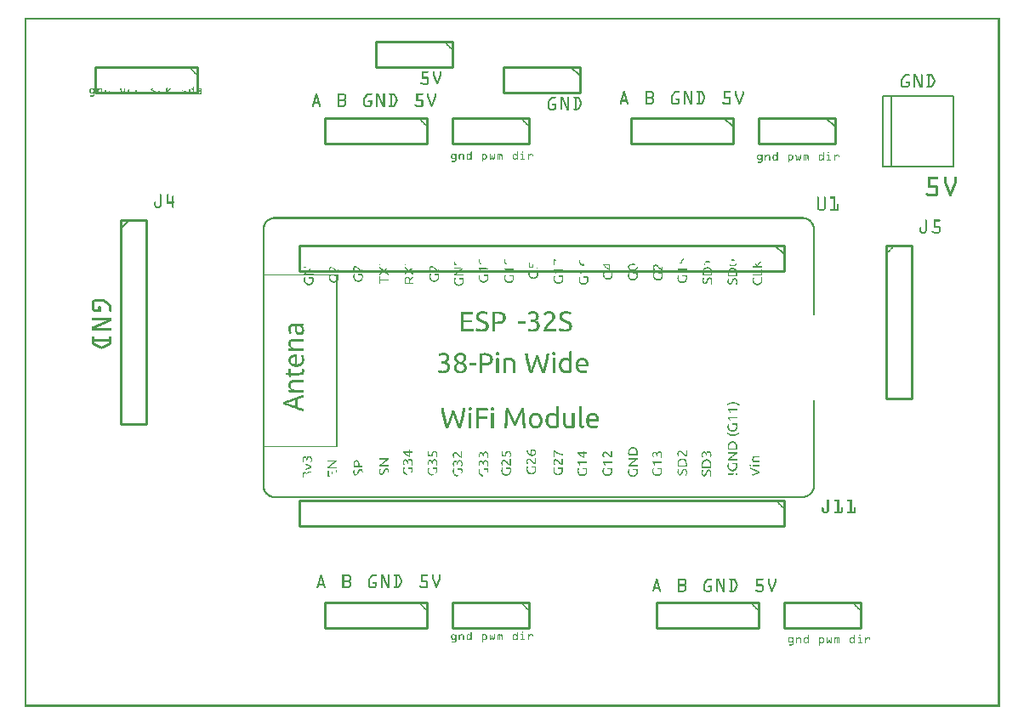
<source format=gto>
G04 MADE WITH FRITZING*
G04 WWW.FRITZING.ORG*
G04 DOUBLE SIDED*
G04 HOLES PLATED*
G04 CONTOUR ON CENTER OF CONTOUR VECTOR*
%ASAXBY*%
%FSLAX23Y23*%
%MOIN*%
%OFA0B0*%
%SFA1.0B1.0*%
%ADD10C,0.005701*%
%ADD11C,0.003725*%
%ADD12C,0.003723*%
%ADD13C,0.010000*%
%ADD14C,0.005000*%
%ADD15C,0.008000*%
%ADD16R,0.001000X0.001000*%
%LNSILK1*%
G90*
G70*
G54D10*
X1226Y1696D02*
X1226Y1022D01*
G54D11*
D02*
X1226Y1022D02*
X938Y1022D01*
G54D12*
D02*
X1226Y1696D02*
X939Y1696D01*
G54D13*
D02*
X378Y1911D02*
X378Y1111D01*
D02*
X378Y1111D02*
X478Y1111D01*
D02*
X478Y1111D02*
X478Y1911D01*
D02*
X478Y1911D02*
X378Y1911D01*
G54D14*
D02*
X378Y1876D02*
X413Y1911D01*
G54D13*
D02*
X3378Y1811D02*
X3378Y1211D01*
D02*
X3378Y1211D02*
X3478Y1211D01*
D02*
X3478Y1211D02*
X3478Y1811D01*
D02*
X3478Y1811D02*
X3378Y1811D01*
D02*
X2978Y1811D02*
X1078Y1811D01*
D02*
X1078Y1811D02*
X1078Y1711D01*
D02*
X1078Y1711D02*
X2978Y1711D01*
D02*
X2978Y1711D02*
X2978Y1811D01*
G54D14*
D02*
X2943Y1811D02*
X2978Y1776D01*
G54D13*
D02*
X1578Y2311D02*
X1178Y2311D01*
D02*
X1178Y2311D02*
X1178Y2211D01*
D02*
X1178Y2211D02*
X1578Y2211D01*
D02*
X1578Y2211D02*
X1578Y2311D01*
D02*
X2778Y2311D02*
X2378Y2311D01*
D02*
X2378Y2311D02*
X2378Y2211D01*
D02*
X2378Y2211D02*
X2778Y2211D01*
D02*
X2778Y2211D02*
X2778Y2311D01*
G54D14*
D02*
X2743Y2311D02*
X2778Y2276D01*
G54D13*
D02*
X2878Y411D02*
X2478Y411D01*
D02*
X2478Y411D02*
X2478Y311D01*
D02*
X2478Y311D02*
X2878Y311D01*
D02*
X2878Y311D02*
X2878Y411D01*
D02*
X1578Y411D02*
X1178Y411D01*
D02*
X1178Y411D02*
X1178Y311D01*
D02*
X1178Y311D02*
X1578Y311D01*
D02*
X1578Y311D02*
X1578Y411D01*
D02*
X2978Y811D02*
X1078Y811D01*
D02*
X1078Y811D02*
X1078Y711D01*
D02*
X1078Y711D02*
X2978Y711D01*
D02*
X2978Y711D02*
X2978Y811D01*
G54D15*
D02*
X3642Y2395D02*
X3642Y2120D01*
D02*
X3642Y2120D02*
X3398Y2120D01*
D02*
X3398Y2120D02*
X3366Y2120D01*
D02*
X3366Y2120D02*
X3366Y2395D01*
D02*
X3366Y2395D02*
X3398Y2395D01*
D02*
X3398Y2395D02*
X3642Y2395D01*
D02*
X3398Y2120D02*
X3398Y2395D01*
G54D13*
D02*
X678Y2511D02*
X278Y2511D01*
D02*
X278Y2511D02*
X278Y2411D01*
D02*
X278Y2411D02*
X678Y2411D01*
D02*
X678Y2411D02*
X678Y2511D01*
D02*
X1978Y2311D02*
X1678Y2311D01*
D02*
X1678Y2311D02*
X1678Y2211D01*
D02*
X1678Y2211D02*
X1978Y2211D01*
D02*
X1978Y2211D02*
X1978Y2311D01*
D02*
X3278Y411D02*
X2978Y411D01*
D02*
X2978Y411D02*
X2978Y311D01*
D02*
X2978Y311D02*
X3278Y311D01*
D02*
X3278Y311D02*
X3278Y411D01*
D02*
X1978Y411D02*
X1678Y411D01*
D02*
X1678Y411D02*
X1678Y311D01*
D02*
X1678Y311D02*
X1978Y311D01*
D02*
X1978Y311D02*
X1978Y411D01*
D02*
X3178Y2311D02*
X2878Y2311D01*
D02*
X2878Y2311D02*
X2878Y2211D01*
D02*
X2878Y2211D02*
X3178Y2211D01*
D02*
X3178Y2211D02*
X3178Y2311D01*
G54D14*
D02*
X3143Y2311D02*
X3178Y2276D01*
G54D13*
D02*
X2178Y2511D02*
X1878Y2511D01*
D02*
X1878Y2511D02*
X1878Y2411D01*
D02*
X1878Y2411D02*
X2178Y2411D01*
D02*
X2178Y2411D02*
X2178Y2511D01*
G54D14*
D02*
X2143Y2511D02*
X2178Y2476D01*
G54D13*
D02*
X1678Y2611D02*
X1378Y2611D01*
D02*
X1378Y2611D02*
X1378Y2511D01*
D02*
X1378Y2511D02*
X1678Y2511D01*
D02*
X1678Y2511D02*
X1678Y2611D01*
G54D16*
X1Y2704D02*
X3824Y2704D01*
X1Y2703D02*
X3824Y2703D01*
X1Y2702D02*
X3824Y2702D01*
X1Y2701D02*
X3824Y2701D01*
X1Y2700D02*
X3824Y2700D01*
X1Y2699D02*
X3824Y2699D01*
X1Y2698D02*
X3824Y2698D01*
X1Y2697D02*
X3824Y2697D01*
X1Y2696D02*
X8Y2696D01*
X3817Y2696D02*
X3824Y2696D01*
X1Y2695D02*
X8Y2695D01*
X3817Y2695D02*
X3824Y2695D01*
X1Y2694D02*
X8Y2694D01*
X3817Y2694D02*
X3824Y2694D01*
X1Y2693D02*
X8Y2693D01*
X3817Y2693D02*
X3824Y2693D01*
X1Y2692D02*
X8Y2692D01*
X3817Y2692D02*
X3824Y2692D01*
X1Y2691D02*
X8Y2691D01*
X3817Y2691D02*
X3824Y2691D01*
X1Y2690D02*
X8Y2690D01*
X3817Y2690D02*
X3824Y2690D01*
X1Y2689D02*
X8Y2689D01*
X3817Y2689D02*
X3824Y2689D01*
X1Y2688D02*
X8Y2688D01*
X3817Y2688D02*
X3824Y2688D01*
X1Y2687D02*
X8Y2687D01*
X3817Y2687D02*
X3824Y2687D01*
X1Y2686D02*
X8Y2686D01*
X3817Y2686D02*
X3824Y2686D01*
X1Y2685D02*
X8Y2685D01*
X3817Y2685D02*
X3824Y2685D01*
X1Y2684D02*
X8Y2684D01*
X3817Y2684D02*
X3824Y2684D01*
X1Y2683D02*
X8Y2683D01*
X3817Y2683D02*
X3824Y2683D01*
X1Y2682D02*
X8Y2682D01*
X3817Y2682D02*
X3824Y2682D01*
X1Y2681D02*
X8Y2681D01*
X3817Y2681D02*
X3824Y2681D01*
X1Y2680D02*
X8Y2680D01*
X3817Y2680D02*
X3824Y2680D01*
X1Y2679D02*
X8Y2679D01*
X3817Y2679D02*
X3824Y2679D01*
X1Y2678D02*
X8Y2678D01*
X3817Y2678D02*
X3824Y2678D01*
X1Y2677D02*
X8Y2677D01*
X3817Y2677D02*
X3824Y2677D01*
X1Y2676D02*
X8Y2676D01*
X3817Y2676D02*
X3824Y2676D01*
X1Y2675D02*
X8Y2675D01*
X3817Y2675D02*
X3824Y2675D01*
X1Y2674D02*
X8Y2674D01*
X3817Y2674D02*
X3824Y2674D01*
X1Y2673D02*
X8Y2673D01*
X3817Y2673D02*
X3824Y2673D01*
X1Y2672D02*
X8Y2672D01*
X3817Y2672D02*
X3824Y2672D01*
X1Y2671D02*
X8Y2671D01*
X3817Y2671D02*
X3824Y2671D01*
X1Y2670D02*
X8Y2670D01*
X3817Y2670D02*
X3824Y2670D01*
X1Y2669D02*
X8Y2669D01*
X3817Y2669D02*
X3824Y2669D01*
X1Y2668D02*
X8Y2668D01*
X3817Y2668D02*
X3824Y2668D01*
X1Y2667D02*
X8Y2667D01*
X3817Y2667D02*
X3824Y2667D01*
X1Y2666D02*
X8Y2666D01*
X3817Y2666D02*
X3824Y2666D01*
X1Y2665D02*
X8Y2665D01*
X3817Y2665D02*
X3824Y2665D01*
X1Y2664D02*
X8Y2664D01*
X3817Y2664D02*
X3824Y2664D01*
X1Y2663D02*
X8Y2663D01*
X3817Y2663D02*
X3824Y2663D01*
X1Y2662D02*
X8Y2662D01*
X3817Y2662D02*
X3824Y2662D01*
X1Y2661D02*
X8Y2661D01*
X3817Y2661D02*
X3824Y2661D01*
X1Y2660D02*
X8Y2660D01*
X3817Y2660D02*
X3824Y2660D01*
X1Y2659D02*
X8Y2659D01*
X3817Y2659D02*
X3824Y2659D01*
X1Y2658D02*
X8Y2658D01*
X3817Y2658D02*
X3824Y2658D01*
X1Y2657D02*
X8Y2657D01*
X3817Y2657D02*
X3824Y2657D01*
X1Y2656D02*
X8Y2656D01*
X3817Y2656D02*
X3824Y2656D01*
X1Y2655D02*
X8Y2655D01*
X3817Y2655D02*
X3824Y2655D01*
X1Y2654D02*
X8Y2654D01*
X3817Y2654D02*
X3824Y2654D01*
X1Y2653D02*
X8Y2653D01*
X3817Y2653D02*
X3824Y2653D01*
X1Y2652D02*
X8Y2652D01*
X3817Y2652D02*
X3824Y2652D01*
X1Y2651D02*
X8Y2651D01*
X3817Y2651D02*
X3824Y2651D01*
X1Y2650D02*
X8Y2650D01*
X3817Y2650D02*
X3824Y2650D01*
X1Y2649D02*
X8Y2649D01*
X3817Y2649D02*
X3824Y2649D01*
X1Y2648D02*
X8Y2648D01*
X3817Y2648D02*
X3824Y2648D01*
X1Y2647D02*
X8Y2647D01*
X3817Y2647D02*
X3824Y2647D01*
X1Y2646D02*
X8Y2646D01*
X3817Y2646D02*
X3824Y2646D01*
X1Y2645D02*
X8Y2645D01*
X3817Y2645D02*
X3824Y2645D01*
X1Y2644D02*
X8Y2644D01*
X3817Y2644D02*
X3824Y2644D01*
X1Y2643D02*
X8Y2643D01*
X3817Y2643D02*
X3824Y2643D01*
X1Y2642D02*
X8Y2642D01*
X3817Y2642D02*
X3824Y2642D01*
X1Y2641D02*
X8Y2641D01*
X3817Y2641D02*
X3824Y2641D01*
X1Y2640D02*
X8Y2640D01*
X3817Y2640D02*
X3824Y2640D01*
X1Y2639D02*
X8Y2639D01*
X3817Y2639D02*
X3824Y2639D01*
X1Y2638D02*
X8Y2638D01*
X3817Y2638D02*
X3824Y2638D01*
X1Y2637D02*
X8Y2637D01*
X3817Y2637D02*
X3824Y2637D01*
X1Y2636D02*
X8Y2636D01*
X3817Y2636D02*
X3824Y2636D01*
X1Y2635D02*
X8Y2635D01*
X3817Y2635D02*
X3824Y2635D01*
X1Y2634D02*
X8Y2634D01*
X3817Y2634D02*
X3824Y2634D01*
X1Y2633D02*
X8Y2633D01*
X3817Y2633D02*
X3824Y2633D01*
X1Y2632D02*
X8Y2632D01*
X3817Y2632D02*
X3824Y2632D01*
X1Y2631D02*
X8Y2631D01*
X3817Y2631D02*
X3824Y2631D01*
X1Y2630D02*
X8Y2630D01*
X3817Y2630D02*
X3824Y2630D01*
X1Y2629D02*
X8Y2629D01*
X3817Y2629D02*
X3824Y2629D01*
X1Y2628D02*
X8Y2628D01*
X3817Y2628D02*
X3824Y2628D01*
X1Y2627D02*
X8Y2627D01*
X3817Y2627D02*
X3824Y2627D01*
X1Y2626D02*
X8Y2626D01*
X3817Y2626D02*
X3824Y2626D01*
X1Y2625D02*
X8Y2625D01*
X3817Y2625D02*
X3824Y2625D01*
X1Y2624D02*
X8Y2624D01*
X3817Y2624D02*
X3824Y2624D01*
X1Y2623D02*
X8Y2623D01*
X3817Y2623D02*
X3824Y2623D01*
X1Y2622D02*
X8Y2622D01*
X3817Y2622D02*
X3824Y2622D01*
X1Y2621D02*
X8Y2621D01*
X3817Y2621D02*
X3824Y2621D01*
X1Y2620D02*
X8Y2620D01*
X3817Y2620D02*
X3824Y2620D01*
X1Y2619D02*
X8Y2619D01*
X3817Y2619D02*
X3824Y2619D01*
X1Y2618D02*
X8Y2618D01*
X3817Y2618D02*
X3824Y2618D01*
X1Y2617D02*
X8Y2617D01*
X3817Y2617D02*
X3824Y2617D01*
X1Y2616D02*
X8Y2616D01*
X3817Y2616D02*
X3824Y2616D01*
X1Y2615D02*
X8Y2615D01*
X3817Y2615D02*
X3824Y2615D01*
X1Y2614D02*
X8Y2614D01*
X3817Y2614D02*
X3824Y2614D01*
X1Y2613D02*
X8Y2613D01*
X3817Y2613D02*
X3824Y2613D01*
X1Y2612D02*
X8Y2612D01*
X1645Y2612D02*
X1646Y2612D01*
X3817Y2612D02*
X3824Y2612D01*
X1Y2611D02*
X8Y2611D01*
X1644Y2611D02*
X1647Y2611D01*
X3817Y2611D02*
X3824Y2611D01*
X1Y2610D02*
X8Y2610D01*
X1643Y2610D02*
X1648Y2610D01*
X3817Y2610D02*
X3824Y2610D01*
X1Y2609D02*
X8Y2609D01*
X1643Y2609D02*
X1649Y2609D01*
X3817Y2609D02*
X3824Y2609D01*
X1Y2608D02*
X8Y2608D01*
X1644Y2608D02*
X1650Y2608D01*
X3817Y2608D02*
X3824Y2608D01*
X1Y2607D02*
X8Y2607D01*
X1645Y2607D02*
X1651Y2607D01*
X3817Y2607D02*
X3824Y2607D01*
X1Y2606D02*
X8Y2606D01*
X1646Y2606D02*
X1652Y2606D01*
X3817Y2606D02*
X3824Y2606D01*
X1Y2605D02*
X8Y2605D01*
X1647Y2605D02*
X1653Y2605D01*
X3817Y2605D02*
X3824Y2605D01*
X1Y2604D02*
X8Y2604D01*
X1648Y2604D02*
X1654Y2604D01*
X3817Y2604D02*
X3824Y2604D01*
X1Y2603D02*
X8Y2603D01*
X1649Y2603D02*
X1655Y2603D01*
X3817Y2603D02*
X3824Y2603D01*
X1Y2602D02*
X8Y2602D01*
X1650Y2602D02*
X1656Y2602D01*
X3817Y2602D02*
X3824Y2602D01*
X1Y2601D02*
X8Y2601D01*
X1651Y2601D02*
X1657Y2601D01*
X3817Y2601D02*
X3824Y2601D01*
X1Y2600D02*
X8Y2600D01*
X1652Y2600D02*
X1658Y2600D01*
X3817Y2600D02*
X3824Y2600D01*
X1Y2599D02*
X8Y2599D01*
X1653Y2599D02*
X1659Y2599D01*
X3817Y2599D02*
X3824Y2599D01*
X1Y2598D02*
X8Y2598D01*
X1654Y2598D02*
X1660Y2598D01*
X3817Y2598D02*
X3824Y2598D01*
X1Y2597D02*
X8Y2597D01*
X1655Y2597D02*
X1661Y2597D01*
X3817Y2597D02*
X3824Y2597D01*
X1Y2596D02*
X8Y2596D01*
X1656Y2596D02*
X1662Y2596D01*
X3817Y2596D02*
X3824Y2596D01*
X1Y2595D02*
X8Y2595D01*
X1657Y2595D02*
X1663Y2595D01*
X3817Y2595D02*
X3824Y2595D01*
X1Y2594D02*
X8Y2594D01*
X1658Y2594D02*
X1664Y2594D01*
X3817Y2594D02*
X3824Y2594D01*
X1Y2593D02*
X8Y2593D01*
X1660Y2593D02*
X1665Y2593D01*
X3817Y2593D02*
X3824Y2593D01*
X1Y2592D02*
X8Y2592D01*
X1661Y2592D02*
X1666Y2592D01*
X3817Y2592D02*
X3824Y2592D01*
X1Y2591D02*
X8Y2591D01*
X1661Y2591D02*
X1667Y2591D01*
X3817Y2591D02*
X3824Y2591D01*
X1Y2590D02*
X8Y2590D01*
X1662Y2590D02*
X1668Y2590D01*
X3817Y2590D02*
X3824Y2590D01*
X1Y2589D02*
X8Y2589D01*
X1663Y2589D02*
X1669Y2589D01*
X3817Y2589D02*
X3824Y2589D01*
X1Y2588D02*
X8Y2588D01*
X1664Y2588D02*
X1670Y2588D01*
X3817Y2588D02*
X3824Y2588D01*
X1Y2587D02*
X8Y2587D01*
X1665Y2587D02*
X1671Y2587D01*
X3817Y2587D02*
X3824Y2587D01*
X1Y2586D02*
X8Y2586D01*
X1666Y2586D02*
X1672Y2586D01*
X3817Y2586D02*
X3824Y2586D01*
X1Y2585D02*
X8Y2585D01*
X1667Y2585D02*
X1673Y2585D01*
X3817Y2585D02*
X3824Y2585D01*
X1Y2584D02*
X8Y2584D01*
X1668Y2584D02*
X1674Y2584D01*
X3817Y2584D02*
X3824Y2584D01*
X1Y2583D02*
X8Y2583D01*
X1669Y2583D02*
X1675Y2583D01*
X3817Y2583D02*
X3824Y2583D01*
X1Y2582D02*
X8Y2582D01*
X1670Y2582D02*
X1676Y2582D01*
X3817Y2582D02*
X3824Y2582D01*
X1Y2581D02*
X8Y2581D01*
X1671Y2581D02*
X1677Y2581D01*
X3817Y2581D02*
X3824Y2581D01*
X1Y2580D02*
X8Y2580D01*
X1672Y2580D02*
X1678Y2580D01*
X3817Y2580D02*
X3824Y2580D01*
X1Y2579D02*
X8Y2579D01*
X1673Y2579D02*
X1679Y2579D01*
X3817Y2579D02*
X3824Y2579D01*
X1Y2578D02*
X8Y2578D01*
X1674Y2578D02*
X1679Y2578D01*
X3817Y2578D02*
X3824Y2578D01*
X1Y2577D02*
X8Y2577D01*
X1675Y2577D02*
X1679Y2577D01*
X3817Y2577D02*
X3824Y2577D01*
X1Y2576D02*
X8Y2576D01*
X1676Y2576D02*
X1678Y2576D01*
X3817Y2576D02*
X3824Y2576D01*
X1Y2575D02*
X8Y2575D01*
X1677Y2575D02*
X1677Y2575D01*
X3817Y2575D02*
X3824Y2575D01*
X1Y2574D02*
X8Y2574D01*
X3817Y2574D02*
X3824Y2574D01*
X1Y2573D02*
X8Y2573D01*
X3817Y2573D02*
X3824Y2573D01*
X1Y2572D02*
X8Y2572D01*
X3817Y2572D02*
X3824Y2572D01*
X1Y2571D02*
X8Y2571D01*
X3817Y2571D02*
X3824Y2571D01*
X1Y2570D02*
X8Y2570D01*
X3817Y2570D02*
X3824Y2570D01*
X1Y2569D02*
X8Y2569D01*
X3817Y2569D02*
X3824Y2569D01*
X1Y2568D02*
X8Y2568D01*
X3817Y2568D02*
X3824Y2568D01*
X1Y2567D02*
X8Y2567D01*
X3817Y2567D02*
X3824Y2567D01*
X1Y2566D02*
X8Y2566D01*
X3817Y2566D02*
X3824Y2566D01*
X1Y2565D02*
X8Y2565D01*
X3817Y2565D02*
X3824Y2565D01*
X1Y2564D02*
X8Y2564D01*
X3817Y2564D02*
X3824Y2564D01*
X1Y2563D02*
X8Y2563D01*
X3817Y2563D02*
X3824Y2563D01*
X1Y2562D02*
X8Y2562D01*
X3817Y2562D02*
X3824Y2562D01*
X1Y2561D02*
X8Y2561D01*
X3817Y2561D02*
X3824Y2561D01*
X1Y2560D02*
X8Y2560D01*
X3817Y2560D02*
X3824Y2560D01*
X1Y2559D02*
X8Y2559D01*
X3817Y2559D02*
X3824Y2559D01*
X1Y2558D02*
X8Y2558D01*
X3817Y2558D02*
X3824Y2558D01*
X1Y2557D02*
X8Y2557D01*
X3817Y2557D02*
X3824Y2557D01*
X1Y2556D02*
X8Y2556D01*
X3817Y2556D02*
X3824Y2556D01*
X1Y2555D02*
X8Y2555D01*
X3817Y2555D02*
X3824Y2555D01*
X1Y2554D02*
X8Y2554D01*
X3817Y2554D02*
X3824Y2554D01*
X1Y2553D02*
X8Y2553D01*
X3817Y2553D02*
X3824Y2553D01*
X1Y2552D02*
X8Y2552D01*
X3817Y2552D02*
X3824Y2552D01*
X1Y2551D02*
X8Y2551D01*
X3817Y2551D02*
X3824Y2551D01*
X1Y2550D02*
X8Y2550D01*
X3817Y2550D02*
X3824Y2550D01*
X1Y2549D02*
X8Y2549D01*
X3817Y2549D02*
X3824Y2549D01*
X1Y2548D02*
X8Y2548D01*
X3817Y2548D02*
X3824Y2548D01*
X1Y2547D02*
X8Y2547D01*
X3817Y2547D02*
X3824Y2547D01*
X1Y2546D02*
X8Y2546D01*
X3817Y2546D02*
X3824Y2546D01*
X1Y2545D02*
X8Y2545D01*
X3817Y2545D02*
X3824Y2545D01*
X1Y2544D02*
X8Y2544D01*
X3817Y2544D02*
X3824Y2544D01*
X1Y2543D02*
X8Y2543D01*
X3817Y2543D02*
X3824Y2543D01*
X1Y2542D02*
X8Y2542D01*
X3817Y2542D02*
X3824Y2542D01*
X1Y2541D02*
X8Y2541D01*
X3817Y2541D02*
X3824Y2541D01*
X1Y2540D02*
X8Y2540D01*
X3817Y2540D02*
X3824Y2540D01*
X1Y2539D02*
X8Y2539D01*
X3817Y2539D02*
X3824Y2539D01*
X1Y2538D02*
X8Y2538D01*
X3817Y2538D02*
X3824Y2538D01*
X1Y2537D02*
X8Y2537D01*
X3817Y2537D02*
X3824Y2537D01*
X1Y2536D02*
X8Y2536D01*
X3817Y2536D02*
X3824Y2536D01*
X1Y2535D02*
X8Y2535D01*
X3817Y2535D02*
X3824Y2535D01*
X1Y2534D02*
X8Y2534D01*
X3817Y2534D02*
X3824Y2534D01*
X1Y2533D02*
X8Y2533D01*
X3817Y2533D02*
X3824Y2533D01*
X1Y2532D02*
X8Y2532D01*
X3817Y2532D02*
X3824Y2532D01*
X1Y2531D02*
X8Y2531D01*
X3817Y2531D02*
X3824Y2531D01*
X1Y2530D02*
X8Y2530D01*
X3817Y2530D02*
X3824Y2530D01*
X1Y2529D02*
X8Y2529D01*
X3817Y2529D02*
X3824Y2529D01*
X1Y2528D02*
X8Y2528D01*
X3817Y2528D02*
X3824Y2528D01*
X1Y2527D02*
X8Y2527D01*
X3817Y2527D02*
X3824Y2527D01*
X1Y2526D02*
X8Y2526D01*
X3817Y2526D02*
X3824Y2526D01*
X1Y2525D02*
X8Y2525D01*
X3817Y2525D02*
X3824Y2525D01*
X1Y2524D02*
X8Y2524D01*
X3817Y2524D02*
X3824Y2524D01*
X1Y2523D02*
X8Y2523D01*
X3817Y2523D02*
X3824Y2523D01*
X1Y2522D02*
X8Y2522D01*
X3817Y2522D02*
X3824Y2522D01*
X1Y2521D02*
X8Y2521D01*
X3817Y2521D02*
X3824Y2521D01*
X1Y2520D02*
X8Y2520D01*
X3817Y2520D02*
X3824Y2520D01*
X1Y2519D02*
X8Y2519D01*
X3817Y2519D02*
X3824Y2519D01*
X1Y2518D02*
X8Y2518D01*
X3817Y2518D02*
X3824Y2518D01*
X1Y2517D02*
X8Y2517D01*
X3817Y2517D02*
X3824Y2517D01*
X1Y2516D02*
X8Y2516D01*
X3817Y2516D02*
X3824Y2516D01*
X1Y2515D02*
X8Y2515D01*
X3817Y2515D02*
X3824Y2515D01*
X1Y2514D02*
X8Y2514D01*
X3817Y2514D02*
X3824Y2514D01*
X1Y2513D02*
X8Y2513D01*
X3817Y2513D02*
X3824Y2513D01*
X1Y2512D02*
X8Y2512D01*
X645Y2512D02*
X646Y2512D01*
X3817Y2512D02*
X3824Y2512D01*
X1Y2511D02*
X8Y2511D01*
X644Y2511D02*
X647Y2511D01*
X3817Y2511D02*
X3824Y2511D01*
X1Y2510D02*
X8Y2510D01*
X643Y2510D02*
X648Y2510D01*
X3817Y2510D02*
X3824Y2510D01*
X1Y2509D02*
X8Y2509D01*
X643Y2509D02*
X649Y2509D01*
X3817Y2509D02*
X3824Y2509D01*
X1Y2508D02*
X8Y2508D01*
X644Y2508D02*
X650Y2508D01*
X3817Y2508D02*
X3824Y2508D01*
X1Y2507D02*
X8Y2507D01*
X645Y2507D02*
X651Y2507D01*
X3817Y2507D02*
X3824Y2507D01*
X1Y2506D02*
X8Y2506D01*
X646Y2506D02*
X652Y2506D01*
X3817Y2506D02*
X3824Y2506D01*
X1Y2505D02*
X8Y2505D01*
X647Y2505D02*
X653Y2505D01*
X3817Y2505D02*
X3824Y2505D01*
X1Y2504D02*
X8Y2504D01*
X648Y2504D02*
X654Y2504D01*
X3817Y2504D02*
X3824Y2504D01*
X1Y2503D02*
X8Y2503D01*
X649Y2503D02*
X655Y2503D01*
X3817Y2503D02*
X3824Y2503D01*
X1Y2502D02*
X8Y2502D01*
X650Y2502D02*
X656Y2502D01*
X3817Y2502D02*
X3824Y2502D01*
X1Y2501D02*
X8Y2501D01*
X651Y2501D02*
X657Y2501D01*
X3817Y2501D02*
X3824Y2501D01*
X1Y2500D02*
X8Y2500D01*
X652Y2500D02*
X658Y2500D01*
X3817Y2500D02*
X3824Y2500D01*
X1Y2499D02*
X8Y2499D01*
X653Y2499D02*
X659Y2499D01*
X3817Y2499D02*
X3824Y2499D01*
X1Y2498D02*
X8Y2498D01*
X654Y2498D02*
X660Y2498D01*
X3817Y2498D02*
X3824Y2498D01*
X1Y2497D02*
X8Y2497D01*
X655Y2497D02*
X661Y2497D01*
X3817Y2497D02*
X3824Y2497D01*
X1Y2496D02*
X8Y2496D01*
X656Y2496D02*
X662Y2496D01*
X3817Y2496D02*
X3824Y2496D01*
X1Y2495D02*
X8Y2495D01*
X658Y2495D02*
X663Y2495D01*
X3817Y2495D02*
X3824Y2495D01*
X1Y2494D02*
X8Y2494D01*
X659Y2494D02*
X664Y2494D01*
X1558Y2494D02*
X1584Y2494D01*
X1603Y2494D02*
X1607Y2494D01*
X1631Y2494D02*
X1634Y2494D01*
X3817Y2494D02*
X3824Y2494D01*
X1Y2493D02*
X8Y2493D01*
X660Y2493D02*
X665Y2493D01*
X1558Y2493D02*
X1585Y2493D01*
X1602Y2493D02*
X1607Y2493D01*
X1630Y2493D02*
X1635Y2493D01*
X3817Y2493D02*
X3824Y2493D01*
X1Y2492D02*
X8Y2492D01*
X661Y2492D02*
X666Y2492D01*
X1558Y2492D02*
X1585Y2492D01*
X1602Y2492D02*
X1608Y2492D01*
X1629Y2492D02*
X1635Y2492D01*
X3817Y2492D02*
X3824Y2492D01*
X1Y2491D02*
X8Y2491D01*
X662Y2491D02*
X667Y2491D01*
X1558Y2491D02*
X1585Y2491D01*
X1602Y2491D02*
X1608Y2491D01*
X1629Y2491D02*
X1635Y2491D01*
X3817Y2491D02*
X3824Y2491D01*
X1Y2490D02*
X8Y2490D01*
X663Y2490D02*
X668Y2490D01*
X1558Y2490D02*
X1585Y2490D01*
X1602Y2490D02*
X1608Y2490D01*
X1629Y2490D02*
X1635Y2490D01*
X3817Y2490D02*
X3824Y2490D01*
X1Y2489D02*
X8Y2489D01*
X663Y2489D02*
X669Y2489D01*
X1558Y2489D02*
X1584Y2489D01*
X1602Y2489D02*
X1608Y2489D01*
X1629Y2489D02*
X1635Y2489D01*
X3817Y2489D02*
X3824Y2489D01*
X1Y2488D02*
X8Y2488D01*
X664Y2488D02*
X670Y2488D01*
X1558Y2488D02*
X1582Y2488D01*
X1602Y2488D02*
X1608Y2488D01*
X1629Y2488D02*
X1635Y2488D01*
X3817Y2488D02*
X3824Y2488D01*
X1Y2487D02*
X8Y2487D01*
X665Y2487D02*
X671Y2487D01*
X1558Y2487D02*
X1564Y2487D01*
X1602Y2487D02*
X1608Y2487D01*
X1629Y2487D02*
X1635Y2487D01*
X3817Y2487D02*
X3824Y2487D01*
X1Y2486D02*
X8Y2486D01*
X666Y2486D02*
X672Y2486D01*
X1558Y2486D02*
X1564Y2486D01*
X1602Y2486D02*
X1608Y2486D01*
X1629Y2486D02*
X1635Y2486D01*
X3817Y2486D02*
X3824Y2486D01*
X1Y2485D02*
X8Y2485D01*
X667Y2485D02*
X673Y2485D01*
X1558Y2485D02*
X1564Y2485D01*
X1602Y2485D02*
X1608Y2485D01*
X1629Y2485D02*
X1635Y2485D01*
X3817Y2485D02*
X3824Y2485D01*
X1Y2484D02*
X8Y2484D01*
X668Y2484D02*
X674Y2484D01*
X1558Y2484D02*
X1564Y2484D01*
X1602Y2484D02*
X1608Y2484D01*
X1629Y2484D02*
X1635Y2484D01*
X3817Y2484D02*
X3824Y2484D01*
X1Y2483D02*
X8Y2483D01*
X669Y2483D02*
X675Y2483D01*
X1558Y2483D02*
X1564Y2483D01*
X1602Y2483D02*
X1608Y2483D01*
X1629Y2483D02*
X1635Y2483D01*
X3817Y2483D02*
X3824Y2483D01*
X1Y2482D02*
X8Y2482D01*
X670Y2482D02*
X676Y2482D01*
X1558Y2482D02*
X1564Y2482D01*
X1602Y2482D02*
X1608Y2482D01*
X1629Y2482D02*
X1635Y2482D01*
X3455Y2482D02*
X3467Y2482D01*
X3487Y2482D02*
X3495Y2482D01*
X3516Y2482D02*
X3517Y2482D01*
X3539Y2482D02*
X3554Y2482D01*
X3817Y2482D02*
X3824Y2482D01*
X1Y2481D02*
X8Y2481D01*
X671Y2481D02*
X677Y2481D01*
X1558Y2481D02*
X1564Y2481D01*
X1602Y2481D02*
X1608Y2481D01*
X1629Y2481D02*
X1635Y2481D01*
X3452Y2481D02*
X3469Y2481D01*
X3486Y2481D02*
X3495Y2481D01*
X3515Y2481D02*
X3519Y2481D01*
X3538Y2481D02*
X3557Y2481D01*
X3817Y2481D02*
X3824Y2481D01*
X1Y2480D02*
X8Y2480D01*
X672Y2480D02*
X678Y2480D01*
X1558Y2480D02*
X1564Y2480D01*
X1602Y2480D02*
X1608Y2480D01*
X1629Y2480D02*
X1635Y2480D01*
X3450Y2480D02*
X3469Y2480D01*
X3486Y2480D02*
X3496Y2480D01*
X3514Y2480D02*
X3520Y2480D01*
X3537Y2480D02*
X3558Y2480D01*
X3817Y2480D02*
X3824Y2480D01*
X1Y2479D02*
X8Y2479D01*
X673Y2479D02*
X679Y2479D01*
X1558Y2479D02*
X1564Y2479D01*
X1602Y2479D02*
X1608Y2479D01*
X1629Y2479D02*
X1635Y2479D01*
X3449Y2479D02*
X3470Y2479D01*
X3486Y2479D02*
X3496Y2479D01*
X3514Y2479D02*
X3520Y2479D01*
X3537Y2479D02*
X3559Y2479D01*
X3817Y2479D02*
X3824Y2479D01*
X1Y2478D02*
X8Y2478D01*
X674Y2478D02*
X680Y2478D01*
X1558Y2478D02*
X1564Y2478D01*
X1602Y2478D02*
X1609Y2478D01*
X1628Y2478D02*
X1635Y2478D01*
X3448Y2478D02*
X3470Y2478D01*
X3486Y2478D02*
X3496Y2478D01*
X3514Y2478D02*
X3520Y2478D01*
X3537Y2478D02*
X3560Y2478D01*
X3817Y2478D02*
X3824Y2478D01*
X1Y2477D02*
X8Y2477D01*
X675Y2477D02*
X679Y2477D01*
X1558Y2477D02*
X1564Y2477D01*
X1603Y2477D02*
X1609Y2477D01*
X1628Y2477D02*
X1635Y2477D01*
X3448Y2477D02*
X3469Y2477D01*
X3486Y2477D02*
X3497Y2477D01*
X3514Y2477D02*
X3520Y2477D01*
X3537Y2477D02*
X3561Y2477D01*
X3817Y2477D02*
X3824Y2477D01*
X1Y2476D02*
X8Y2476D01*
X676Y2476D02*
X678Y2476D01*
X1558Y2476D02*
X1564Y2476D01*
X1603Y2476D02*
X1609Y2476D01*
X1628Y2476D02*
X1634Y2476D01*
X3447Y2476D02*
X3468Y2476D01*
X3486Y2476D02*
X3497Y2476D01*
X3514Y2476D02*
X3520Y2476D01*
X3538Y2476D02*
X3562Y2476D01*
X3817Y2476D02*
X3824Y2476D01*
X1Y2475D02*
X8Y2475D01*
X677Y2475D02*
X677Y2475D01*
X1558Y2475D02*
X1564Y2475D01*
X1603Y2475D02*
X1610Y2475D01*
X1627Y2475D02*
X1634Y2475D01*
X3446Y2475D02*
X3455Y2475D01*
X3486Y2475D02*
X3498Y2475D01*
X3514Y2475D02*
X3520Y2475D01*
X3543Y2475D02*
X3550Y2475D01*
X3554Y2475D02*
X3562Y2475D01*
X3817Y2475D02*
X3824Y2475D01*
X1Y2474D02*
X8Y2474D01*
X1558Y2474D02*
X1564Y2474D01*
X1604Y2474D02*
X1610Y2474D01*
X1627Y2474D02*
X1633Y2474D01*
X3445Y2474D02*
X3453Y2474D01*
X3486Y2474D02*
X3498Y2474D01*
X3514Y2474D02*
X3520Y2474D01*
X3543Y2474D02*
X3549Y2474D01*
X3555Y2474D02*
X3563Y2474D01*
X3817Y2474D02*
X3824Y2474D01*
X1Y2473D02*
X8Y2473D01*
X1558Y2473D02*
X1564Y2473D01*
X1604Y2473D02*
X1611Y2473D01*
X1627Y2473D02*
X1633Y2473D01*
X3445Y2473D02*
X3452Y2473D01*
X3486Y2473D02*
X3499Y2473D01*
X3514Y2473D02*
X3520Y2473D01*
X3543Y2473D02*
X3549Y2473D01*
X3556Y2473D02*
X3563Y2473D01*
X3817Y2473D02*
X3824Y2473D01*
X1Y2472D02*
X8Y2472D01*
X1558Y2472D02*
X1564Y2472D01*
X1604Y2472D02*
X1611Y2472D01*
X1626Y2472D02*
X1633Y2472D01*
X3444Y2472D02*
X3452Y2472D01*
X3486Y2472D02*
X3499Y2472D01*
X3514Y2472D02*
X3520Y2472D01*
X3543Y2472D02*
X3549Y2472D01*
X3557Y2472D02*
X3564Y2472D01*
X3817Y2472D02*
X3824Y2472D01*
X1Y2471D02*
X8Y2471D01*
X1558Y2471D02*
X1580Y2471D01*
X1605Y2471D02*
X1611Y2471D01*
X1626Y2471D02*
X1632Y2471D01*
X3443Y2471D02*
X3451Y2471D01*
X3486Y2471D02*
X3500Y2471D01*
X3514Y2471D02*
X3520Y2471D01*
X3543Y2471D02*
X3549Y2471D01*
X3557Y2471D02*
X3564Y2471D01*
X3817Y2471D02*
X3824Y2471D01*
X1Y2470D02*
X8Y2470D01*
X1558Y2470D02*
X1582Y2470D01*
X1605Y2470D02*
X1612Y2470D01*
X1625Y2470D02*
X1632Y2470D01*
X3442Y2470D02*
X3450Y2470D01*
X3486Y2470D02*
X3500Y2470D01*
X3514Y2470D02*
X3520Y2470D01*
X3543Y2470D02*
X3549Y2470D01*
X3558Y2470D02*
X3565Y2470D01*
X3817Y2470D02*
X3824Y2470D01*
X1Y2469D02*
X8Y2469D01*
X1558Y2469D02*
X1583Y2469D01*
X1606Y2469D02*
X1612Y2469D01*
X1625Y2469D02*
X1631Y2469D01*
X3441Y2469D02*
X3449Y2469D01*
X3486Y2469D02*
X3500Y2469D01*
X3514Y2469D02*
X3520Y2469D01*
X3543Y2469D02*
X3549Y2469D01*
X3558Y2469D02*
X3565Y2469D01*
X3817Y2469D02*
X3824Y2469D01*
X1Y2468D02*
X8Y2468D01*
X1558Y2468D02*
X1584Y2468D01*
X1606Y2468D02*
X1613Y2468D01*
X1625Y2468D02*
X1631Y2468D01*
X3441Y2468D02*
X3449Y2468D01*
X3486Y2468D02*
X3492Y2468D01*
X3494Y2468D02*
X3501Y2468D01*
X3514Y2468D02*
X3520Y2468D01*
X3543Y2468D02*
X3549Y2468D01*
X3559Y2468D02*
X3566Y2468D01*
X3817Y2468D02*
X3824Y2468D01*
X1Y2467D02*
X8Y2467D01*
X1558Y2467D02*
X1585Y2467D01*
X1606Y2467D02*
X1613Y2467D01*
X1624Y2467D02*
X1631Y2467D01*
X3440Y2467D02*
X3448Y2467D01*
X3486Y2467D02*
X3492Y2467D01*
X3495Y2467D02*
X3501Y2467D01*
X3514Y2467D02*
X3520Y2467D01*
X3543Y2467D02*
X3549Y2467D01*
X3559Y2467D02*
X3566Y2467D01*
X3817Y2467D02*
X3824Y2467D01*
X1Y2466D02*
X8Y2466D01*
X1558Y2466D02*
X1585Y2466D01*
X1607Y2466D02*
X1613Y2466D01*
X1624Y2466D02*
X1630Y2466D01*
X3439Y2466D02*
X3447Y2466D01*
X3486Y2466D02*
X3492Y2466D01*
X3495Y2466D02*
X3502Y2466D01*
X3514Y2466D02*
X3520Y2466D01*
X3543Y2466D02*
X3549Y2466D01*
X3560Y2466D02*
X3567Y2466D01*
X3817Y2466D02*
X3824Y2466D01*
X1Y2465D02*
X8Y2465D01*
X1558Y2465D02*
X1585Y2465D01*
X1607Y2465D02*
X1614Y2465D01*
X1623Y2465D02*
X1630Y2465D01*
X3438Y2465D02*
X3446Y2465D01*
X3486Y2465D02*
X3492Y2465D01*
X3495Y2465D02*
X3502Y2465D01*
X3514Y2465D02*
X3520Y2465D01*
X3543Y2465D02*
X3549Y2465D01*
X3560Y2465D02*
X3567Y2465D01*
X3817Y2465D02*
X3824Y2465D01*
X1Y2464D02*
X8Y2464D01*
X1579Y2464D02*
X1585Y2464D01*
X1608Y2464D02*
X1614Y2464D01*
X1623Y2464D02*
X1630Y2464D01*
X3438Y2464D02*
X3445Y2464D01*
X3486Y2464D02*
X3492Y2464D01*
X3496Y2464D02*
X3503Y2464D01*
X3514Y2464D02*
X3520Y2464D01*
X3543Y2464D02*
X3549Y2464D01*
X3561Y2464D02*
X3568Y2464D01*
X3817Y2464D02*
X3824Y2464D01*
X1Y2463D02*
X8Y2463D01*
X1579Y2463D02*
X1585Y2463D01*
X1608Y2463D02*
X1615Y2463D01*
X1623Y2463D02*
X1629Y2463D01*
X3437Y2463D02*
X3445Y2463D01*
X3486Y2463D02*
X3492Y2463D01*
X3496Y2463D02*
X3503Y2463D01*
X3514Y2463D02*
X3520Y2463D01*
X3543Y2463D02*
X3549Y2463D01*
X3561Y2463D02*
X3568Y2463D01*
X3817Y2463D02*
X3824Y2463D01*
X1Y2462D02*
X8Y2462D01*
X1579Y2462D02*
X1585Y2462D01*
X1608Y2462D02*
X1615Y2462D01*
X1622Y2462D02*
X1629Y2462D01*
X3437Y2462D02*
X3444Y2462D01*
X3486Y2462D02*
X3492Y2462D01*
X3497Y2462D02*
X3503Y2462D01*
X3514Y2462D02*
X3520Y2462D01*
X3543Y2462D02*
X3549Y2462D01*
X3562Y2462D02*
X3569Y2462D01*
X3817Y2462D02*
X3824Y2462D01*
X1Y2461D02*
X8Y2461D01*
X1579Y2461D02*
X1585Y2461D01*
X1609Y2461D02*
X1615Y2461D01*
X1622Y2461D02*
X1628Y2461D01*
X3437Y2461D02*
X3443Y2461D01*
X3486Y2461D02*
X3492Y2461D01*
X3497Y2461D02*
X3504Y2461D01*
X3514Y2461D02*
X3520Y2461D01*
X3543Y2461D02*
X3549Y2461D01*
X3562Y2461D02*
X3569Y2461D01*
X3817Y2461D02*
X3824Y2461D01*
X1Y2460D02*
X8Y2460D01*
X1579Y2460D02*
X1585Y2460D01*
X1609Y2460D02*
X1616Y2460D01*
X1621Y2460D02*
X1628Y2460D01*
X3436Y2460D02*
X3443Y2460D01*
X3486Y2460D02*
X3492Y2460D01*
X3498Y2460D02*
X3504Y2460D01*
X3514Y2460D02*
X3520Y2460D01*
X3543Y2460D02*
X3549Y2460D01*
X3563Y2460D02*
X3569Y2460D01*
X3817Y2460D02*
X3824Y2460D01*
X1Y2459D02*
X8Y2459D01*
X1579Y2459D02*
X1585Y2459D01*
X1610Y2459D02*
X1616Y2459D01*
X1621Y2459D02*
X1628Y2459D01*
X3436Y2459D02*
X3442Y2459D01*
X3486Y2459D02*
X3492Y2459D01*
X3498Y2459D02*
X3505Y2459D01*
X3514Y2459D02*
X3520Y2459D01*
X3543Y2459D02*
X3549Y2459D01*
X3563Y2459D02*
X3570Y2459D01*
X3817Y2459D02*
X3824Y2459D01*
X1Y2458D02*
X8Y2458D01*
X1579Y2458D02*
X1585Y2458D01*
X1610Y2458D02*
X1617Y2458D01*
X1621Y2458D02*
X1627Y2458D01*
X3436Y2458D02*
X3442Y2458D01*
X3486Y2458D02*
X3492Y2458D01*
X3499Y2458D02*
X3505Y2458D01*
X3514Y2458D02*
X3520Y2458D01*
X3543Y2458D02*
X3549Y2458D01*
X3564Y2458D02*
X3570Y2458D01*
X3817Y2458D02*
X3824Y2458D01*
X1Y2457D02*
X8Y2457D01*
X1579Y2457D02*
X1585Y2457D01*
X1610Y2457D02*
X1617Y2457D01*
X1620Y2457D02*
X1627Y2457D01*
X3436Y2457D02*
X3442Y2457D01*
X3486Y2457D02*
X3492Y2457D01*
X3499Y2457D02*
X3506Y2457D01*
X3514Y2457D02*
X3520Y2457D01*
X3543Y2457D02*
X3549Y2457D01*
X3564Y2457D02*
X3570Y2457D01*
X3817Y2457D02*
X3824Y2457D01*
X1Y2456D02*
X8Y2456D01*
X1579Y2456D02*
X1585Y2456D01*
X1611Y2456D02*
X1617Y2456D01*
X1620Y2456D02*
X1626Y2456D01*
X3436Y2456D02*
X3442Y2456D01*
X3486Y2456D02*
X3492Y2456D01*
X3499Y2456D02*
X3506Y2456D01*
X3514Y2456D02*
X3520Y2456D01*
X3543Y2456D02*
X3549Y2456D01*
X3564Y2456D02*
X3570Y2456D01*
X3817Y2456D02*
X3824Y2456D01*
X1Y2455D02*
X8Y2455D01*
X1579Y2455D02*
X1585Y2455D01*
X1611Y2455D02*
X1626Y2455D01*
X3436Y2455D02*
X3442Y2455D01*
X3486Y2455D02*
X3492Y2455D01*
X3500Y2455D02*
X3507Y2455D01*
X3514Y2455D02*
X3520Y2455D01*
X3543Y2455D02*
X3549Y2455D01*
X3564Y2455D02*
X3570Y2455D01*
X3817Y2455D02*
X3824Y2455D01*
X1Y2454D02*
X8Y2454D01*
X1579Y2454D02*
X1585Y2454D01*
X1611Y2454D02*
X1626Y2454D01*
X3436Y2454D02*
X3442Y2454D01*
X3486Y2454D02*
X3492Y2454D01*
X3500Y2454D02*
X3507Y2454D01*
X3514Y2454D02*
X3520Y2454D01*
X3543Y2454D02*
X3549Y2454D01*
X3564Y2454D02*
X3570Y2454D01*
X3817Y2454D02*
X3824Y2454D01*
X1Y2453D02*
X8Y2453D01*
X1579Y2453D02*
X1585Y2453D01*
X1612Y2453D02*
X1625Y2453D01*
X3436Y2453D02*
X3442Y2453D01*
X3486Y2453D02*
X3492Y2453D01*
X3501Y2453D02*
X3507Y2453D01*
X3514Y2453D02*
X3520Y2453D01*
X3543Y2453D02*
X3549Y2453D01*
X3564Y2453D02*
X3570Y2453D01*
X3817Y2453D02*
X3824Y2453D01*
X1Y2452D02*
X8Y2452D01*
X1579Y2452D02*
X1585Y2452D01*
X1612Y2452D02*
X1625Y2452D01*
X3436Y2452D02*
X3442Y2452D01*
X3455Y2452D02*
X3470Y2452D01*
X3486Y2452D02*
X3492Y2452D01*
X3501Y2452D02*
X3508Y2452D01*
X3514Y2452D02*
X3520Y2452D01*
X3543Y2452D02*
X3549Y2452D01*
X3563Y2452D02*
X3570Y2452D01*
X3817Y2452D02*
X3824Y2452D01*
X1Y2451D02*
X8Y2451D01*
X1579Y2451D02*
X1585Y2451D01*
X1613Y2451D02*
X1624Y2451D01*
X3436Y2451D02*
X3442Y2451D01*
X3454Y2451D02*
X3470Y2451D01*
X3486Y2451D02*
X3492Y2451D01*
X3502Y2451D02*
X3508Y2451D01*
X3514Y2451D02*
X3520Y2451D01*
X3543Y2451D02*
X3549Y2451D01*
X3563Y2451D02*
X3570Y2451D01*
X3817Y2451D02*
X3824Y2451D01*
X1Y2450D02*
X8Y2450D01*
X1553Y2450D02*
X1556Y2450D01*
X1579Y2450D02*
X1585Y2450D01*
X1613Y2450D02*
X1624Y2450D01*
X3436Y2450D02*
X3442Y2450D01*
X3454Y2450D02*
X3470Y2450D01*
X3486Y2450D02*
X3492Y2450D01*
X3502Y2450D02*
X3509Y2450D01*
X3514Y2450D02*
X3520Y2450D01*
X3543Y2450D02*
X3549Y2450D01*
X3563Y2450D02*
X3569Y2450D01*
X3817Y2450D02*
X3824Y2450D01*
X1Y2449D02*
X8Y2449D01*
X1552Y2449D02*
X1559Y2449D01*
X1579Y2449D02*
X1585Y2449D01*
X1613Y2449D02*
X1624Y2449D01*
X3436Y2449D02*
X3442Y2449D01*
X3453Y2449D02*
X3470Y2449D01*
X3486Y2449D02*
X3492Y2449D01*
X3502Y2449D02*
X3509Y2449D01*
X3514Y2449D02*
X3520Y2449D01*
X3543Y2449D02*
X3549Y2449D01*
X3562Y2449D02*
X3569Y2449D01*
X3817Y2449D02*
X3824Y2449D01*
X1Y2448D02*
X8Y2448D01*
X1552Y2448D02*
X1561Y2448D01*
X1579Y2448D02*
X1585Y2448D01*
X1614Y2448D02*
X1623Y2448D01*
X3436Y2448D02*
X3442Y2448D01*
X3454Y2448D02*
X3470Y2448D01*
X3486Y2448D02*
X3492Y2448D01*
X3503Y2448D02*
X3510Y2448D01*
X3514Y2448D02*
X3520Y2448D01*
X3543Y2448D02*
X3549Y2448D01*
X3562Y2448D02*
X3568Y2448D01*
X3817Y2448D02*
X3824Y2448D01*
X1Y2447D02*
X8Y2447D01*
X1552Y2447D02*
X1585Y2447D01*
X1614Y2447D02*
X1623Y2447D01*
X3436Y2447D02*
X3442Y2447D01*
X3454Y2447D02*
X3470Y2447D01*
X3486Y2447D02*
X3492Y2447D01*
X3503Y2447D02*
X3510Y2447D01*
X3514Y2447D02*
X3520Y2447D01*
X3543Y2447D02*
X3549Y2447D01*
X3561Y2447D02*
X3568Y2447D01*
X3817Y2447D02*
X3824Y2447D01*
X1Y2446D02*
X8Y2446D01*
X1552Y2446D02*
X1585Y2446D01*
X1615Y2446D02*
X1623Y2446D01*
X3436Y2446D02*
X3442Y2446D01*
X3456Y2446D02*
X3470Y2446D01*
X3486Y2446D02*
X3492Y2446D01*
X3504Y2446D02*
X3510Y2446D01*
X3514Y2446D02*
X3520Y2446D01*
X3543Y2446D02*
X3549Y2446D01*
X3561Y2446D02*
X3567Y2446D01*
X3817Y2446D02*
X3824Y2446D01*
X1Y2445D02*
X8Y2445D01*
X1552Y2445D02*
X1585Y2445D01*
X1615Y2445D02*
X1622Y2445D01*
X3436Y2445D02*
X3442Y2445D01*
X3464Y2445D02*
X3470Y2445D01*
X3486Y2445D02*
X3492Y2445D01*
X3504Y2445D02*
X3511Y2445D01*
X3514Y2445D02*
X3520Y2445D01*
X3543Y2445D02*
X3549Y2445D01*
X3560Y2445D02*
X3567Y2445D01*
X3817Y2445D02*
X3824Y2445D01*
X1Y2444D02*
X8Y2444D01*
X1554Y2444D02*
X1584Y2444D01*
X1615Y2444D02*
X1622Y2444D01*
X3436Y2444D02*
X3442Y2444D01*
X3464Y2444D02*
X3470Y2444D01*
X3486Y2444D02*
X3492Y2444D01*
X3505Y2444D02*
X3511Y2444D01*
X3514Y2444D02*
X3520Y2444D01*
X3543Y2444D02*
X3549Y2444D01*
X3560Y2444D02*
X3566Y2444D01*
X3817Y2444D02*
X3824Y2444D01*
X1Y2443D02*
X8Y2443D01*
X1556Y2443D02*
X1583Y2443D01*
X1616Y2443D02*
X1621Y2443D01*
X3436Y2443D02*
X3442Y2443D01*
X3464Y2443D02*
X3470Y2443D01*
X3486Y2443D02*
X3492Y2443D01*
X3505Y2443D02*
X3512Y2443D01*
X3514Y2443D02*
X3520Y2443D01*
X3543Y2443D02*
X3549Y2443D01*
X3559Y2443D02*
X3566Y2443D01*
X3817Y2443D02*
X3824Y2443D01*
X1Y2442D02*
X8Y2442D01*
X1558Y2442D02*
X1582Y2442D01*
X1616Y2442D02*
X1621Y2442D01*
X3436Y2442D02*
X3442Y2442D01*
X3464Y2442D02*
X3470Y2442D01*
X3486Y2442D02*
X3492Y2442D01*
X3506Y2442D02*
X3512Y2442D01*
X3514Y2442D02*
X3520Y2442D01*
X3543Y2442D02*
X3549Y2442D01*
X3559Y2442D02*
X3565Y2442D01*
X3817Y2442D02*
X3824Y2442D01*
X1Y2441D02*
X8Y2441D01*
X1562Y2441D02*
X1580Y2441D01*
X1618Y2441D02*
X1619Y2441D01*
X3436Y2441D02*
X3442Y2441D01*
X3464Y2441D02*
X3470Y2441D01*
X3486Y2441D02*
X3492Y2441D01*
X3506Y2441D02*
X3520Y2441D01*
X3543Y2441D02*
X3549Y2441D01*
X3558Y2441D02*
X3565Y2441D01*
X3817Y2441D02*
X3824Y2441D01*
X1Y2440D02*
X8Y2440D01*
X3436Y2440D02*
X3442Y2440D01*
X3464Y2440D02*
X3470Y2440D01*
X3486Y2440D02*
X3492Y2440D01*
X3506Y2440D02*
X3520Y2440D01*
X3543Y2440D02*
X3549Y2440D01*
X3558Y2440D02*
X3564Y2440D01*
X3817Y2440D02*
X3824Y2440D01*
X1Y2439D02*
X8Y2439D01*
X3436Y2439D02*
X3442Y2439D01*
X3464Y2439D02*
X3470Y2439D01*
X3486Y2439D02*
X3492Y2439D01*
X3507Y2439D02*
X3520Y2439D01*
X3543Y2439D02*
X3549Y2439D01*
X3557Y2439D02*
X3564Y2439D01*
X3817Y2439D02*
X3824Y2439D01*
X1Y2438D02*
X8Y2438D01*
X3436Y2438D02*
X3442Y2438D01*
X3464Y2438D02*
X3470Y2438D01*
X3486Y2438D02*
X3492Y2438D01*
X3507Y2438D02*
X3520Y2438D01*
X3543Y2438D02*
X3549Y2438D01*
X3557Y2438D02*
X3563Y2438D01*
X3817Y2438D02*
X3824Y2438D01*
X1Y2437D02*
X8Y2437D01*
X3436Y2437D02*
X3443Y2437D01*
X3463Y2437D02*
X3470Y2437D01*
X3486Y2437D02*
X3492Y2437D01*
X3508Y2437D02*
X3520Y2437D01*
X3543Y2437D02*
X3549Y2437D01*
X3556Y2437D02*
X3563Y2437D01*
X3817Y2437D02*
X3824Y2437D01*
X1Y2436D02*
X8Y2436D01*
X3436Y2436D02*
X3443Y2436D01*
X3462Y2436D02*
X3469Y2436D01*
X3486Y2436D02*
X3492Y2436D01*
X3508Y2436D02*
X3520Y2436D01*
X3543Y2436D02*
X3549Y2436D01*
X3555Y2436D02*
X3562Y2436D01*
X3817Y2436D02*
X3824Y2436D01*
X1Y2435D02*
X8Y2435D01*
X664Y2435D02*
X666Y2435D01*
X3437Y2435D02*
X3469Y2435D01*
X3486Y2435D02*
X3492Y2435D01*
X3509Y2435D02*
X3520Y2435D01*
X3540Y2435D02*
X3562Y2435D01*
X3817Y2435D02*
X3824Y2435D01*
X1Y2434D02*
X8Y2434D01*
X664Y2434D02*
X666Y2434D01*
X3437Y2434D02*
X3469Y2434D01*
X3486Y2434D02*
X3492Y2434D01*
X3509Y2434D02*
X3520Y2434D01*
X3538Y2434D02*
X3561Y2434D01*
X3817Y2434D02*
X3824Y2434D01*
X1Y2433D02*
X8Y2433D01*
X663Y2433D02*
X666Y2433D01*
X3438Y2433D02*
X3468Y2433D01*
X3486Y2433D02*
X3492Y2433D01*
X3509Y2433D02*
X3520Y2433D01*
X3537Y2433D02*
X3561Y2433D01*
X3817Y2433D02*
X3824Y2433D01*
X1Y2432D02*
X8Y2432D01*
X663Y2432D02*
X666Y2432D01*
X3438Y2432D02*
X3467Y2432D01*
X3486Y2432D02*
X3492Y2432D01*
X3510Y2432D02*
X3520Y2432D01*
X3537Y2432D02*
X3560Y2432D01*
X3817Y2432D02*
X3824Y2432D01*
X1Y2431D02*
X8Y2431D01*
X663Y2431D02*
X666Y2431D01*
X3439Y2431D02*
X3466Y2431D01*
X3486Y2431D02*
X3492Y2431D01*
X3510Y2431D02*
X3520Y2431D01*
X3537Y2431D02*
X3559Y2431D01*
X3817Y2431D02*
X3824Y2431D01*
X1Y2430D02*
X8Y2430D01*
X560Y2430D02*
X560Y2430D01*
X663Y2430D02*
X666Y2430D01*
X3441Y2430D02*
X3465Y2430D01*
X3487Y2430D02*
X3492Y2430D01*
X3511Y2430D02*
X3520Y2430D01*
X3537Y2430D02*
X3558Y2430D01*
X3817Y2430D02*
X3824Y2430D01*
X1Y2429D02*
X8Y2429D01*
X559Y2429D02*
X560Y2429D01*
X663Y2429D02*
X666Y2429D01*
X3442Y2429D02*
X3464Y2429D01*
X3488Y2429D02*
X3491Y2429D01*
X3511Y2429D02*
X3520Y2429D01*
X3538Y2429D02*
X3556Y2429D01*
X3817Y2429D02*
X3824Y2429D01*
X1Y2428D02*
X8Y2428D01*
X558Y2428D02*
X560Y2428D01*
X663Y2428D02*
X666Y2428D01*
X3817Y2428D02*
X3824Y2428D01*
X1Y2427D02*
X8Y2427D01*
X557Y2427D02*
X560Y2427D01*
X663Y2427D02*
X666Y2427D01*
X3817Y2427D02*
X3824Y2427D01*
X1Y2426D02*
X8Y2426D01*
X261Y2426D02*
X270Y2426D01*
X274Y2426D02*
X276Y2426D01*
X287Y2426D02*
X289Y2426D01*
X295Y2426D02*
X302Y2426D01*
X377Y2426D02*
X379Y2426D01*
X393Y2426D02*
X396Y2426D01*
X455Y2426D02*
X456Y2426D01*
X499Y2426D02*
X502Y2426D01*
X556Y2426D02*
X560Y2426D01*
X571Y2426D02*
X574Y2426D01*
X655Y2426D02*
X660Y2426D01*
X663Y2426D02*
X666Y2426D01*
X681Y2426D02*
X692Y2426D01*
X3817Y2426D02*
X3824Y2426D01*
X1Y2425D02*
X8Y2425D01*
X260Y2425D02*
X271Y2425D01*
X273Y2425D02*
X276Y2425D01*
X287Y2425D02*
X290Y2425D01*
X293Y2425D02*
X304Y2425D01*
X377Y2425D02*
X380Y2425D01*
X393Y2425D02*
X396Y2425D01*
X454Y2425D02*
X456Y2425D01*
X498Y2425D02*
X504Y2425D01*
X556Y2425D02*
X560Y2425D01*
X570Y2425D02*
X574Y2425D01*
X654Y2425D02*
X661Y2425D01*
X663Y2425D02*
X666Y2425D01*
X681Y2425D02*
X694Y2425D01*
X3817Y2425D02*
X3824Y2425D01*
X1Y2424D02*
X8Y2424D01*
X259Y2424D02*
X276Y2424D01*
X287Y2424D02*
X290Y2424D01*
X292Y2424D02*
X305Y2424D01*
X377Y2424D02*
X380Y2424D01*
X393Y2424D02*
X396Y2424D01*
X452Y2424D02*
X456Y2424D01*
X498Y2424D02*
X505Y2424D01*
X556Y2424D02*
X560Y2424D01*
X569Y2424D02*
X574Y2424D01*
X652Y2424D02*
X666Y2424D01*
X681Y2424D02*
X694Y2424D01*
X3817Y2424D02*
X3824Y2424D01*
X1Y2423D02*
X8Y2423D01*
X258Y2423D02*
X276Y2423D01*
X287Y2423D02*
X305Y2423D01*
X377Y2423D02*
X380Y2423D01*
X393Y2423D02*
X396Y2423D01*
X451Y2423D02*
X455Y2423D01*
X497Y2423D02*
X507Y2423D01*
X556Y2423D02*
X560Y2423D01*
X568Y2423D02*
X573Y2423D01*
X651Y2423D02*
X666Y2423D01*
X682Y2423D02*
X695Y2423D01*
X3817Y2423D02*
X3824Y2423D01*
X1Y2422D02*
X8Y2422D01*
X257Y2422D02*
X262Y2422D01*
X269Y2422D02*
X276Y2422D01*
X287Y2422D02*
X295Y2422D01*
X302Y2422D02*
X306Y2422D01*
X377Y2422D02*
X380Y2422D01*
X393Y2422D02*
X396Y2422D01*
X408Y2422D02*
X409Y2422D01*
X497Y2422D02*
X500Y2422D01*
X556Y2422D02*
X560Y2422D01*
X566Y2422D02*
X572Y2422D01*
X649Y2422D02*
X651Y2422D01*
X659Y2422D02*
X666Y2422D01*
X692Y2422D02*
X695Y2422D01*
X3817Y2422D02*
X3824Y2422D01*
X1Y2421D02*
X8Y2421D01*
X257Y2421D02*
X261Y2421D01*
X270Y2421D02*
X276Y2421D01*
X287Y2421D02*
X294Y2421D01*
X303Y2421D02*
X306Y2421D01*
X377Y2421D02*
X380Y2421D01*
X393Y2421D02*
X396Y2421D01*
X408Y2421D02*
X411Y2421D01*
X497Y2421D02*
X500Y2421D01*
X556Y2421D02*
X560Y2421D01*
X565Y2421D02*
X571Y2421D01*
X647Y2421D02*
X650Y2421D01*
X660Y2421D02*
X666Y2421D01*
X692Y2421D02*
X696Y2421D01*
X3817Y2421D02*
X3824Y2421D01*
X1Y2420D02*
X8Y2420D01*
X257Y2420D02*
X260Y2420D01*
X271Y2420D02*
X276Y2420D01*
X287Y2420D02*
X292Y2420D01*
X303Y2420D02*
X306Y2420D01*
X377Y2420D02*
X381Y2420D01*
X392Y2420D02*
X396Y2420D01*
X407Y2420D02*
X411Y2420D01*
X497Y2420D02*
X502Y2420D01*
X556Y2420D02*
X560Y2420D01*
X564Y2420D02*
X569Y2420D01*
X646Y2420D02*
X650Y2420D01*
X661Y2420D02*
X666Y2420D01*
X692Y2420D02*
X696Y2420D01*
X3817Y2420D02*
X3824Y2420D01*
X1Y2419D02*
X8Y2419D01*
X257Y2419D02*
X260Y2419D01*
X273Y2419D02*
X276Y2419D01*
X287Y2419D02*
X291Y2419D01*
X303Y2419D02*
X306Y2419D01*
X317Y2419D02*
X317Y2419D01*
X377Y2419D02*
X381Y2419D01*
X392Y2419D02*
X395Y2419D01*
X407Y2419D02*
X410Y2419D01*
X498Y2419D02*
X504Y2419D01*
X556Y2419D02*
X560Y2419D01*
X563Y2419D02*
X568Y2419D01*
X646Y2419D02*
X650Y2419D01*
X662Y2419D02*
X666Y2419D01*
X692Y2419D02*
X696Y2419D01*
X3817Y2419D02*
X3824Y2419D01*
X1Y2418D02*
X8Y2418D01*
X257Y2418D02*
X260Y2418D01*
X273Y2418D02*
X276Y2418D01*
X287Y2418D02*
X290Y2418D01*
X303Y2418D02*
X306Y2418D01*
X317Y2418D02*
X320Y2418D01*
X336Y2418D02*
X336Y2418D01*
X378Y2418D02*
X381Y2418D01*
X391Y2418D02*
X395Y2418D01*
X407Y2418D02*
X410Y2418D01*
X437Y2418D02*
X440Y2418D01*
X499Y2418D02*
X507Y2418D01*
X556Y2418D02*
X560Y2418D01*
X562Y2418D02*
X567Y2418D01*
X618Y2418D02*
X622Y2418D01*
X646Y2418D02*
X650Y2418D01*
X663Y2418D02*
X666Y2418D01*
X681Y2418D02*
X696Y2418D01*
X3817Y2418D02*
X3824Y2418D01*
X1Y2417D02*
X8Y2417D01*
X257Y2417D02*
X260Y2417D01*
X273Y2417D02*
X276Y2417D01*
X287Y2417D02*
X290Y2417D01*
X303Y2417D02*
X306Y2417D01*
X317Y2417D02*
X320Y2417D01*
X333Y2417D02*
X336Y2417D01*
X378Y2417D02*
X382Y2417D01*
X391Y2417D02*
X395Y2417D01*
X407Y2417D02*
X410Y2417D01*
X437Y2417D02*
X440Y2417D01*
X500Y2417D02*
X509Y2417D01*
X526Y2417D02*
X530Y2417D01*
X556Y2417D02*
X566Y2417D01*
X620Y2417D02*
X629Y2417D01*
X646Y2417D02*
X650Y2417D01*
X663Y2417D02*
X666Y2417D01*
X679Y2417D02*
X696Y2417D01*
X3817Y2417D02*
X3824Y2417D01*
X1Y2416D02*
X8Y2416D01*
X257Y2416D02*
X260Y2416D01*
X273Y2416D02*
X276Y2416D01*
X287Y2416D02*
X290Y2416D01*
X303Y2416D02*
X306Y2416D01*
X317Y2416D02*
X320Y2416D01*
X333Y2416D02*
X336Y2416D01*
X379Y2416D02*
X382Y2416D01*
X391Y2416D02*
X394Y2416D01*
X407Y2416D02*
X410Y2416D01*
X437Y2416D02*
X440Y2416D01*
X502Y2416D02*
X511Y2416D01*
X526Y2416D02*
X530Y2416D01*
X556Y2416D02*
X565Y2416D01*
X622Y2416D02*
X631Y2416D01*
X646Y2416D02*
X650Y2416D01*
X663Y2416D02*
X666Y2416D01*
X678Y2416D02*
X696Y2416D01*
X2349Y2416D02*
X2353Y2416D01*
X2435Y2416D02*
X2459Y2416D01*
X2551Y2416D02*
X2567Y2416D01*
X2585Y2416D02*
X2594Y2416D01*
X2614Y2416D02*
X2618Y2416D01*
X2637Y2416D02*
X2655Y2416D01*
X2743Y2416D02*
X2768Y2416D01*
X2787Y2416D02*
X2791Y2416D01*
X2815Y2416D02*
X2818Y2416D01*
X3817Y2416D02*
X3824Y2416D01*
X1Y2415D02*
X8Y2415D01*
X257Y2415D02*
X260Y2415D01*
X273Y2415D02*
X276Y2415D01*
X287Y2415D02*
X290Y2415D01*
X303Y2415D02*
X306Y2415D01*
X317Y2415D02*
X320Y2415D01*
X333Y2415D02*
X336Y2415D01*
X379Y2415D02*
X383Y2415D01*
X390Y2415D02*
X394Y2415D01*
X407Y2415D02*
X410Y2415D01*
X437Y2415D02*
X440Y2415D01*
X504Y2415D02*
X513Y2415D01*
X526Y2415D02*
X530Y2415D01*
X556Y2415D02*
X566Y2415D01*
X624Y2415D02*
X633Y2415D01*
X646Y2415D02*
X650Y2415D01*
X663Y2415D02*
X666Y2415D01*
X677Y2415D02*
X696Y2415D01*
X2348Y2415D02*
X2354Y2415D01*
X2435Y2415D02*
X2461Y2415D01*
X2550Y2415D02*
X2568Y2415D01*
X2585Y2415D02*
X2594Y2415D01*
X2613Y2415D02*
X2618Y2415D01*
X2636Y2415D02*
X2657Y2415D01*
X2743Y2415D02*
X2769Y2415D01*
X2786Y2415D02*
X2792Y2415D01*
X2814Y2415D02*
X2819Y2415D01*
X3817Y2415D02*
X3824Y2415D01*
X1Y2414D02*
X8Y2414D01*
X257Y2414D02*
X260Y2414D01*
X273Y2414D02*
X276Y2414D01*
X287Y2414D02*
X290Y2414D01*
X303Y2414D02*
X306Y2414D01*
X317Y2414D02*
X320Y2414D01*
X333Y2414D02*
X336Y2414D01*
X380Y2414D02*
X383Y2414D01*
X390Y2414D02*
X393Y2414D01*
X407Y2414D02*
X410Y2414D01*
X437Y2414D02*
X440Y2414D01*
X507Y2414D02*
X514Y2414D01*
X526Y2414D02*
X530Y2414D01*
X556Y2414D02*
X567Y2414D01*
X626Y2414D02*
X634Y2414D01*
X646Y2414D02*
X650Y2414D01*
X663Y2414D02*
X666Y2414D01*
X677Y2414D02*
X696Y2414D01*
X2348Y2414D02*
X2354Y2414D01*
X2435Y2414D02*
X2463Y2414D01*
X2548Y2414D02*
X2569Y2414D01*
X2585Y2414D02*
X2595Y2414D01*
X2613Y2414D02*
X2619Y2414D01*
X2636Y2414D02*
X2658Y2414D01*
X2743Y2414D02*
X2769Y2414D01*
X2786Y2414D02*
X2792Y2414D01*
X2814Y2414D02*
X2820Y2414D01*
X3817Y2414D02*
X3824Y2414D01*
X1Y2413D02*
X8Y2413D01*
X257Y2413D02*
X260Y2413D01*
X272Y2413D02*
X276Y2413D01*
X287Y2413D02*
X290Y2413D01*
X303Y2413D02*
X306Y2413D01*
X317Y2413D02*
X320Y2413D01*
X333Y2413D02*
X336Y2413D01*
X380Y2413D02*
X384Y2413D01*
X389Y2413D02*
X393Y2413D01*
X407Y2413D02*
X410Y2413D01*
X437Y2413D02*
X440Y2413D01*
X509Y2413D02*
X515Y2413D01*
X526Y2413D02*
X530Y2413D01*
X556Y2413D02*
X561Y2413D01*
X563Y2413D02*
X568Y2413D01*
X629Y2413D02*
X635Y2413D01*
X646Y2413D02*
X650Y2413D01*
X663Y2413D02*
X666Y2413D01*
X677Y2413D02*
X680Y2413D01*
X692Y2413D02*
X696Y2413D01*
X2348Y2413D02*
X2354Y2413D01*
X2435Y2413D02*
X2464Y2413D01*
X2548Y2413D02*
X2569Y2413D01*
X2585Y2413D02*
X2595Y2413D01*
X2613Y2413D02*
X2619Y2413D01*
X2636Y2413D02*
X2659Y2413D01*
X2743Y2413D02*
X2769Y2413D01*
X2786Y2413D02*
X2792Y2413D01*
X2814Y2413D02*
X2820Y2413D01*
X3817Y2413D02*
X3824Y2413D01*
X1Y2412D02*
X8Y2412D01*
X257Y2412D02*
X260Y2412D01*
X271Y2412D02*
X276Y2412D01*
X287Y2412D02*
X290Y2412D01*
X303Y2412D02*
X306Y2412D01*
X317Y2412D02*
X320Y2412D01*
X333Y2412D02*
X336Y2412D01*
X380Y2412D02*
X384Y2412D01*
X389Y2412D02*
X392Y2412D01*
X407Y2412D02*
X410Y2412D01*
X437Y2412D02*
X440Y2412D01*
X511Y2412D02*
X516Y2412D01*
X527Y2412D02*
X530Y2412D01*
X556Y2412D02*
X560Y2412D01*
X564Y2412D02*
X570Y2412D01*
X631Y2412D02*
X636Y2412D01*
X646Y2412D02*
X650Y2412D01*
X663Y2412D02*
X666Y2412D01*
X676Y2412D02*
X680Y2412D01*
X693Y2412D02*
X696Y2412D01*
X2347Y2412D02*
X2355Y2412D01*
X2435Y2412D02*
X2465Y2412D01*
X2547Y2412D02*
X2568Y2412D01*
X2585Y2412D02*
X2596Y2412D01*
X2613Y2412D02*
X2619Y2412D01*
X2636Y2412D02*
X2660Y2412D01*
X2743Y2412D02*
X2769Y2412D01*
X2786Y2412D02*
X2792Y2412D01*
X2814Y2412D02*
X2820Y2412D01*
X3817Y2412D02*
X3824Y2412D01*
X1Y2411D02*
X8Y2411D01*
X257Y2411D02*
X261Y2411D01*
X270Y2411D02*
X276Y2411D01*
X287Y2411D02*
X290Y2411D01*
X303Y2411D02*
X306Y2411D01*
X317Y2411D02*
X320Y2411D01*
X332Y2411D02*
X336Y2411D01*
X381Y2411D02*
X384Y2411D01*
X388Y2411D02*
X392Y2411D01*
X407Y2411D02*
X411Y2411D01*
X437Y2411D02*
X441Y2411D01*
X512Y2411D02*
X516Y2411D01*
X527Y2411D02*
X531Y2411D01*
X556Y2411D02*
X560Y2411D01*
X565Y2411D02*
X571Y2411D01*
X632Y2411D02*
X636Y2411D01*
X646Y2411D02*
X650Y2411D01*
X662Y2411D02*
X666Y2411D01*
X676Y2411D02*
X680Y2411D01*
X693Y2411D02*
X696Y2411D01*
X2347Y2411D02*
X2355Y2411D01*
X2435Y2411D02*
X2466Y2411D01*
X2546Y2411D02*
X2568Y2411D01*
X2585Y2411D02*
X2596Y2411D01*
X2613Y2411D02*
X2619Y2411D01*
X2636Y2411D02*
X2660Y2411D01*
X2743Y2411D02*
X2768Y2411D01*
X2786Y2411D02*
X2792Y2411D01*
X2814Y2411D02*
X2820Y2411D01*
X3817Y2411D02*
X3824Y2411D01*
X1Y2410D02*
X8Y2410D01*
X257Y2410D02*
X262Y2410D01*
X269Y2410D02*
X276Y2410D01*
X287Y2410D02*
X290Y2410D01*
X303Y2410D02*
X306Y2410D01*
X317Y2410D02*
X320Y2410D01*
X331Y2410D02*
X336Y2410D01*
X381Y2410D02*
X385Y2410D01*
X388Y2410D02*
X391Y2410D01*
X407Y2410D02*
X412Y2410D01*
X437Y2410D02*
X442Y2410D01*
X513Y2410D02*
X516Y2410D01*
X527Y2410D02*
X532Y2410D01*
X556Y2410D02*
X560Y2410D01*
X567Y2410D02*
X572Y2410D01*
X633Y2410D02*
X636Y2410D01*
X647Y2410D02*
X650Y2410D01*
X661Y2410D02*
X666Y2410D01*
X676Y2410D02*
X680Y2410D01*
X692Y2410D02*
X696Y2410D01*
X2347Y2410D02*
X2355Y2410D01*
X2435Y2410D02*
X2466Y2410D01*
X2545Y2410D02*
X2566Y2410D01*
X2585Y2410D02*
X2597Y2410D01*
X2613Y2410D02*
X2619Y2410D01*
X2638Y2410D02*
X2661Y2410D01*
X2743Y2410D02*
X2766Y2410D01*
X2786Y2410D02*
X2792Y2410D01*
X2814Y2410D02*
X2820Y2410D01*
X3817Y2410D02*
X3824Y2410D01*
X1Y2409D02*
X8Y2409D01*
X258Y2409D02*
X276Y2409D01*
X287Y2409D02*
X290Y2409D01*
X303Y2409D02*
X306Y2409D01*
X317Y2409D02*
X321Y2409D01*
X330Y2409D02*
X336Y2409D01*
X382Y2409D02*
X385Y2409D01*
X387Y2409D02*
X391Y2409D01*
X408Y2409D02*
X413Y2409D01*
X438Y2409D02*
X443Y2409D01*
X498Y2409D02*
X499Y2409D01*
X513Y2409D02*
X516Y2409D01*
X528Y2409D02*
X533Y2409D01*
X556Y2409D02*
X560Y2409D01*
X568Y2409D02*
X573Y2409D01*
X617Y2409D02*
X619Y2409D01*
X633Y2409D02*
X636Y2409D01*
X647Y2409D02*
X651Y2409D01*
X660Y2409D02*
X666Y2409D01*
X676Y2409D02*
X680Y2409D01*
X691Y2409D02*
X696Y2409D01*
X2347Y2409D02*
X2355Y2409D01*
X2435Y2409D02*
X2441Y2409D01*
X2459Y2409D02*
X2467Y2409D01*
X2544Y2409D02*
X2553Y2409D01*
X2585Y2409D02*
X2597Y2409D01*
X2613Y2409D02*
X2619Y2409D01*
X2642Y2409D02*
X2648Y2409D01*
X2654Y2409D02*
X2661Y2409D01*
X2743Y2409D02*
X2749Y2409D01*
X2786Y2409D02*
X2792Y2409D01*
X2814Y2409D02*
X2820Y2409D01*
X3817Y2409D02*
X3824Y2409D01*
X1Y2408D02*
X8Y2408D01*
X259Y2408D02*
X276Y2408D01*
X287Y2408D02*
X290Y2408D01*
X303Y2408D02*
X306Y2408D01*
X317Y2408D02*
X322Y2408D01*
X329Y2408D02*
X336Y2408D01*
X382Y2408D02*
X391Y2408D01*
X409Y2408D02*
X414Y2408D01*
X439Y2408D02*
X444Y2408D01*
X497Y2408D02*
X500Y2408D01*
X512Y2408D02*
X516Y2408D01*
X529Y2408D02*
X534Y2408D01*
X556Y2408D02*
X560Y2408D01*
X569Y2408D02*
X574Y2408D01*
X617Y2408D02*
X620Y2408D01*
X632Y2408D02*
X636Y2408D01*
X647Y2408D02*
X652Y2408D01*
X658Y2408D02*
X666Y2408D01*
X677Y2408D02*
X680Y2408D01*
X689Y2408D02*
X696Y2408D01*
X2346Y2408D02*
X2356Y2408D01*
X2435Y2408D02*
X2441Y2408D01*
X2460Y2408D02*
X2467Y2408D01*
X2544Y2408D02*
X2552Y2408D01*
X2585Y2408D02*
X2597Y2408D01*
X2613Y2408D02*
X2619Y2408D01*
X2642Y2408D02*
X2648Y2408D01*
X2655Y2408D02*
X2662Y2408D01*
X2743Y2408D02*
X2749Y2408D01*
X2786Y2408D02*
X2792Y2408D01*
X2814Y2408D02*
X2820Y2408D01*
X3817Y2408D02*
X3824Y2408D01*
X1Y2407D02*
X8Y2407D01*
X260Y2407D02*
X271Y2407D01*
X273Y2407D02*
X276Y2407D01*
X287Y2407D02*
X290Y2407D01*
X303Y2407D02*
X306Y2407D01*
X318Y2407D02*
X336Y2407D01*
X383Y2407D02*
X390Y2407D01*
X410Y2407D02*
X425Y2407D01*
X440Y2407D02*
X455Y2407D01*
X497Y2407D02*
X515Y2407D01*
X530Y2407D02*
X545Y2407D01*
X556Y2407D02*
X560Y2407D01*
X570Y2407D02*
X575Y2407D01*
X617Y2407D02*
X635Y2407D01*
X648Y2407D02*
X666Y2407D01*
X677Y2407D02*
X696Y2407D01*
X1144Y2407D02*
X1147Y2407D01*
X1229Y2407D02*
X1253Y2407D01*
X1346Y2407D02*
X1361Y2407D01*
X1379Y2407D02*
X1388Y2407D01*
X1408Y2407D02*
X1411Y2407D01*
X1431Y2407D02*
X1448Y2407D01*
X1537Y2407D02*
X1562Y2407D01*
X1582Y2407D02*
X1585Y2407D01*
X1609Y2407D02*
X1612Y2407D01*
X2346Y2407D02*
X2356Y2407D01*
X2435Y2407D02*
X2441Y2407D01*
X2461Y2407D02*
X2468Y2407D01*
X2543Y2407D02*
X2551Y2407D01*
X2585Y2407D02*
X2598Y2407D01*
X2613Y2407D02*
X2619Y2407D01*
X2642Y2407D02*
X2648Y2407D01*
X2655Y2407D02*
X2662Y2407D01*
X2743Y2407D02*
X2749Y2407D01*
X2786Y2407D02*
X2792Y2407D01*
X2814Y2407D02*
X2820Y2407D01*
X3817Y2407D02*
X3824Y2407D01*
X1Y2406D02*
X8Y2406D01*
X261Y2406D02*
X269Y2406D01*
X273Y2406D02*
X276Y2406D01*
X287Y2406D02*
X290Y2406D01*
X303Y2406D02*
X306Y2406D01*
X319Y2406D02*
X336Y2406D01*
X383Y2406D02*
X390Y2406D01*
X411Y2406D02*
X426Y2406D01*
X441Y2406D02*
X456Y2406D01*
X497Y2406D02*
X515Y2406D01*
X531Y2406D02*
X546Y2406D01*
X556Y2406D02*
X560Y2406D01*
X571Y2406D02*
X576Y2406D01*
X617Y2406D02*
X635Y2406D01*
X649Y2406D02*
X666Y2406D01*
X678Y2406D02*
X696Y2406D01*
X1143Y2406D02*
X1148Y2406D01*
X1229Y2406D02*
X1255Y2406D01*
X1344Y2406D02*
X1362Y2406D01*
X1379Y2406D02*
X1388Y2406D01*
X1407Y2406D02*
X1412Y2406D01*
X1430Y2406D02*
X1451Y2406D01*
X1537Y2406D02*
X1563Y2406D01*
X1581Y2406D02*
X1586Y2406D01*
X1608Y2406D02*
X1613Y2406D01*
X2346Y2406D02*
X2356Y2406D01*
X2435Y2406D02*
X2441Y2406D01*
X2461Y2406D02*
X2468Y2406D01*
X2542Y2406D02*
X2550Y2406D01*
X2585Y2406D02*
X2598Y2406D01*
X2613Y2406D02*
X2619Y2406D01*
X2642Y2406D02*
X2648Y2406D01*
X2656Y2406D02*
X2663Y2406D01*
X2743Y2406D02*
X2749Y2406D01*
X2786Y2406D02*
X2792Y2406D01*
X2814Y2406D02*
X2820Y2406D01*
X3817Y2406D02*
X3824Y2406D01*
X1Y2405D02*
X8Y2405D01*
X273Y2405D02*
X276Y2405D01*
X287Y2405D02*
X290Y2405D01*
X303Y2405D02*
X306Y2405D01*
X320Y2405D02*
X331Y2405D01*
X333Y2405D02*
X336Y2405D01*
X384Y2405D02*
X389Y2405D01*
X412Y2405D02*
X426Y2405D01*
X442Y2405D02*
X456Y2405D01*
X498Y2405D02*
X514Y2405D01*
X532Y2405D02*
X546Y2405D01*
X557Y2405D02*
X560Y2405D01*
X572Y2405D02*
X576Y2405D01*
X618Y2405D02*
X634Y2405D01*
X650Y2405D02*
X661Y2405D01*
X663Y2405D02*
X666Y2405D01*
X679Y2405D02*
X691Y2405D01*
X693Y2405D02*
X696Y2405D01*
X1142Y2405D02*
X1148Y2405D01*
X1229Y2405D02*
X1256Y2405D01*
X1343Y2405D02*
X1363Y2405D01*
X1379Y2405D02*
X1389Y2405D01*
X1407Y2405D02*
X1413Y2405D01*
X1430Y2405D02*
X1452Y2405D01*
X1537Y2405D02*
X1563Y2405D01*
X1580Y2405D02*
X1586Y2405D01*
X1608Y2405D02*
X1614Y2405D01*
X2345Y2405D02*
X2357Y2405D01*
X2435Y2405D02*
X2441Y2405D01*
X2462Y2405D02*
X2468Y2405D01*
X2541Y2405D02*
X2549Y2405D01*
X2585Y2405D02*
X2599Y2405D01*
X2613Y2405D02*
X2619Y2405D01*
X2642Y2405D02*
X2648Y2405D01*
X2656Y2405D02*
X2663Y2405D01*
X2743Y2405D02*
X2749Y2405D01*
X2786Y2405D02*
X2792Y2405D01*
X2814Y2405D02*
X2820Y2405D01*
X3817Y2405D02*
X3824Y2405D01*
X1Y2404D02*
X8Y2404D01*
X273Y2404D02*
X276Y2404D01*
X287Y2404D02*
X289Y2404D01*
X304Y2404D02*
X306Y2404D01*
X322Y2404D02*
X329Y2404D01*
X334Y2404D02*
X336Y2404D01*
X384Y2404D02*
X389Y2404D01*
X414Y2404D02*
X425Y2404D01*
X444Y2404D02*
X455Y2404D01*
X500Y2404D02*
X512Y2404D01*
X534Y2404D02*
X545Y2404D01*
X557Y2404D02*
X559Y2404D01*
X574Y2404D02*
X575Y2404D01*
X620Y2404D02*
X632Y2404D01*
X651Y2404D02*
X659Y2404D01*
X664Y2404D02*
X665Y2404D01*
X680Y2404D02*
X689Y2404D01*
X694Y2404D02*
X695Y2404D01*
X1142Y2404D02*
X1148Y2404D01*
X1229Y2404D02*
X1258Y2404D01*
X1342Y2404D02*
X1363Y2404D01*
X1379Y2404D02*
X1389Y2404D01*
X1407Y2404D02*
X1413Y2404D01*
X1430Y2404D02*
X1453Y2404D01*
X1537Y2404D02*
X1563Y2404D01*
X1580Y2404D02*
X1586Y2404D01*
X1608Y2404D02*
X1614Y2404D01*
X2345Y2404D02*
X2357Y2404D01*
X2435Y2404D02*
X2441Y2404D01*
X2462Y2404D02*
X2468Y2404D01*
X2541Y2404D02*
X2548Y2404D01*
X2585Y2404D02*
X2599Y2404D01*
X2613Y2404D02*
X2619Y2404D01*
X2642Y2404D02*
X2648Y2404D01*
X2657Y2404D02*
X2664Y2404D01*
X2743Y2404D02*
X2749Y2404D01*
X2786Y2404D02*
X2792Y2404D01*
X2814Y2404D02*
X2820Y2404D01*
X3817Y2404D02*
X3824Y2404D01*
X1Y2403D02*
X8Y2403D01*
X273Y2403D02*
X276Y2403D01*
X1142Y2403D02*
X1149Y2403D01*
X1229Y2403D02*
X1259Y2403D01*
X1341Y2403D02*
X1362Y2403D01*
X1379Y2403D02*
X1390Y2403D01*
X1407Y2403D02*
X1413Y2403D01*
X1430Y2403D02*
X1454Y2403D01*
X1537Y2403D02*
X1563Y2403D01*
X1580Y2403D02*
X1586Y2403D01*
X1608Y2403D02*
X1614Y2403D01*
X2345Y2403D02*
X2357Y2403D01*
X2435Y2403D02*
X2441Y2403D01*
X2462Y2403D02*
X2468Y2403D01*
X2540Y2403D02*
X2548Y2403D01*
X2585Y2403D02*
X2591Y2403D01*
X2593Y2403D02*
X2600Y2403D01*
X2613Y2403D02*
X2619Y2403D01*
X2642Y2403D02*
X2648Y2403D01*
X2657Y2403D02*
X2664Y2403D01*
X2743Y2403D02*
X2749Y2403D01*
X2786Y2403D02*
X2792Y2403D01*
X2814Y2403D02*
X2820Y2403D01*
X3817Y2403D02*
X3824Y2403D01*
X1Y2402D02*
X8Y2402D01*
X273Y2402D02*
X276Y2402D01*
X1141Y2402D02*
X1149Y2402D01*
X1229Y2402D02*
X1259Y2402D01*
X1340Y2402D02*
X1362Y2402D01*
X1379Y2402D02*
X1390Y2402D01*
X1407Y2402D02*
X1413Y2402D01*
X1430Y2402D02*
X1454Y2402D01*
X1537Y2402D02*
X1563Y2402D01*
X1580Y2402D02*
X1586Y2402D01*
X1608Y2402D02*
X1614Y2402D01*
X2345Y2402D02*
X2358Y2402D01*
X2435Y2402D02*
X2441Y2402D01*
X2462Y2402D02*
X2468Y2402D01*
X2539Y2402D02*
X2547Y2402D01*
X2585Y2402D02*
X2591Y2402D01*
X2593Y2402D02*
X2600Y2402D01*
X2613Y2402D02*
X2619Y2402D01*
X2642Y2402D02*
X2648Y2402D01*
X2658Y2402D02*
X2665Y2402D01*
X2743Y2402D02*
X2749Y2402D01*
X2786Y2402D02*
X2792Y2402D01*
X2813Y2402D02*
X2820Y2402D01*
X3817Y2402D02*
X3824Y2402D01*
X1Y2401D02*
X8Y2401D01*
X273Y2401D02*
X276Y2401D01*
X1141Y2401D02*
X1149Y2401D01*
X1229Y2401D02*
X1260Y2401D01*
X1339Y2401D02*
X1360Y2401D01*
X1379Y2401D02*
X1391Y2401D01*
X1407Y2401D02*
X1413Y2401D01*
X1432Y2401D02*
X1455Y2401D01*
X1537Y2401D02*
X1561Y2401D01*
X1580Y2401D02*
X1586Y2401D01*
X1608Y2401D02*
X1614Y2401D01*
X2344Y2401D02*
X2358Y2401D01*
X2435Y2401D02*
X2441Y2401D01*
X2462Y2401D02*
X2468Y2401D01*
X2538Y2401D02*
X2546Y2401D01*
X2585Y2401D02*
X2591Y2401D01*
X2594Y2401D02*
X2600Y2401D01*
X2613Y2401D02*
X2619Y2401D01*
X2642Y2401D02*
X2648Y2401D01*
X2658Y2401D02*
X2665Y2401D01*
X2743Y2401D02*
X2749Y2401D01*
X2786Y2401D02*
X2793Y2401D01*
X2813Y2401D02*
X2820Y2401D01*
X3817Y2401D02*
X3824Y2401D01*
X1Y2400D02*
X8Y2400D01*
X272Y2400D02*
X276Y2400D01*
X1141Y2400D02*
X1149Y2400D01*
X1229Y2400D02*
X1235Y2400D01*
X1252Y2400D02*
X1261Y2400D01*
X1339Y2400D02*
X1347Y2400D01*
X1379Y2400D02*
X1391Y2400D01*
X1407Y2400D02*
X1413Y2400D01*
X1436Y2400D02*
X1442Y2400D01*
X1448Y2400D02*
X1455Y2400D01*
X1537Y2400D02*
X1543Y2400D01*
X1580Y2400D02*
X1586Y2400D01*
X1608Y2400D02*
X1614Y2400D01*
X2344Y2400D02*
X2350Y2400D01*
X2352Y2400D02*
X2358Y2400D01*
X2435Y2400D02*
X2441Y2400D01*
X2462Y2400D02*
X2468Y2400D01*
X2538Y2400D02*
X2545Y2400D01*
X2585Y2400D02*
X2591Y2400D01*
X2594Y2400D02*
X2601Y2400D01*
X2613Y2400D02*
X2619Y2400D01*
X2642Y2400D02*
X2648Y2400D01*
X2659Y2400D02*
X2666Y2400D01*
X2743Y2400D02*
X2749Y2400D01*
X2786Y2400D02*
X2793Y2400D01*
X2813Y2400D02*
X2819Y2400D01*
X3817Y2400D02*
X3824Y2400D01*
X1Y2399D02*
X8Y2399D01*
X270Y2399D02*
X275Y2399D01*
X1140Y2399D02*
X1150Y2399D01*
X1229Y2399D02*
X1235Y2399D01*
X1254Y2399D02*
X1261Y2399D01*
X1338Y2399D02*
X1346Y2399D01*
X1379Y2399D02*
X1391Y2399D01*
X1407Y2399D02*
X1413Y2399D01*
X1436Y2399D02*
X1442Y2399D01*
X1449Y2399D02*
X1456Y2399D01*
X1537Y2399D02*
X1543Y2399D01*
X1580Y2399D02*
X1586Y2399D01*
X1608Y2399D02*
X1614Y2399D01*
X2344Y2399D02*
X2350Y2399D01*
X2352Y2399D02*
X2358Y2399D01*
X2435Y2399D02*
X2441Y2399D01*
X2462Y2399D02*
X2468Y2399D01*
X2537Y2399D02*
X2545Y2399D01*
X2585Y2399D02*
X2591Y2399D01*
X2595Y2399D02*
X2601Y2399D01*
X2613Y2399D02*
X2619Y2399D01*
X2642Y2399D02*
X2648Y2399D01*
X2659Y2399D02*
X2666Y2399D01*
X2743Y2399D02*
X2749Y2399D01*
X2787Y2399D02*
X2793Y2399D01*
X2812Y2399D02*
X2819Y2399D01*
X3817Y2399D02*
X3824Y2399D01*
X1Y2398D02*
X8Y2398D01*
X259Y2398D02*
X275Y2398D01*
X1140Y2398D02*
X1150Y2398D01*
X1229Y2398D02*
X1235Y2398D01*
X1255Y2398D02*
X1262Y2398D01*
X1337Y2398D02*
X1345Y2398D01*
X1379Y2398D02*
X1392Y2398D01*
X1407Y2398D02*
X1413Y2398D01*
X1436Y2398D02*
X1442Y2398D01*
X1449Y2398D02*
X1456Y2398D01*
X1537Y2398D02*
X1543Y2398D01*
X1580Y2398D02*
X1586Y2398D01*
X1608Y2398D02*
X1614Y2398D01*
X2343Y2398D02*
X2350Y2398D01*
X2352Y2398D02*
X2359Y2398D01*
X2435Y2398D02*
X2441Y2398D01*
X2462Y2398D02*
X2468Y2398D01*
X2536Y2398D02*
X2544Y2398D01*
X2585Y2398D02*
X2591Y2398D01*
X2595Y2398D02*
X2602Y2398D01*
X2613Y2398D02*
X2619Y2398D01*
X2642Y2398D02*
X2648Y2398D01*
X2660Y2398D02*
X2667Y2398D01*
X2743Y2398D02*
X2749Y2398D01*
X2787Y2398D02*
X2794Y2398D01*
X2812Y2398D02*
X2818Y2398D01*
X3817Y2398D02*
X3824Y2398D01*
X1Y2397D02*
X8Y2397D01*
X259Y2397D02*
X274Y2397D01*
X1140Y2397D02*
X1150Y2397D01*
X1229Y2397D02*
X1235Y2397D01*
X1255Y2397D02*
X1262Y2397D01*
X1336Y2397D02*
X1344Y2397D01*
X1379Y2397D02*
X1392Y2397D01*
X1407Y2397D02*
X1413Y2397D01*
X1436Y2397D02*
X1442Y2397D01*
X1450Y2397D02*
X1457Y2397D01*
X1537Y2397D02*
X1543Y2397D01*
X1580Y2397D02*
X1586Y2397D01*
X1608Y2397D02*
X1614Y2397D01*
X2343Y2397D02*
X2349Y2397D01*
X2353Y2397D02*
X2359Y2397D01*
X2435Y2397D02*
X2441Y2397D01*
X2461Y2397D02*
X2468Y2397D01*
X2536Y2397D02*
X2543Y2397D01*
X2585Y2397D02*
X2591Y2397D01*
X2596Y2397D02*
X2602Y2397D01*
X2613Y2397D02*
X2619Y2397D01*
X2642Y2397D02*
X2648Y2397D01*
X2660Y2397D02*
X2667Y2397D01*
X2743Y2397D02*
X2749Y2397D01*
X2788Y2397D02*
X2794Y2397D01*
X2812Y2397D02*
X2818Y2397D01*
X3817Y2397D02*
X3824Y2397D01*
X1Y2396D02*
X8Y2396D01*
X259Y2396D02*
X272Y2396D01*
X1140Y2396D02*
X1151Y2396D01*
X1229Y2396D02*
X1235Y2396D01*
X1256Y2396D02*
X1262Y2396D01*
X1336Y2396D02*
X1343Y2396D01*
X1379Y2396D02*
X1393Y2396D01*
X1407Y2396D02*
X1413Y2396D01*
X1436Y2396D02*
X1442Y2396D01*
X1450Y2396D02*
X1457Y2396D01*
X1537Y2396D02*
X1543Y2396D01*
X1580Y2396D02*
X1586Y2396D01*
X1608Y2396D02*
X1614Y2396D01*
X2343Y2396D02*
X2349Y2396D01*
X2353Y2396D02*
X2359Y2396D01*
X2435Y2396D02*
X2441Y2396D01*
X2461Y2396D02*
X2467Y2396D01*
X2536Y2396D02*
X2542Y2396D01*
X2585Y2396D02*
X2591Y2396D01*
X2596Y2396D02*
X2603Y2396D01*
X2613Y2396D02*
X2619Y2396D01*
X2642Y2396D02*
X2648Y2396D01*
X2661Y2396D02*
X2668Y2396D01*
X2743Y2396D02*
X2749Y2396D01*
X2788Y2396D02*
X2795Y2396D01*
X2811Y2396D02*
X2818Y2396D01*
X3817Y2396D02*
X3824Y2396D01*
X1Y2395D02*
X8Y2395D01*
X260Y2395D02*
X271Y2395D01*
X1139Y2395D02*
X1151Y2395D01*
X1229Y2395D02*
X1235Y2395D01*
X1256Y2395D02*
X1262Y2395D01*
X1335Y2395D02*
X1343Y2395D01*
X1379Y2395D02*
X1393Y2395D01*
X1407Y2395D02*
X1413Y2395D01*
X1436Y2395D02*
X1442Y2395D01*
X1451Y2395D02*
X1458Y2395D01*
X1537Y2395D02*
X1543Y2395D01*
X1580Y2395D02*
X1586Y2395D01*
X1608Y2395D02*
X1614Y2395D01*
X2342Y2395D02*
X2349Y2395D01*
X2353Y2395D02*
X2360Y2395D01*
X2435Y2395D02*
X2441Y2395D01*
X2460Y2395D02*
X2467Y2395D01*
X2535Y2395D02*
X2542Y2395D01*
X2585Y2395D02*
X2591Y2395D01*
X2596Y2395D02*
X2603Y2395D01*
X2613Y2395D02*
X2619Y2395D01*
X2642Y2395D02*
X2648Y2395D01*
X2661Y2395D02*
X2668Y2395D01*
X2743Y2395D02*
X2749Y2395D01*
X2788Y2395D02*
X2795Y2395D01*
X2811Y2395D02*
X2817Y2395D01*
X3817Y2395D02*
X3824Y2395D01*
X1Y2394D02*
X8Y2394D01*
X1139Y2394D02*
X1151Y2394D01*
X1229Y2394D02*
X1235Y2394D01*
X1256Y2394D02*
X1262Y2394D01*
X1334Y2394D02*
X1342Y2394D01*
X1379Y2394D02*
X1385Y2394D01*
X1387Y2394D02*
X1394Y2394D01*
X1407Y2394D02*
X1413Y2394D01*
X1436Y2394D02*
X1442Y2394D01*
X1451Y2394D02*
X1458Y2394D01*
X1537Y2394D02*
X1543Y2394D01*
X1580Y2394D02*
X1586Y2394D01*
X1608Y2394D02*
X1614Y2394D01*
X2068Y2394D02*
X2084Y2394D01*
X2102Y2394D02*
X2110Y2394D01*
X2130Y2394D02*
X2134Y2394D01*
X2153Y2394D02*
X2171Y2394D01*
X2342Y2394D02*
X2348Y2394D01*
X2354Y2394D02*
X2360Y2394D01*
X2435Y2394D02*
X2441Y2394D01*
X2458Y2394D02*
X2467Y2394D01*
X2535Y2394D02*
X2541Y2394D01*
X2585Y2394D02*
X2591Y2394D01*
X2597Y2394D02*
X2604Y2394D01*
X2613Y2394D02*
X2619Y2394D01*
X2642Y2394D02*
X2648Y2394D01*
X2662Y2394D02*
X2668Y2394D01*
X2743Y2394D02*
X2749Y2394D01*
X2789Y2394D02*
X2795Y2394D01*
X2810Y2394D02*
X2817Y2394D01*
X3817Y2394D02*
X3824Y2394D01*
X1Y2393D02*
X8Y2393D01*
X1139Y2393D02*
X1152Y2393D01*
X1229Y2393D02*
X1235Y2393D01*
X1256Y2393D02*
X1262Y2393D01*
X1333Y2393D02*
X1341Y2393D01*
X1379Y2393D02*
X1385Y2393D01*
X1387Y2393D02*
X1394Y2393D01*
X1407Y2393D02*
X1413Y2393D01*
X1436Y2393D02*
X1442Y2393D01*
X1452Y2393D02*
X1459Y2393D01*
X1537Y2393D02*
X1543Y2393D01*
X1580Y2393D02*
X1586Y2393D01*
X1608Y2393D02*
X1614Y2393D01*
X2066Y2393D02*
X2085Y2393D01*
X2102Y2393D02*
X2111Y2393D01*
X2130Y2393D02*
X2135Y2393D01*
X2152Y2393D02*
X2173Y2393D01*
X2342Y2393D02*
X2348Y2393D01*
X2354Y2393D02*
X2360Y2393D01*
X2435Y2393D02*
X2466Y2393D01*
X2535Y2393D02*
X2541Y2393D01*
X2585Y2393D02*
X2591Y2393D01*
X2597Y2393D02*
X2604Y2393D01*
X2613Y2393D02*
X2619Y2393D01*
X2642Y2393D02*
X2648Y2393D01*
X2662Y2393D02*
X2669Y2393D01*
X2743Y2393D02*
X2765Y2393D01*
X2789Y2393D02*
X2796Y2393D01*
X2810Y2393D02*
X2817Y2393D01*
X3817Y2393D02*
X3824Y2393D01*
X1Y2392D02*
X8Y2392D01*
X1138Y2392D02*
X1152Y2392D01*
X1229Y2392D02*
X1235Y2392D01*
X1256Y2392D02*
X1262Y2392D01*
X1332Y2392D02*
X1340Y2392D01*
X1379Y2392D02*
X1385Y2392D01*
X1388Y2392D02*
X1394Y2392D01*
X1407Y2392D02*
X1413Y2392D01*
X1436Y2392D02*
X1442Y2392D01*
X1452Y2392D02*
X1459Y2392D01*
X1537Y2392D02*
X1543Y2392D01*
X1580Y2392D02*
X1587Y2392D01*
X1607Y2392D02*
X1614Y2392D01*
X2065Y2392D02*
X2085Y2392D01*
X2102Y2392D02*
X2111Y2392D01*
X2129Y2392D02*
X2135Y2392D01*
X2152Y2392D02*
X2174Y2392D01*
X2342Y2392D02*
X2348Y2392D01*
X2354Y2392D02*
X2360Y2392D01*
X2435Y2392D02*
X2465Y2392D01*
X2535Y2392D02*
X2541Y2392D01*
X2585Y2392D02*
X2591Y2392D01*
X2598Y2392D02*
X2604Y2392D01*
X2613Y2392D02*
X2619Y2392D01*
X2642Y2392D02*
X2648Y2392D01*
X2663Y2392D02*
X2669Y2392D01*
X2743Y2392D02*
X2766Y2392D01*
X2789Y2392D02*
X2796Y2392D01*
X2810Y2392D02*
X2816Y2392D01*
X3817Y2392D02*
X3824Y2392D01*
X1Y2391D02*
X8Y2391D01*
X1138Y2391D02*
X1152Y2391D01*
X1229Y2391D02*
X1235Y2391D01*
X1256Y2391D02*
X1262Y2391D01*
X1332Y2391D02*
X1340Y2391D01*
X1379Y2391D02*
X1385Y2391D01*
X1388Y2391D02*
X1395Y2391D01*
X1407Y2391D02*
X1413Y2391D01*
X1436Y2391D02*
X1442Y2391D01*
X1453Y2391D02*
X1460Y2391D01*
X1537Y2391D02*
X1543Y2391D01*
X1580Y2391D02*
X1587Y2391D01*
X1607Y2391D02*
X1613Y2391D01*
X2064Y2391D02*
X2085Y2391D01*
X2102Y2391D02*
X2112Y2391D01*
X2129Y2391D02*
X2135Y2391D01*
X2152Y2391D02*
X2175Y2391D01*
X2341Y2391D02*
X2348Y2391D01*
X2354Y2391D02*
X2361Y2391D01*
X2435Y2391D02*
X2464Y2391D01*
X2535Y2391D02*
X2541Y2391D01*
X2585Y2391D02*
X2591Y2391D01*
X2598Y2391D02*
X2605Y2391D01*
X2613Y2391D02*
X2619Y2391D01*
X2642Y2391D02*
X2648Y2391D01*
X2663Y2391D02*
X2669Y2391D01*
X2743Y2391D02*
X2768Y2391D01*
X2790Y2391D02*
X2796Y2391D01*
X2809Y2391D02*
X2816Y2391D01*
X3817Y2391D02*
X3824Y2391D01*
X1Y2390D02*
X8Y2390D01*
X1138Y2390D02*
X1144Y2390D01*
X1146Y2390D02*
X1152Y2390D01*
X1229Y2390D02*
X1235Y2390D01*
X1256Y2390D02*
X1262Y2390D01*
X1331Y2390D02*
X1339Y2390D01*
X1379Y2390D02*
X1385Y2390D01*
X1389Y2390D02*
X1395Y2390D01*
X1407Y2390D02*
X1413Y2390D01*
X1436Y2390D02*
X1442Y2390D01*
X1453Y2390D02*
X1460Y2390D01*
X1537Y2390D02*
X1543Y2390D01*
X1581Y2390D02*
X1587Y2390D01*
X1606Y2390D02*
X1613Y2390D01*
X2063Y2390D02*
X2085Y2390D01*
X2102Y2390D02*
X2112Y2390D01*
X2129Y2390D02*
X2135Y2390D01*
X2152Y2390D02*
X2176Y2390D01*
X2341Y2390D02*
X2347Y2390D01*
X2355Y2390D02*
X2361Y2390D01*
X2435Y2390D02*
X2464Y2390D01*
X2535Y2390D02*
X2541Y2390D01*
X2585Y2390D02*
X2591Y2390D01*
X2599Y2390D02*
X2605Y2390D01*
X2613Y2390D02*
X2619Y2390D01*
X2642Y2390D02*
X2648Y2390D01*
X2663Y2390D02*
X2669Y2390D01*
X2743Y2390D02*
X2768Y2390D01*
X2790Y2390D02*
X2797Y2390D01*
X2809Y2390D02*
X2815Y2390D01*
X3817Y2390D02*
X3824Y2390D01*
X1Y2389D02*
X8Y2389D01*
X1137Y2389D02*
X1144Y2389D01*
X1146Y2389D02*
X1153Y2389D01*
X1229Y2389D02*
X1235Y2389D01*
X1256Y2389D02*
X1262Y2389D01*
X1331Y2389D02*
X1338Y2389D01*
X1379Y2389D02*
X1385Y2389D01*
X1389Y2389D02*
X1396Y2389D01*
X1407Y2389D02*
X1413Y2389D01*
X1436Y2389D02*
X1442Y2389D01*
X1454Y2389D02*
X1461Y2389D01*
X1537Y2389D02*
X1543Y2389D01*
X1581Y2389D02*
X1588Y2389D01*
X1606Y2389D02*
X1613Y2389D01*
X2062Y2389D02*
X2084Y2389D01*
X2102Y2389D02*
X2113Y2389D01*
X2129Y2389D02*
X2135Y2389D01*
X2153Y2389D02*
X2177Y2389D01*
X2341Y2389D02*
X2347Y2389D01*
X2355Y2389D02*
X2361Y2389D01*
X2435Y2389D02*
X2464Y2389D01*
X2535Y2389D02*
X2541Y2389D01*
X2585Y2389D02*
X2591Y2389D01*
X2599Y2389D02*
X2606Y2389D01*
X2613Y2389D02*
X2619Y2389D01*
X2642Y2389D02*
X2648Y2389D01*
X2663Y2389D02*
X2669Y2389D01*
X2743Y2389D02*
X2769Y2389D01*
X2791Y2389D02*
X2797Y2389D01*
X2808Y2389D02*
X2815Y2389D01*
X3817Y2389D02*
X3824Y2389D01*
X1Y2388D02*
X8Y2388D01*
X1137Y2388D02*
X1144Y2388D01*
X1147Y2388D02*
X1153Y2388D01*
X1229Y2388D02*
X1235Y2388D01*
X1255Y2388D02*
X1262Y2388D01*
X1330Y2388D02*
X1337Y2388D01*
X1379Y2388D02*
X1385Y2388D01*
X1390Y2388D02*
X1396Y2388D01*
X1407Y2388D02*
X1413Y2388D01*
X1436Y2388D02*
X1442Y2388D01*
X1454Y2388D02*
X1461Y2388D01*
X1537Y2388D02*
X1543Y2388D01*
X1582Y2388D02*
X1588Y2388D01*
X1606Y2388D02*
X1612Y2388D01*
X2062Y2388D02*
X2082Y2388D01*
X2102Y2388D02*
X2113Y2388D01*
X2129Y2388D02*
X2135Y2388D01*
X2155Y2388D02*
X2177Y2388D01*
X2340Y2388D02*
X2347Y2388D01*
X2355Y2388D02*
X2362Y2388D01*
X2435Y2388D02*
X2465Y2388D01*
X2535Y2388D02*
X2541Y2388D01*
X2585Y2388D02*
X2591Y2388D01*
X2599Y2388D02*
X2606Y2388D01*
X2613Y2388D02*
X2619Y2388D01*
X2642Y2388D02*
X2648Y2388D01*
X2663Y2388D02*
X2669Y2388D01*
X2743Y2388D02*
X2769Y2388D01*
X2791Y2388D02*
X2798Y2388D01*
X2808Y2388D02*
X2815Y2388D01*
X3817Y2388D02*
X3824Y2388D01*
X1Y2387D02*
X8Y2387D01*
X1137Y2387D02*
X1143Y2387D01*
X1147Y2387D02*
X1153Y2387D01*
X1229Y2387D02*
X1235Y2387D01*
X1255Y2387D02*
X1262Y2387D01*
X1330Y2387D02*
X1336Y2387D01*
X1379Y2387D02*
X1385Y2387D01*
X1390Y2387D02*
X1397Y2387D01*
X1407Y2387D02*
X1413Y2387D01*
X1436Y2387D02*
X1442Y2387D01*
X1455Y2387D02*
X1462Y2387D01*
X1537Y2387D02*
X1543Y2387D01*
X1582Y2387D02*
X1589Y2387D01*
X1605Y2387D02*
X1612Y2387D01*
X2061Y2387D02*
X2069Y2387D01*
X2102Y2387D02*
X2113Y2387D01*
X2129Y2387D02*
X2135Y2387D01*
X2159Y2387D02*
X2165Y2387D01*
X2171Y2387D02*
X2178Y2387D01*
X2340Y2387D02*
X2346Y2387D01*
X2356Y2387D02*
X2362Y2387D01*
X2435Y2387D02*
X2466Y2387D01*
X2535Y2387D02*
X2541Y2387D01*
X2554Y2387D02*
X2569Y2387D01*
X2585Y2387D02*
X2591Y2387D01*
X2600Y2387D02*
X2607Y2387D01*
X2613Y2387D02*
X2619Y2387D01*
X2642Y2387D02*
X2648Y2387D01*
X2662Y2387D02*
X2669Y2387D01*
X2743Y2387D02*
X2769Y2387D01*
X2791Y2387D02*
X2798Y2387D01*
X2808Y2387D02*
X2814Y2387D01*
X3817Y2387D02*
X3824Y2387D01*
X1Y2386D02*
X8Y2386D01*
X1137Y2386D02*
X1143Y2386D01*
X1147Y2386D02*
X1154Y2386D01*
X1229Y2386D02*
X1235Y2386D01*
X1254Y2386D02*
X1261Y2386D01*
X1329Y2386D02*
X1336Y2386D01*
X1379Y2386D02*
X1385Y2386D01*
X1390Y2386D02*
X1397Y2386D01*
X1407Y2386D02*
X1413Y2386D01*
X1436Y2386D02*
X1442Y2386D01*
X1455Y2386D02*
X1462Y2386D01*
X1537Y2386D02*
X1543Y2386D01*
X1582Y2386D02*
X1589Y2386D01*
X1605Y2386D02*
X1611Y2386D01*
X2060Y2386D02*
X2068Y2386D01*
X2102Y2386D02*
X2114Y2386D01*
X2129Y2386D02*
X2135Y2386D01*
X2159Y2386D02*
X2165Y2386D01*
X2171Y2386D02*
X2178Y2386D01*
X2340Y2386D02*
X2346Y2386D01*
X2356Y2386D02*
X2362Y2386D01*
X2435Y2386D02*
X2441Y2386D01*
X2457Y2386D02*
X2466Y2386D01*
X2535Y2386D02*
X2541Y2386D01*
X2553Y2386D02*
X2569Y2386D01*
X2585Y2386D02*
X2591Y2386D01*
X2600Y2386D02*
X2607Y2386D01*
X2613Y2386D02*
X2619Y2386D01*
X2642Y2386D02*
X2648Y2386D01*
X2662Y2386D02*
X2668Y2386D01*
X2763Y2386D02*
X2769Y2386D01*
X2792Y2386D02*
X2798Y2386D01*
X2807Y2386D02*
X2814Y2386D01*
X3817Y2386D02*
X3824Y2386D01*
X1Y2385D02*
X8Y2385D01*
X1136Y2385D02*
X1143Y2385D01*
X1148Y2385D02*
X1154Y2385D01*
X1229Y2385D02*
X1235Y2385D01*
X1252Y2385D02*
X1261Y2385D01*
X1329Y2385D02*
X1336Y2385D01*
X1379Y2385D02*
X1385Y2385D01*
X1391Y2385D02*
X1398Y2385D01*
X1407Y2385D02*
X1413Y2385D01*
X1436Y2385D02*
X1442Y2385D01*
X1456Y2385D02*
X1462Y2385D01*
X1537Y2385D02*
X1543Y2385D01*
X1583Y2385D02*
X1589Y2385D01*
X1605Y2385D02*
X1611Y2385D01*
X2059Y2385D02*
X2067Y2385D01*
X2102Y2385D02*
X2114Y2385D01*
X2129Y2385D02*
X2135Y2385D01*
X2159Y2385D02*
X2165Y2385D01*
X2172Y2385D02*
X2179Y2385D01*
X2340Y2385D02*
X2346Y2385D01*
X2356Y2385D02*
X2362Y2385D01*
X2435Y2385D02*
X2441Y2385D01*
X2459Y2385D02*
X2467Y2385D01*
X2535Y2385D02*
X2541Y2385D01*
X2552Y2385D02*
X2569Y2385D01*
X2585Y2385D02*
X2591Y2385D01*
X2601Y2385D02*
X2607Y2385D01*
X2613Y2385D02*
X2619Y2385D01*
X2642Y2385D02*
X2648Y2385D01*
X2662Y2385D02*
X2668Y2385D01*
X2763Y2385D02*
X2769Y2385D01*
X2792Y2385D02*
X2799Y2385D01*
X2807Y2385D02*
X2813Y2385D01*
X3817Y2385D02*
X3824Y2385D01*
X1Y2384D02*
X8Y2384D01*
X1136Y2384D02*
X1142Y2384D01*
X1148Y2384D02*
X1154Y2384D01*
X1229Y2384D02*
X1260Y2384D01*
X1329Y2384D02*
X1335Y2384D01*
X1379Y2384D02*
X1385Y2384D01*
X1391Y2384D02*
X1398Y2384D01*
X1407Y2384D02*
X1413Y2384D01*
X1436Y2384D02*
X1442Y2384D01*
X1456Y2384D02*
X1463Y2384D01*
X1537Y2384D02*
X1558Y2384D01*
X1583Y2384D02*
X1590Y2384D01*
X1604Y2384D02*
X1611Y2384D01*
X2059Y2384D02*
X2066Y2384D01*
X2102Y2384D02*
X2115Y2384D01*
X2129Y2384D02*
X2135Y2384D01*
X2159Y2384D02*
X2165Y2384D01*
X2172Y2384D02*
X2179Y2384D01*
X2339Y2384D02*
X2346Y2384D01*
X2356Y2384D02*
X2363Y2384D01*
X2435Y2384D02*
X2441Y2384D01*
X2460Y2384D02*
X2467Y2384D01*
X2535Y2384D02*
X2541Y2384D01*
X2552Y2384D02*
X2569Y2384D01*
X2585Y2384D02*
X2591Y2384D01*
X2601Y2384D02*
X2608Y2384D01*
X2613Y2384D02*
X2619Y2384D01*
X2642Y2384D02*
X2648Y2384D01*
X2661Y2384D02*
X2668Y2384D01*
X2763Y2384D02*
X2769Y2384D01*
X2793Y2384D02*
X2799Y2384D01*
X2806Y2384D02*
X2813Y2384D01*
X3817Y2384D02*
X3824Y2384D01*
X1Y2383D02*
X8Y2383D01*
X1136Y2383D02*
X1142Y2383D01*
X1148Y2383D02*
X1154Y2383D01*
X1229Y2383D02*
X1260Y2383D01*
X1329Y2383D02*
X1335Y2383D01*
X1379Y2383D02*
X1385Y2383D01*
X1392Y2383D02*
X1398Y2383D01*
X1407Y2383D02*
X1413Y2383D01*
X1436Y2383D02*
X1442Y2383D01*
X1457Y2383D02*
X1463Y2383D01*
X1537Y2383D02*
X1560Y2383D01*
X1583Y2383D02*
X1590Y2383D01*
X1604Y2383D02*
X1610Y2383D01*
X2058Y2383D02*
X2066Y2383D01*
X2102Y2383D02*
X2115Y2383D01*
X2129Y2383D02*
X2135Y2383D01*
X2159Y2383D02*
X2165Y2383D01*
X2173Y2383D02*
X2180Y2383D01*
X2339Y2383D02*
X2345Y2383D01*
X2357Y2383D02*
X2363Y2383D01*
X2435Y2383D02*
X2441Y2383D01*
X2461Y2383D02*
X2468Y2383D01*
X2535Y2383D02*
X2541Y2383D01*
X2552Y2383D02*
X2569Y2383D01*
X2585Y2383D02*
X2591Y2383D01*
X2602Y2383D02*
X2608Y2383D01*
X2613Y2383D02*
X2619Y2383D01*
X2642Y2383D02*
X2648Y2383D01*
X2661Y2383D02*
X2667Y2383D01*
X2763Y2383D02*
X2769Y2383D01*
X2793Y2383D02*
X2800Y2383D01*
X2806Y2383D02*
X2813Y2383D01*
X3817Y2383D02*
X3824Y2383D01*
X1Y2382D02*
X8Y2382D01*
X1135Y2382D02*
X1142Y2382D01*
X1148Y2382D02*
X1155Y2382D01*
X1229Y2382D02*
X1259Y2382D01*
X1329Y2382D02*
X1335Y2382D01*
X1379Y2382D02*
X1385Y2382D01*
X1392Y2382D02*
X1399Y2382D01*
X1407Y2382D02*
X1413Y2382D01*
X1436Y2382D02*
X1442Y2382D01*
X1457Y2382D02*
X1463Y2382D01*
X1537Y2382D02*
X1561Y2382D01*
X1584Y2382D02*
X1590Y2382D01*
X1603Y2382D02*
X1610Y2382D01*
X2057Y2382D02*
X2065Y2382D01*
X2102Y2382D02*
X2116Y2382D01*
X2129Y2382D02*
X2135Y2382D01*
X2159Y2382D02*
X2165Y2382D01*
X2173Y2382D02*
X2180Y2382D01*
X2339Y2382D02*
X2345Y2382D01*
X2357Y2382D02*
X2363Y2382D01*
X2435Y2382D02*
X2441Y2382D01*
X2462Y2382D02*
X2468Y2382D01*
X2535Y2382D02*
X2541Y2382D01*
X2553Y2382D02*
X2569Y2382D01*
X2585Y2382D02*
X2591Y2382D01*
X2602Y2382D02*
X2609Y2382D01*
X2613Y2382D02*
X2619Y2382D01*
X2642Y2382D02*
X2648Y2382D01*
X2660Y2382D02*
X2667Y2382D01*
X2763Y2382D02*
X2769Y2382D01*
X2793Y2382D02*
X2800Y2382D01*
X2806Y2382D02*
X2812Y2382D01*
X3817Y2382D02*
X3824Y2382D01*
X1Y2381D02*
X8Y2381D01*
X1135Y2381D02*
X1141Y2381D01*
X1149Y2381D02*
X1155Y2381D01*
X1229Y2381D02*
X1258Y2381D01*
X1329Y2381D02*
X1335Y2381D01*
X1379Y2381D02*
X1385Y2381D01*
X1393Y2381D02*
X1399Y2381D01*
X1407Y2381D02*
X1413Y2381D01*
X1436Y2381D02*
X1442Y2381D01*
X1457Y2381D02*
X1463Y2381D01*
X1537Y2381D02*
X1562Y2381D01*
X1584Y2381D02*
X1591Y2381D01*
X1603Y2381D02*
X1610Y2381D01*
X2056Y2381D02*
X2064Y2381D01*
X2102Y2381D02*
X2116Y2381D01*
X2129Y2381D02*
X2135Y2381D01*
X2159Y2381D02*
X2165Y2381D01*
X2174Y2381D02*
X2181Y2381D01*
X2338Y2381D02*
X2364Y2381D01*
X2435Y2381D02*
X2441Y2381D01*
X2462Y2381D02*
X2468Y2381D01*
X2535Y2381D02*
X2541Y2381D01*
X2554Y2381D02*
X2569Y2381D01*
X2585Y2381D02*
X2591Y2381D01*
X2603Y2381D02*
X2609Y2381D01*
X2613Y2381D02*
X2619Y2381D01*
X2642Y2381D02*
X2648Y2381D01*
X2660Y2381D02*
X2666Y2381D01*
X2763Y2381D02*
X2769Y2381D01*
X2794Y2381D02*
X2800Y2381D01*
X2805Y2381D02*
X2812Y2381D01*
X3817Y2381D02*
X3824Y2381D01*
X1Y2380D02*
X8Y2380D01*
X1135Y2380D02*
X1141Y2380D01*
X1149Y2380D02*
X1155Y2380D01*
X1229Y2380D02*
X1258Y2380D01*
X1329Y2380D02*
X1335Y2380D01*
X1379Y2380D02*
X1385Y2380D01*
X1393Y2380D02*
X1400Y2380D01*
X1407Y2380D02*
X1413Y2380D01*
X1436Y2380D02*
X1442Y2380D01*
X1457Y2380D02*
X1463Y2380D01*
X1537Y2380D02*
X1563Y2380D01*
X1585Y2380D02*
X1591Y2380D01*
X1603Y2380D02*
X1609Y2380D01*
X2055Y2380D02*
X2063Y2380D01*
X2102Y2380D02*
X2108Y2380D01*
X2110Y2380D02*
X2116Y2380D01*
X2129Y2380D02*
X2135Y2380D01*
X2159Y2380D02*
X2165Y2380D01*
X2174Y2380D02*
X2181Y2380D01*
X2338Y2380D02*
X2364Y2380D01*
X2435Y2380D02*
X2441Y2380D01*
X2462Y2380D02*
X2468Y2380D01*
X2535Y2380D02*
X2541Y2380D01*
X2563Y2380D02*
X2569Y2380D01*
X2585Y2380D02*
X2591Y2380D01*
X2603Y2380D02*
X2610Y2380D01*
X2613Y2380D02*
X2619Y2380D01*
X2642Y2380D02*
X2648Y2380D01*
X2659Y2380D02*
X2666Y2380D01*
X2763Y2380D02*
X2769Y2380D01*
X2794Y2380D02*
X2801Y2380D01*
X2805Y2380D02*
X2811Y2380D01*
X3817Y2380D02*
X3824Y2380D01*
X1Y2379D02*
X8Y2379D01*
X1135Y2379D02*
X1141Y2379D01*
X1149Y2379D02*
X1156Y2379D01*
X1229Y2379D02*
X1259Y2379D01*
X1329Y2379D02*
X1335Y2379D01*
X1379Y2379D02*
X1385Y2379D01*
X1393Y2379D02*
X1400Y2379D01*
X1407Y2379D02*
X1413Y2379D01*
X1436Y2379D02*
X1442Y2379D01*
X1457Y2379D02*
X1463Y2379D01*
X1537Y2379D02*
X1563Y2379D01*
X1585Y2379D02*
X1592Y2379D01*
X1602Y2379D02*
X1609Y2379D01*
X2055Y2379D02*
X2063Y2379D01*
X2102Y2379D02*
X2108Y2379D01*
X2110Y2379D02*
X2117Y2379D01*
X2129Y2379D02*
X2135Y2379D01*
X2159Y2379D02*
X2165Y2379D01*
X2175Y2379D02*
X2182Y2379D01*
X2338Y2379D02*
X2364Y2379D01*
X2435Y2379D02*
X2441Y2379D01*
X2462Y2379D02*
X2468Y2379D01*
X2535Y2379D02*
X2541Y2379D01*
X2563Y2379D02*
X2569Y2379D01*
X2585Y2379D02*
X2591Y2379D01*
X2603Y2379D02*
X2610Y2379D01*
X2613Y2379D02*
X2619Y2379D01*
X2642Y2379D02*
X2648Y2379D01*
X2659Y2379D02*
X2665Y2379D01*
X2763Y2379D02*
X2769Y2379D01*
X2795Y2379D02*
X2801Y2379D01*
X2804Y2379D02*
X2811Y2379D01*
X3817Y2379D02*
X3824Y2379D01*
X1Y2378D02*
X8Y2378D01*
X1134Y2378D02*
X1141Y2378D01*
X1150Y2378D02*
X1156Y2378D01*
X1229Y2378D02*
X1260Y2378D01*
X1329Y2378D02*
X1335Y2378D01*
X1349Y2378D02*
X1363Y2378D01*
X1379Y2378D02*
X1385Y2378D01*
X1394Y2378D02*
X1401Y2378D01*
X1407Y2378D02*
X1413Y2378D01*
X1436Y2378D02*
X1442Y2378D01*
X1457Y2378D02*
X1463Y2378D01*
X1537Y2378D02*
X1563Y2378D01*
X1585Y2378D02*
X1592Y2378D01*
X1602Y2378D02*
X1608Y2378D01*
X2054Y2378D02*
X2062Y2378D01*
X2102Y2378D02*
X2108Y2378D01*
X2111Y2378D02*
X2117Y2378D01*
X2129Y2378D02*
X2135Y2378D01*
X2159Y2378D02*
X2165Y2378D01*
X2175Y2378D02*
X2182Y2378D01*
X2337Y2378D02*
X2365Y2378D01*
X2435Y2378D02*
X2441Y2378D01*
X2462Y2378D02*
X2468Y2378D01*
X2535Y2378D02*
X2541Y2378D01*
X2563Y2378D02*
X2569Y2378D01*
X2585Y2378D02*
X2591Y2378D01*
X2604Y2378D02*
X2611Y2378D01*
X2613Y2378D02*
X2619Y2378D01*
X2642Y2378D02*
X2648Y2378D01*
X2658Y2378D02*
X2665Y2378D01*
X2763Y2378D02*
X2769Y2378D01*
X2795Y2378D02*
X2802Y2378D01*
X2804Y2378D02*
X2811Y2378D01*
X3817Y2378D02*
X3824Y2378D01*
X1Y2377D02*
X8Y2377D01*
X1134Y2377D02*
X1140Y2377D01*
X1150Y2377D02*
X1156Y2377D01*
X1229Y2377D02*
X1235Y2377D01*
X1251Y2377D02*
X1260Y2377D01*
X1329Y2377D02*
X1335Y2377D01*
X1347Y2377D02*
X1363Y2377D01*
X1379Y2377D02*
X1385Y2377D01*
X1394Y2377D02*
X1401Y2377D01*
X1407Y2377D02*
X1413Y2377D01*
X1436Y2377D02*
X1442Y2377D01*
X1456Y2377D02*
X1463Y2377D01*
X1557Y2377D02*
X1563Y2377D01*
X1586Y2377D02*
X1592Y2377D01*
X1601Y2377D02*
X1608Y2377D01*
X2053Y2377D02*
X2061Y2377D01*
X2102Y2377D02*
X2108Y2377D01*
X2111Y2377D02*
X2118Y2377D01*
X2129Y2377D02*
X2135Y2377D01*
X2159Y2377D02*
X2165Y2377D01*
X2176Y2377D02*
X2183Y2377D01*
X2337Y2377D02*
X2365Y2377D01*
X2435Y2377D02*
X2441Y2377D01*
X2462Y2377D02*
X2468Y2377D01*
X2535Y2377D02*
X2541Y2377D01*
X2563Y2377D02*
X2569Y2377D01*
X2585Y2377D02*
X2591Y2377D01*
X2604Y2377D02*
X2611Y2377D01*
X2613Y2377D02*
X2619Y2377D01*
X2642Y2377D02*
X2648Y2377D01*
X2658Y2377D02*
X2664Y2377D01*
X2763Y2377D02*
X2769Y2377D01*
X2795Y2377D02*
X2802Y2377D01*
X2804Y2377D02*
X2810Y2377D01*
X3817Y2377D02*
X3824Y2377D01*
X1Y2376D02*
X8Y2376D01*
X1134Y2376D02*
X1140Y2376D01*
X1150Y2376D02*
X1156Y2376D01*
X1229Y2376D02*
X1235Y2376D01*
X1253Y2376D02*
X1261Y2376D01*
X1329Y2376D02*
X1335Y2376D01*
X1347Y2376D02*
X1363Y2376D01*
X1379Y2376D02*
X1385Y2376D01*
X1395Y2376D02*
X1401Y2376D01*
X1407Y2376D02*
X1413Y2376D01*
X1436Y2376D02*
X1442Y2376D01*
X1456Y2376D02*
X1462Y2376D01*
X1557Y2376D02*
X1564Y2376D01*
X1586Y2376D02*
X1593Y2376D01*
X1601Y2376D02*
X1608Y2376D01*
X2053Y2376D02*
X2060Y2376D01*
X2102Y2376D02*
X2108Y2376D01*
X2112Y2376D02*
X2118Y2376D01*
X2129Y2376D02*
X2135Y2376D01*
X2159Y2376D02*
X2165Y2376D01*
X2176Y2376D02*
X2183Y2376D01*
X2337Y2376D02*
X2365Y2376D01*
X2435Y2376D02*
X2441Y2376D01*
X2462Y2376D02*
X2468Y2376D01*
X2535Y2376D02*
X2541Y2376D01*
X2563Y2376D02*
X2569Y2376D01*
X2585Y2376D02*
X2591Y2376D01*
X2605Y2376D02*
X2619Y2376D01*
X2642Y2376D02*
X2648Y2376D01*
X2657Y2376D02*
X2664Y2376D01*
X2763Y2376D02*
X2769Y2376D01*
X2796Y2376D02*
X2810Y2376D01*
X3817Y2376D02*
X3824Y2376D01*
X1Y2375D02*
X8Y2375D01*
X1133Y2375D02*
X1140Y2375D01*
X1150Y2375D02*
X1157Y2375D01*
X1229Y2375D02*
X1235Y2375D01*
X1254Y2375D02*
X1261Y2375D01*
X1329Y2375D02*
X1335Y2375D01*
X1346Y2375D02*
X1363Y2375D01*
X1379Y2375D02*
X1385Y2375D01*
X1395Y2375D02*
X1402Y2375D01*
X1407Y2375D02*
X1413Y2375D01*
X1436Y2375D02*
X1442Y2375D01*
X1455Y2375D02*
X1462Y2375D01*
X1557Y2375D02*
X1564Y2375D01*
X1587Y2375D02*
X1593Y2375D01*
X1601Y2375D02*
X1607Y2375D01*
X2052Y2375D02*
X2059Y2375D01*
X2102Y2375D02*
X2108Y2375D01*
X2112Y2375D02*
X2119Y2375D01*
X2129Y2375D02*
X2135Y2375D01*
X2159Y2375D02*
X2165Y2375D01*
X2177Y2375D02*
X2184Y2375D01*
X2337Y2375D02*
X2365Y2375D01*
X2435Y2375D02*
X2441Y2375D01*
X2462Y2375D02*
X2468Y2375D01*
X2535Y2375D02*
X2541Y2375D01*
X2563Y2375D02*
X2569Y2375D01*
X2585Y2375D02*
X2591Y2375D01*
X2605Y2375D02*
X2619Y2375D01*
X2642Y2375D02*
X2648Y2375D01*
X2657Y2375D02*
X2663Y2375D01*
X2763Y2375D02*
X2769Y2375D01*
X2796Y2375D02*
X2810Y2375D01*
X3817Y2375D02*
X3824Y2375D01*
X1Y2374D02*
X8Y2374D01*
X1133Y2374D02*
X1139Y2374D01*
X1151Y2374D02*
X1157Y2374D01*
X1229Y2374D02*
X1235Y2374D01*
X1255Y2374D02*
X1262Y2374D01*
X1329Y2374D02*
X1335Y2374D01*
X1346Y2374D02*
X1363Y2374D01*
X1379Y2374D02*
X1385Y2374D01*
X1396Y2374D02*
X1402Y2374D01*
X1407Y2374D02*
X1413Y2374D01*
X1436Y2374D02*
X1442Y2374D01*
X1455Y2374D02*
X1462Y2374D01*
X1557Y2374D02*
X1564Y2374D01*
X1587Y2374D02*
X1594Y2374D01*
X1600Y2374D02*
X1607Y2374D01*
X2052Y2374D02*
X2059Y2374D01*
X2102Y2374D02*
X2108Y2374D01*
X2112Y2374D02*
X2119Y2374D01*
X2129Y2374D02*
X2135Y2374D01*
X2159Y2374D02*
X2165Y2374D01*
X2177Y2374D02*
X2184Y2374D01*
X2336Y2374D02*
X2343Y2374D01*
X2359Y2374D02*
X2366Y2374D01*
X2435Y2374D02*
X2441Y2374D01*
X2462Y2374D02*
X2468Y2374D01*
X2535Y2374D02*
X2541Y2374D01*
X2563Y2374D02*
X2569Y2374D01*
X2585Y2374D02*
X2591Y2374D01*
X2606Y2374D02*
X2619Y2374D01*
X2642Y2374D02*
X2648Y2374D01*
X2656Y2374D02*
X2663Y2374D01*
X2763Y2374D02*
X2769Y2374D01*
X2796Y2374D02*
X2809Y2374D01*
X3817Y2374D02*
X3824Y2374D01*
X1Y2373D02*
X8Y2373D01*
X1133Y2373D02*
X1139Y2373D01*
X1151Y2373D02*
X1157Y2373D01*
X1229Y2373D02*
X1235Y2373D01*
X1256Y2373D02*
X1262Y2373D01*
X1329Y2373D02*
X1335Y2373D01*
X1347Y2373D02*
X1363Y2373D01*
X1379Y2373D02*
X1385Y2373D01*
X1396Y2373D02*
X1403Y2373D01*
X1407Y2373D02*
X1413Y2373D01*
X1436Y2373D02*
X1442Y2373D01*
X1454Y2373D02*
X1461Y2373D01*
X1557Y2373D02*
X1564Y2373D01*
X1587Y2373D02*
X1594Y2373D01*
X1600Y2373D02*
X1606Y2373D01*
X2052Y2373D02*
X2058Y2373D01*
X2102Y2373D02*
X2108Y2373D01*
X2113Y2373D02*
X2120Y2373D01*
X2129Y2373D02*
X2135Y2373D01*
X2159Y2373D02*
X2165Y2373D01*
X2178Y2373D02*
X2184Y2373D01*
X2336Y2373D02*
X2342Y2373D01*
X2360Y2373D02*
X2366Y2373D01*
X2435Y2373D02*
X2441Y2373D01*
X2461Y2373D02*
X2468Y2373D01*
X2535Y2373D02*
X2541Y2373D01*
X2563Y2373D02*
X2569Y2373D01*
X2585Y2373D02*
X2591Y2373D01*
X2606Y2373D02*
X2619Y2373D01*
X2642Y2373D02*
X2648Y2373D01*
X2656Y2373D02*
X2662Y2373D01*
X2763Y2373D02*
X2769Y2373D01*
X2797Y2373D02*
X2809Y2373D01*
X3817Y2373D02*
X3824Y2373D01*
X1Y2372D02*
X8Y2372D01*
X1133Y2372D02*
X1158Y2372D01*
X1229Y2372D02*
X1235Y2372D01*
X1256Y2372D02*
X1262Y2372D01*
X1329Y2372D02*
X1335Y2372D01*
X1348Y2372D02*
X1363Y2372D01*
X1379Y2372D02*
X1385Y2372D01*
X1397Y2372D02*
X1403Y2372D01*
X1407Y2372D02*
X1413Y2372D01*
X1436Y2372D02*
X1442Y2372D01*
X1454Y2372D02*
X1461Y2372D01*
X1557Y2372D02*
X1564Y2372D01*
X1588Y2372D02*
X1594Y2372D01*
X1599Y2372D02*
X1606Y2372D01*
X2052Y2372D02*
X2058Y2372D01*
X2102Y2372D02*
X2108Y2372D01*
X2113Y2372D02*
X2120Y2372D01*
X2129Y2372D02*
X2135Y2372D01*
X2159Y2372D02*
X2165Y2372D01*
X2178Y2372D02*
X2185Y2372D01*
X2336Y2372D02*
X2342Y2372D01*
X2360Y2372D02*
X2366Y2372D01*
X2435Y2372D02*
X2441Y2372D01*
X2460Y2372D02*
X2467Y2372D01*
X2535Y2372D02*
X2541Y2372D01*
X2562Y2372D02*
X2569Y2372D01*
X2585Y2372D02*
X2591Y2372D01*
X2606Y2372D02*
X2619Y2372D01*
X2642Y2372D02*
X2648Y2372D01*
X2655Y2372D02*
X2662Y2372D01*
X2737Y2372D02*
X2741Y2372D01*
X2763Y2372D02*
X2769Y2372D01*
X2797Y2372D02*
X2808Y2372D01*
X3817Y2372D02*
X3824Y2372D01*
X1Y2371D02*
X8Y2371D01*
X1132Y2371D02*
X1158Y2371D01*
X1229Y2371D02*
X1235Y2371D01*
X1256Y2371D02*
X1262Y2371D01*
X1329Y2371D02*
X1335Y2371D01*
X1357Y2371D02*
X1363Y2371D01*
X1379Y2371D02*
X1385Y2371D01*
X1397Y2371D02*
X1404Y2371D01*
X1407Y2371D02*
X1413Y2371D01*
X1436Y2371D02*
X1442Y2371D01*
X1453Y2371D02*
X1460Y2371D01*
X1557Y2371D02*
X1564Y2371D01*
X1588Y2371D02*
X1595Y2371D01*
X1599Y2371D02*
X1606Y2371D01*
X2052Y2371D02*
X2058Y2371D01*
X2102Y2371D02*
X2108Y2371D01*
X2114Y2371D02*
X2120Y2371D01*
X2129Y2371D02*
X2135Y2371D01*
X2159Y2371D02*
X2165Y2371D01*
X2179Y2371D02*
X2185Y2371D01*
X2335Y2371D02*
X2342Y2371D01*
X2360Y2371D02*
X2367Y2371D01*
X2435Y2371D02*
X2441Y2371D01*
X2459Y2371D02*
X2467Y2371D01*
X2535Y2371D02*
X2542Y2371D01*
X2562Y2371D02*
X2568Y2371D01*
X2585Y2371D02*
X2591Y2371D01*
X2607Y2371D02*
X2619Y2371D01*
X2642Y2371D02*
X2648Y2371D01*
X2654Y2371D02*
X2662Y2371D01*
X2736Y2371D02*
X2743Y2371D01*
X2763Y2371D02*
X2769Y2371D01*
X2798Y2371D02*
X2808Y2371D01*
X3817Y2371D02*
X3824Y2371D01*
X1Y2370D02*
X8Y2370D01*
X1132Y2370D02*
X1158Y2370D01*
X1229Y2370D02*
X1235Y2370D01*
X1256Y2370D02*
X1262Y2370D01*
X1329Y2370D02*
X1335Y2370D01*
X1357Y2370D02*
X1363Y2370D01*
X1379Y2370D02*
X1385Y2370D01*
X1397Y2370D02*
X1404Y2370D01*
X1407Y2370D02*
X1413Y2370D01*
X1436Y2370D02*
X1442Y2370D01*
X1453Y2370D02*
X1460Y2370D01*
X1557Y2370D02*
X1564Y2370D01*
X1589Y2370D02*
X1595Y2370D01*
X1599Y2370D02*
X1605Y2370D01*
X2052Y2370D02*
X2058Y2370D01*
X2102Y2370D02*
X2108Y2370D01*
X2114Y2370D02*
X2121Y2370D01*
X2129Y2370D02*
X2135Y2370D01*
X2159Y2370D02*
X2165Y2370D01*
X2179Y2370D02*
X2185Y2370D01*
X2335Y2370D02*
X2341Y2370D01*
X2361Y2370D02*
X2367Y2370D01*
X2435Y2370D02*
X2441Y2370D01*
X2457Y2370D02*
X2466Y2370D01*
X2536Y2370D02*
X2543Y2370D01*
X2560Y2370D02*
X2568Y2370D01*
X2585Y2370D02*
X2591Y2370D01*
X2607Y2370D02*
X2619Y2370D01*
X2642Y2370D02*
X2649Y2370D01*
X2653Y2370D02*
X2661Y2370D01*
X2736Y2370D02*
X2745Y2370D01*
X2763Y2370D02*
X2769Y2370D01*
X2798Y2370D02*
X2808Y2370D01*
X3817Y2370D02*
X3824Y2370D01*
X1Y2369D02*
X8Y2369D01*
X1132Y2369D02*
X1159Y2369D01*
X1229Y2369D02*
X1235Y2369D01*
X1256Y2369D02*
X1262Y2369D01*
X1329Y2369D02*
X1335Y2369D01*
X1357Y2369D02*
X1363Y2369D01*
X1379Y2369D02*
X1385Y2369D01*
X1398Y2369D02*
X1405Y2369D01*
X1407Y2369D02*
X1413Y2369D01*
X1436Y2369D02*
X1442Y2369D01*
X1452Y2369D02*
X1459Y2369D01*
X1557Y2369D02*
X1564Y2369D01*
X1589Y2369D02*
X1596Y2369D01*
X1598Y2369D02*
X1605Y2369D01*
X2051Y2369D02*
X2058Y2369D01*
X2102Y2369D02*
X2108Y2369D01*
X2115Y2369D02*
X2121Y2369D01*
X2129Y2369D02*
X2135Y2369D01*
X2159Y2369D02*
X2165Y2369D01*
X2179Y2369D02*
X2185Y2369D01*
X2335Y2369D02*
X2341Y2369D01*
X2361Y2369D02*
X2367Y2369D01*
X2435Y2369D02*
X2466Y2369D01*
X2536Y2369D02*
X2568Y2369D01*
X2585Y2369D02*
X2591Y2369D01*
X2608Y2369D02*
X2619Y2369D01*
X2637Y2369D02*
X2661Y2369D01*
X2736Y2369D02*
X2769Y2369D01*
X2798Y2369D02*
X2807Y2369D01*
X3817Y2369D02*
X3824Y2369D01*
X1Y2368D02*
X8Y2368D01*
X1131Y2368D02*
X1159Y2368D01*
X1229Y2368D02*
X1235Y2368D01*
X1256Y2368D02*
X1262Y2368D01*
X1329Y2368D02*
X1335Y2368D01*
X1357Y2368D02*
X1363Y2368D01*
X1379Y2368D02*
X1385Y2368D01*
X1398Y2368D02*
X1405Y2368D01*
X1407Y2368D02*
X1413Y2368D01*
X1436Y2368D02*
X1442Y2368D01*
X1452Y2368D02*
X1459Y2368D01*
X1557Y2368D02*
X1564Y2368D01*
X1589Y2368D02*
X1596Y2368D01*
X1598Y2368D02*
X1604Y2368D01*
X2051Y2368D02*
X2058Y2368D01*
X2102Y2368D02*
X2108Y2368D01*
X2115Y2368D02*
X2122Y2368D01*
X2129Y2368D02*
X2135Y2368D01*
X2159Y2368D02*
X2165Y2368D01*
X2179Y2368D02*
X2185Y2368D01*
X2335Y2368D02*
X2341Y2368D01*
X2361Y2368D02*
X2367Y2368D01*
X2435Y2368D02*
X2465Y2368D01*
X2536Y2368D02*
X2567Y2368D01*
X2585Y2368D02*
X2591Y2368D01*
X2608Y2368D02*
X2619Y2368D01*
X2636Y2368D02*
X2660Y2368D01*
X2736Y2368D02*
X2769Y2368D01*
X2799Y2368D02*
X2807Y2368D01*
X3817Y2368D02*
X3824Y2368D01*
X1Y2367D02*
X8Y2367D01*
X1131Y2367D02*
X1159Y2367D01*
X1229Y2367D02*
X1235Y2367D01*
X1256Y2367D02*
X1262Y2367D01*
X1329Y2367D02*
X1335Y2367D01*
X1357Y2367D02*
X1363Y2367D01*
X1379Y2367D02*
X1385Y2367D01*
X1399Y2367D02*
X1413Y2367D01*
X1436Y2367D02*
X1442Y2367D01*
X1451Y2367D02*
X1458Y2367D01*
X1557Y2367D02*
X1564Y2367D01*
X1590Y2367D02*
X1604Y2367D01*
X2051Y2367D02*
X2058Y2367D01*
X2102Y2367D02*
X2108Y2367D01*
X2115Y2367D02*
X2122Y2367D01*
X2129Y2367D02*
X2135Y2367D01*
X2159Y2367D02*
X2165Y2367D01*
X2179Y2367D02*
X2185Y2367D01*
X2334Y2367D02*
X2341Y2367D01*
X2361Y2367D02*
X2368Y2367D01*
X2435Y2367D02*
X2464Y2367D01*
X2537Y2367D02*
X2566Y2367D01*
X2585Y2367D02*
X2591Y2367D01*
X2609Y2367D02*
X2619Y2367D01*
X2636Y2367D02*
X2659Y2367D01*
X2737Y2367D02*
X2769Y2367D01*
X2799Y2367D02*
X2806Y2367D01*
X3817Y2367D02*
X3824Y2367D01*
X1Y2366D02*
X8Y2366D01*
X1131Y2366D02*
X1159Y2366D01*
X1229Y2366D02*
X1235Y2366D01*
X1256Y2366D02*
X1262Y2366D01*
X1329Y2366D02*
X1335Y2366D01*
X1357Y2366D02*
X1363Y2366D01*
X1379Y2366D02*
X1385Y2366D01*
X1399Y2366D02*
X1413Y2366D01*
X1436Y2366D02*
X1442Y2366D01*
X1451Y2366D02*
X1458Y2366D01*
X1557Y2366D02*
X1564Y2366D01*
X1590Y2366D02*
X1604Y2366D01*
X2051Y2366D02*
X2058Y2366D01*
X2102Y2366D02*
X2108Y2366D01*
X2116Y2366D02*
X2123Y2366D01*
X2129Y2366D02*
X2135Y2366D01*
X2159Y2366D02*
X2165Y2366D01*
X2179Y2366D02*
X2185Y2366D01*
X2334Y2366D02*
X2340Y2366D01*
X2362Y2366D02*
X2368Y2366D01*
X2435Y2366D02*
X2463Y2366D01*
X2538Y2366D02*
X2566Y2366D01*
X2585Y2366D02*
X2591Y2366D01*
X2609Y2366D02*
X2619Y2366D01*
X2636Y2366D02*
X2658Y2366D01*
X2738Y2366D02*
X2768Y2366D01*
X2800Y2366D02*
X2806Y2366D01*
X3817Y2366D02*
X3824Y2366D01*
X1Y2365D02*
X8Y2365D01*
X1130Y2365D02*
X1137Y2365D01*
X1153Y2365D02*
X1160Y2365D01*
X1229Y2365D02*
X1235Y2365D01*
X1256Y2365D02*
X1262Y2365D01*
X1329Y2365D02*
X1335Y2365D01*
X1357Y2365D02*
X1363Y2365D01*
X1379Y2365D02*
X1385Y2365D01*
X1400Y2365D02*
X1413Y2365D01*
X1436Y2365D02*
X1442Y2365D01*
X1450Y2365D02*
X1457Y2365D01*
X1557Y2365D02*
X1564Y2365D01*
X1590Y2365D02*
X1603Y2365D01*
X2051Y2365D02*
X2058Y2365D01*
X2070Y2365D02*
X2085Y2365D01*
X2102Y2365D02*
X2108Y2365D01*
X2116Y2365D02*
X2123Y2365D01*
X2129Y2365D02*
X2135Y2365D01*
X2159Y2365D02*
X2165Y2365D01*
X2179Y2365D02*
X2185Y2365D01*
X2334Y2365D02*
X2340Y2365D01*
X2362Y2365D02*
X2368Y2365D01*
X2435Y2365D02*
X2462Y2365D01*
X2539Y2365D02*
X2564Y2365D01*
X2586Y2365D02*
X2591Y2365D01*
X2610Y2365D02*
X2619Y2365D01*
X2636Y2365D02*
X2657Y2365D01*
X2740Y2365D02*
X2767Y2365D01*
X2800Y2365D02*
X2806Y2365D01*
X3817Y2365D02*
X3824Y2365D01*
X1Y2364D02*
X8Y2364D01*
X1130Y2364D02*
X1136Y2364D01*
X1154Y2364D02*
X1160Y2364D01*
X1229Y2364D02*
X1235Y2364D01*
X1255Y2364D02*
X1262Y2364D01*
X1329Y2364D02*
X1335Y2364D01*
X1357Y2364D02*
X1363Y2364D01*
X1379Y2364D02*
X1385Y2364D01*
X1400Y2364D02*
X1413Y2364D01*
X1436Y2364D02*
X1442Y2364D01*
X1450Y2364D02*
X1457Y2364D01*
X1557Y2364D02*
X1564Y2364D01*
X1591Y2364D02*
X1603Y2364D01*
X2051Y2364D02*
X2058Y2364D01*
X2069Y2364D02*
X2085Y2364D01*
X2102Y2364D02*
X2108Y2364D01*
X2117Y2364D02*
X2124Y2364D01*
X2129Y2364D02*
X2135Y2364D01*
X2159Y2364D02*
X2165Y2364D01*
X2179Y2364D02*
X2185Y2364D01*
X2335Y2364D02*
X2339Y2364D01*
X2363Y2364D02*
X2367Y2364D01*
X2435Y2364D02*
X2460Y2364D01*
X2541Y2364D02*
X2563Y2364D01*
X2586Y2364D02*
X2590Y2364D01*
X2610Y2364D02*
X2619Y2364D01*
X2636Y2364D02*
X2656Y2364D01*
X2742Y2364D02*
X2766Y2364D01*
X2801Y2364D02*
X2805Y2364D01*
X3817Y2364D02*
X3824Y2364D01*
X1Y2363D02*
X8Y2363D01*
X1130Y2363D02*
X1136Y2363D01*
X1154Y2363D02*
X1160Y2363D01*
X1229Y2363D02*
X1235Y2363D01*
X1254Y2363D02*
X1262Y2363D01*
X1329Y2363D02*
X1335Y2363D01*
X1356Y2363D02*
X1363Y2363D01*
X1379Y2363D02*
X1385Y2363D01*
X1400Y2363D02*
X1413Y2363D01*
X1436Y2363D02*
X1442Y2363D01*
X1449Y2363D02*
X1456Y2363D01*
X1532Y2363D02*
X1534Y2363D01*
X1557Y2363D02*
X1564Y2363D01*
X1591Y2363D02*
X1602Y2363D01*
X2051Y2363D02*
X2058Y2363D01*
X2069Y2363D02*
X2085Y2363D01*
X2102Y2363D02*
X2108Y2363D01*
X2117Y2363D02*
X2124Y2363D01*
X2129Y2363D02*
X2135Y2363D01*
X2159Y2363D02*
X2165Y2363D01*
X2178Y2363D02*
X2185Y2363D01*
X2337Y2363D02*
X2338Y2363D01*
X2364Y2363D02*
X2365Y2363D01*
X2435Y2363D02*
X2457Y2363D01*
X2543Y2363D02*
X2560Y2363D01*
X2588Y2363D02*
X2589Y2363D01*
X2611Y2363D02*
X2619Y2363D01*
X2638Y2363D02*
X2653Y2363D01*
X2746Y2363D02*
X2764Y2363D01*
X2802Y2363D02*
X2804Y2363D01*
X3817Y2363D02*
X3824Y2363D01*
X1Y2362D02*
X8Y2362D01*
X1130Y2362D02*
X1136Y2362D01*
X1154Y2362D02*
X1161Y2362D01*
X1229Y2362D02*
X1235Y2362D01*
X1253Y2362D02*
X1261Y2362D01*
X1329Y2362D02*
X1336Y2362D01*
X1356Y2362D02*
X1362Y2362D01*
X1379Y2362D02*
X1385Y2362D01*
X1401Y2362D02*
X1413Y2362D01*
X1436Y2362D02*
X1442Y2362D01*
X1449Y2362D02*
X1456Y2362D01*
X1531Y2362D02*
X1537Y2362D01*
X1557Y2362D02*
X1564Y2362D01*
X1592Y2362D02*
X1602Y2362D01*
X2051Y2362D02*
X2058Y2362D01*
X2069Y2362D02*
X2085Y2362D01*
X2102Y2362D02*
X2108Y2362D01*
X2118Y2362D02*
X2124Y2362D01*
X2129Y2362D02*
X2135Y2362D01*
X2159Y2362D02*
X2165Y2362D01*
X2178Y2362D02*
X2184Y2362D01*
X3817Y2362D02*
X3824Y2362D01*
X1Y2361D02*
X8Y2361D01*
X1129Y2361D02*
X1136Y2361D01*
X1155Y2361D02*
X1161Y2361D01*
X1229Y2361D02*
X1235Y2361D01*
X1252Y2361D02*
X1261Y2361D01*
X1330Y2361D02*
X1337Y2361D01*
X1355Y2361D02*
X1362Y2361D01*
X1379Y2361D02*
X1385Y2361D01*
X1401Y2361D02*
X1413Y2361D01*
X1436Y2361D02*
X1442Y2361D01*
X1448Y2361D02*
X1455Y2361D01*
X1530Y2361D02*
X1539Y2361D01*
X1557Y2361D02*
X1564Y2361D01*
X1592Y2361D02*
X1602Y2361D01*
X2051Y2361D02*
X2058Y2361D01*
X2069Y2361D02*
X2085Y2361D01*
X2102Y2361D02*
X2108Y2361D01*
X2118Y2361D02*
X2125Y2361D01*
X2129Y2361D02*
X2135Y2361D01*
X2159Y2361D02*
X2165Y2361D01*
X2177Y2361D02*
X2184Y2361D01*
X3817Y2361D02*
X3824Y2361D01*
X1Y2360D02*
X8Y2360D01*
X1129Y2360D02*
X1135Y2360D01*
X1155Y2360D02*
X1161Y2360D01*
X1229Y2360D02*
X1260Y2360D01*
X1330Y2360D02*
X1362Y2360D01*
X1379Y2360D02*
X1385Y2360D01*
X1402Y2360D02*
X1413Y2360D01*
X1431Y2360D02*
X1455Y2360D01*
X1530Y2360D02*
X1563Y2360D01*
X1592Y2360D02*
X1601Y2360D01*
X2051Y2360D02*
X2058Y2360D01*
X2069Y2360D02*
X2085Y2360D01*
X2102Y2360D02*
X2108Y2360D01*
X2119Y2360D02*
X2125Y2360D01*
X2129Y2360D02*
X2135Y2360D01*
X2159Y2360D02*
X2165Y2360D01*
X2177Y2360D02*
X2183Y2360D01*
X3817Y2360D02*
X3824Y2360D01*
X1Y2359D02*
X8Y2359D01*
X1129Y2359D02*
X1135Y2359D01*
X1155Y2359D02*
X1161Y2359D01*
X1229Y2359D02*
X1259Y2359D01*
X1330Y2359D02*
X1361Y2359D01*
X1379Y2359D02*
X1385Y2359D01*
X1402Y2359D02*
X1413Y2359D01*
X1430Y2359D02*
X1454Y2359D01*
X1530Y2359D02*
X1563Y2359D01*
X1593Y2359D02*
X1601Y2359D01*
X2051Y2359D02*
X2058Y2359D01*
X2070Y2359D02*
X2085Y2359D01*
X2102Y2359D02*
X2108Y2359D01*
X2119Y2359D02*
X2126Y2359D01*
X2129Y2359D02*
X2135Y2359D01*
X2159Y2359D02*
X2165Y2359D01*
X2176Y2359D02*
X2183Y2359D01*
X3817Y2359D02*
X3824Y2359D01*
X1Y2358D02*
X8Y2358D01*
X1128Y2358D02*
X1135Y2358D01*
X1155Y2358D02*
X1162Y2358D01*
X1229Y2358D02*
X1258Y2358D01*
X1331Y2358D02*
X1361Y2358D01*
X1379Y2358D02*
X1385Y2358D01*
X1403Y2358D02*
X1413Y2358D01*
X1430Y2358D02*
X1454Y2358D01*
X1531Y2358D02*
X1563Y2358D01*
X1593Y2358D02*
X1601Y2358D01*
X2051Y2358D02*
X2058Y2358D01*
X2079Y2358D02*
X2085Y2358D01*
X2102Y2358D02*
X2108Y2358D01*
X2119Y2358D02*
X2126Y2358D01*
X2129Y2358D02*
X2135Y2358D01*
X2159Y2358D02*
X2165Y2358D01*
X2176Y2358D02*
X2182Y2358D01*
X3817Y2358D02*
X3824Y2358D01*
X1Y2357D02*
X8Y2357D01*
X1128Y2357D02*
X1134Y2357D01*
X1156Y2357D02*
X1162Y2357D01*
X1229Y2357D02*
X1257Y2357D01*
X1332Y2357D02*
X1360Y2357D01*
X1379Y2357D02*
X1385Y2357D01*
X1403Y2357D02*
X1413Y2357D01*
X1430Y2357D02*
X1453Y2357D01*
X1532Y2357D02*
X1562Y2357D01*
X1594Y2357D02*
X1600Y2357D01*
X2051Y2357D02*
X2058Y2357D01*
X2079Y2357D02*
X2085Y2357D01*
X2102Y2357D02*
X2108Y2357D01*
X2120Y2357D02*
X2127Y2357D01*
X2129Y2357D02*
X2135Y2357D01*
X2159Y2357D02*
X2165Y2357D01*
X2175Y2357D02*
X2182Y2357D01*
X3817Y2357D02*
X3824Y2357D01*
X1Y2356D02*
X8Y2356D01*
X1128Y2356D02*
X1134Y2356D01*
X1156Y2356D02*
X1162Y2356D01*
X1229Y2356D02*
X1256Y2356D01*
X1333Y2356D02*
X1359Y2356D01*
X1380Y2356D02*
X1385Y2356D01*
X1404Y2356D02*
X1413Y2356D01*
X1430Y2356D02*
X1452Y2356D01*
X1534Y2356D02*
X1562Y2356D01*
X1594Y2356D02*
X1600Y2356D01*
X2051Y2356D02*
X2058Y2356D01*
X2079Y2356D02*
X2085Y2356D01*
X2102Y2356D02*
X2108Y2356D01*
X2120Y2356D02*
X2127Y2356D01*
X2129Y2356D02*
X2135Y2356D01*
X2159Y2356D02*
X2165Y2356D01*
X2175Y2356D02*
X2181Y2356D01*
X3817Y2356D02*
X3824Y2356D01*
X1Y2355D02*
X8Y2355D01*
X1129Y2355D02*
X1134Y2355D01*
X1157Y2355D02*
X1161Y2355D01*
X1229Y2355D02*
X1254Y2355D01*
X1334Y2355D02*
X1357Y2355D01*
X1380Y2355D02*
X1385Y2355D01*
X1404Y2355D02*
X1413Y2355D01*
X1430Y2355D02*
X1450Y2355D01*
X1536Y2355D02*
X1561Y2355D01*
X1595Y2355D02*
X1599Y2355D01*
X2051Y2355D02*
X2058Y2355D01*
X2079Y2355D02*
X2085Y2355D01*
X2102Y2355D02*
X2108Y2355D01*
X2121Y2355D02*
X2127Y2355D01*
X2129Y2355D02*
X2135Y2355D01*
X2159Y2355D02*
X2165Y2355D01*
X2174Y2355D02*
X2181Y2355D01*
X3817Y2355D02*
X3824Y2355D01*
X1Y2354D02*
X8Y2354D01*
X1130Y2354D02*
X1132Y2354D01*
X1158Y2354D02*
X1160Y2354D01*
X1229Y2354D02*
X1252Y2354D01*
X1337Y2354D02*
X1355Y2354D01*
X1381Y2354D02*
X1383Y2354D01*
X1404Y2354D02*
X1413Y2354D01*
X1431Y2354D02*
X1448Y2354D01*
X1539Y2354D02*
X1559Y2354D01*
X1596Y2354D02*
X1598Y2354D01*
X2051Y2354D02*
X2058Y2354D01*
X2079Y2354D02*
X2085Y2354D01*
X2102Y2354D02*
X2108Y2354D01*
X2121Y2354D02*
X2135Y2354D01*
X2159Y2354D02*
X2165Y2354D01*
X2173Y2354D02*
X2180Y2354D01*
X3817Y2354D02*
X3824Y2354D01*
X1Y2353D02*
X8Y2353D01*
X2051Y2353D02*
X2058Y2353D01*
X2079Y2353D02*
X2085Y2353D01*
X2102Y2353D02*
X2108Y2353D01*
X2122Y2353D02*
X2135Y2353D01*
X2159Y2353D02*
X2165Y2353D01*
X2173Y2353D02*
X2180Y2353D01*
X3817Y2353D02*
X3824Y2353D01*
X1Y2352D02*
X8Y2352D01*
X2051Y2352D02*
X2058Y2352D01*
X2079Y2352D02*
X2085Y2352D01*
X2102Y2352D02*
X2108Y2352D01*
X2122Y2352D02*
X2135Y2352D01*
X2159Y2352D02*
X2165Y2352D01*
X2172Y2352D02*
X2179Y2352D01*
X3817Y2352D02*
X3824Y2352D01*
X1Y2351D02*
X8Y2351D01*
X2052Y2351D02*
X2058Y2351D01*
X2079Y2351D02*
X2085Y2351D01*
X2102Y2351D02*
X2108Y2351D01*
X2122Y2351D02*
X2135Y2351D01*
X2159Y2351D02*
X2165Y2351D01*
X2172Y2351D02*
X2179Y2351D01*
X3817Y2351D02*
X3824Y2351D01*
X1Y2350D02*
X8Y2350D01*
X2052Y2350D02*
X2058Y2350D01*
X2079Y2350D02*
X2085Y2350D01*
X2102Y2350D02*
X2108Y2350D01*
X2123Y2350D02*
X2135Y2350D01*
X2159Y2350D02*
X2165Y2350D01*
X2171Y2350D02*
X2178Y2350D01*
X3817Y2350D02*
X3824Y2350D01*
X1Y2349D02*
X8Y2349D01*
X2052Y2349D02*
X2059Y2349D01*
X2078Y2349D02*
X2085Y2349D01*
X2102Y2349D02*
X2108Y2349D01*
X2123Y2349D02*
X2135Y2349D01*
X2159Y2349D02*
X2165Y2349D01*
X2171Y2349D02*
X2178Y2349D01*
X3817Y2349D02*
X3824Y2349D01*
X1Y2348D02*
X8Y2348D01*
X2052Y2348D02*
X2060Y2348D01*
X2076Y2348D02*
X2085Y2348D01*
X2102Y2348D02*
X2108Y2348D01*
X2124Y2348D02*
X2135Y2348D01*
X2159Y2348D02*
X2165Y2348D01*
X2169Y2348D02*
X2177Y2348D01*
X3817Y2348D02*
X3824Y2348D01*
X1Y2347D02*
X8Y2347D01*
X2052Y2347D02*
X2084Y2347D01*
X2102Y2347D02*
X2108Y2347D01*
X2124Y2347D02*
X2135Y2347D01*
X2153Y2347D02*
X2177Y2347D01*
X3817Y2347D02*
X3824Y2347D01*
X1Y2346D02*
X8Y2346D01*
X2053Y2346D02*
X2084Y2346D01*
X2102Y2346D02*
X2108Y2346D01*
X2125Y2346D02*
X2135Y2346D01*
X2152Y2346D02*
X2176Y2346D01*
X3817Y2346D02*
X3824Y2346D01*
X1Y2345D02*
X8Y2345D01*
X2054Y2345D02*
X2083Y2345D01*
X2102Y2345D02*
X2108Y2345D01*
X2125Y2345D02*
X2135Y2345D01*
X2152Y2345D02*
X2176Y2345D01*
X3817Y2345D02*
X3824Y2345D01*
X1Y2344D02*
X8Y2344D01*
X2054Y2344D02*
X2082Y2344D01*
X2102Y2344D02*
X2108Y2344D01*
X2126Y2344D02*
X2135Y2344D01*
X2152Y2344D02*
X2175Y2344D01*
X3817Y2344D02*
X3824Y2344D01*
X1Y2343D02*
X8Y2343D01*
X2056Y2343D02*
X2081Y2343D01*
X2102Y2343D02*
X2107Y2343D01*
X2126Y2343D02*
X2135Y2343D01*
X2152Y2343D02*
X2174Y2343D01*
X3817Y2343D02*
X3824Y2343D01*
X1Y2342D02*
X8Y2342D01*
X2057Y2342D02*
X2079Y2342D01*
X2103Y2342D02*
X2107Y2342D01*
X2126Y2342D02*
X2135Y2342D01*
X2153Y2342D02*
X2172Y2342D01*
X3817Y2342D02*
X3824Y2342D01*
X1Y2341D02*
X8Y2341D01*
X2060Y2341D02*
X2077Y2341D01*
X2104Y2341D02*
X2105Y2341D01*
X2127Y2341D02*
X2135Y2341D01*
X2154Y2341D02*
X2169Y2341D01*
X3817Y2341D02*
X3824Y2341D01*
X1Y2340D02*
X8Y2340D01*
X3817Y2340D02*
X3824Y2340D01*
X1Y2339D02*
X8Y2339D01*
X3817Y2339D02*
X3824Y2339D01*
X1Y2338D02*
X8Y2338D01*
X3817Y2338D02*
X3824Y2338D01*
X1Y2337D02*
X8Y2337D01*
X3817Y2337D02*
X3824Y2337D01*
X1Y2336D02*
X8Y2336D01*
X3817Y2336D02*
X3824Y2336D01*
X1Y2335D02*
X8Y2335D01*
X3817Y2335D02*
X3824Y2335D01*
X1Y2334D02*
X8Y2334D01*
X3817Y2334D02*
X3824Y2334D01*
X1Y2333D02*
X8Y2333D01*
X3817Y2333D02*
X3824Y2333D01*
X1Y2332D02*
X8Y2332D01*
X3817Y2332D02*
X3824Y2332D01*
X1Y2331D02*
X8Y2331D01*
X3817Y2331D02*
X3824Y2331D01*
X1Y2330D02*
X8Y2330D01*
X3817Y2330D02*
X3824Y2330D01*
X1Y2329D02*
X8Y2329D01*
X3817Y2329D02*
X3824Y2329D01*
X1Y2328D02*
X8Y2328D01*
X3817Y2328D02*
X3824Y2328D01*
X1Y2327D02*
X8Y2327D01*
X3817Y2327D02*
X3824Y2327D01*
X1Y2326D02*
X8Y2326D01*
X3817Y2326D02*
X3824Y2326D01*
X1Y2325D02*
X8Y2325D01*
X3817Y2325D02*
X3824Y2325D01*
X1Y2324D02*
X8Y2324D01*
X3817Y2324D02*
X3824Y2324D01*
X1Y2323D02*
X8Y2323D01*
X3817Y2323D02*
X3824Y2323D01*
X1Y2322D02*
X8Y2322D01*
X3817Y2322D02*
X3824Y2322D01*
X1Y2321D02*
X8Y2321D01*
X3817Y2321D02*
X3824Y2321D01*
X1Y2320D02*
X8Y2320D01*
X3817Y2320D02*
X3824Y2320D01*
X1Y2319D02*
X8Y2319D01*
X3817Y2319D02*
X3824Y2319D01*
X1Y2318D02*
X8Y2318D01*
X3817Y2318D02*
X3824Y2318D01*
X1Y2317D02*
X8Y2317D01*
X3817Y2317D02*
X3824Y2317D01*
X1Y2316D02*
X8Y2316D01*
X3817Y2316D02*
X3824Y2316D01*
X1Y2315D02*
X8Y2315D01*
X3817Y2315D02*
X3824Y2315D01*
X1Y2314D02*
X8Y2314D01*
X3817Y2314D02*
X3824Y2314D01*
X1Y2313D02*
X8Y2313D01*
X3817Y2313D02*
X3824Y2313D01*
X1Y2312D02*
X8Y2312D01*
X1545Y2312D02*
X1546Y2312D01*
X1945Y2312D02*
X1946Y2312D01*
X3817Y2312D02*
X3824Y2312D01*
X1Y2311D02*
X8Y2311D01*
X1544Y2311D02*
X1547Y2311D01*
X1944Y2311D02*
X1947Y2311D01*
X3817Y2311D02*
X3824Y2311D01*
X1Y2310D02*
X8Y2310D01*
X1543Y2310D02*
X1548Y2310D01*
X1943Y2310D02*
X1948Y2310D01*
X3817Y2310D02*
X3824Y2310D01*
X1Y2309D02*
X8Y2309D01*
X1543Y2309D02*
X1549Y2309D01*
X1943Y2309D02*
X1949Y2309D01*
X3817Y2309D02*
X3824Y2309D01*
X1Y2308D02*
X8Y2308D01*
X1544Y2308D02*
X1550Y2308D01*
X1944Y2308D02*
X1950Y2308D01*
X3817Y2308D02*
X3824Y2308D01*
X1Y2307D02*
X8Y2307D01*
X1545Y2307D02*
X1551Y2307D01*
X1945Y2307D02*
X1951Y2307D01*
X3817Y2307D02*
X3824Y2307D01*
X1Y2306D02*
X8Y2306D01*
X1546Y2306D02*
X1552Y2306D01*
X1946Y2306D02*
X1952Y2306D01*
X3817Y2306D02*
X3824Y2306D01*
X1Y2305D02*
X8Y2305D01*
X1547Y2305D02*
X1553Y2305D01*
X1947Y2305D02*
X1953Y2305D01*
X3817Y2305D02*
X3824Y2305D01*
X1Y2304D02*
X8Y2304D01*
X1548Y2304D02*
X1554Y2304D01*
X1948Y2304D02*
X1954Y2304D01*
X3817Y2304D02*
X3824Y2304D01*
X1Y2303D02*
X8Y2303D01*
X1549Y2303D02*
X1555Y2303D01*
X1949Y2303D02*
X1955Y2303D01*
X3817Y2303D02*
X3824Y2303D01*
X1Y2302D02*
X8Y2302D01*
X1550Y2302D02*
X1556Y2302D01*
X1950Y2302D02*
X1956Y2302D01*
X3817Y2302D02*
X3824Y2302D01*
X1Y2301D02*
X8Y2301D01*
X1551Y2301D02*
X1557Y2301D01*
X1951Y2301D02*
X1957Y2301D01*
X3817Y2301D02*
X3824Y2301D01*
X1Y2300D02*
X8Y2300D01*
X1552Y2300D02*
X1558Y2300D01*
X1952Y2300D02*
X1958Y2300D01*
X3817Y2300D02*
X3824Y2300D01*
X1Y2299D02*
X8Y2299D01*
X1553Y2299D02*
X1559Y2299D01*
X1953Y2299D02*
X1959Y2299D01*
X3817Y2299D02*
X3824Y2299D01*
X1Y2298D02*
X8Y2298D01*
X1554Y2298D02*
X1560Y2298D01*
X1954Y2298D02*
X1960Y2298D01*
X3817Y2298D02*
X3824Y2298D01*
X1Y2297D02*
X8Y2297D01*
X1555Y2297D02*
X1561Y2297D01*
X1955Y2297D02*
X1961Y2297D01*
X3817Y2297D02*
X3824Y2297D01*
X1Y2296D02*
X8Y2296D01*
X1556Y2296D02*
X1562Y2296D01*
X1956Y2296D02*
X1962Y2296D01*
X3817Y2296D02*
X3824Y2296D01*
X1Y2295D02*
X8Y2295D01*
X1557Y2295D02*
X1563Y2295D01*
X1957Y2295D02*
X1963Y2295D01*
X3817Y2295D02*
X3824Y2295D01*
X1Y2294D02*
X8Y2294D01*
X1559Y2294D02*
X1564Y2294D01*
X1958Y2294D02*
X1964Y2294D01*
X3817Y2294D02*
X3824Y2294D01*
X1Y2293D02*
X8Y2293D01*
X1560Y2293D02*
X1565Y2293D01*
X1960Y2293D02*
X1965Y2293D01*
X3817Y2293D02*
X3824Y2293D01*
X1Y2292D02*
X8Y2292D01*
X1561Y2292D02*
X1566Y2292D01*
X1961Y2292D02*
X1966Y2292D01*
X3817Y2292D02*
X3824Y2292D01*
X1Y2291D02*
X8Y2291D01*
X1562Y2291D02*
X1567Y2291D01*
X1961Y2291D02*
X1967Y2291D01*
X3817Y2291D02*
X3824Y2291D01*
X1Y2290D02*
X8Y2290D01*
X1562Y2290D02*
X1568Y2290D01*
X1962Y2290D02*
X1968Y2290D01*
X3817Y2290D02*
X3824Y2290D01*
X1Y2289D02*
X8Y2289D01*
X1563Y2289D02*
X1569Y2289D01*
X1963Y2289D02*
X1969Y2289D01*
X3817Y2289D02*
X3824Y2289D01*
X1Y2288D02*
X8Y2288D01*
X1564Y2288D02*
X1570Y2288D01*
X1964Y2288D02*
X1970Y2288D01*
X3817Y2288D02*
X3824Y2288D01*
X1Y2287D02*
X8Y2287D01*
X1565Y2287D02*
X1571Y2287D01*
X1965Y2287D02*
X1971Y2287D01*
X3817Y2287D02*
X3824Y2287D01*
X1Y2286D02*
X8Y2286D01*
X1566Y2286D02*
X1572Y2286D01*
X1966Y2286D02*
X1972Y2286D01*
X3817Y2286D02*
X3824Y2286D01*
X1Y2285D02*
X8Y2285D01*
X1567Y2285D02*
X1573Y2285D01*
X1967Y2285D02*
X1973Y2285D01*
X3817Y2285D02*
X3824Y2285D01*
X1Y2284D02*
X8Y2284D01*
X1568Y2284D02*
X1574Y2284D01*
X1968Y2284D02*
X1974Y2284D01*
X3817Y2284D02*
X3824Y2284D01*
X1Y2283D02*
X8Y2283D01*
X1569Y2283D02*
X1575Y2283D01*
X1969Y2283D02*
X1975Y2283D01*
X3817Y2283D02*
X3824Y2283D01*
X1Y2282D02*
X8Y2282D01*
X1570Y2282D02*
X1576Y2282D01*
X1970Y2282D02*
X1976Y2282D01*
X3817Y2282D02*
X3824Y2282D01*
X1Y2281D02*
X8Y2281D01*
X1571Y2281D02*
X1577Y2281D01*
X1971Y2281D02*
X1977Y2281D01*
X3817Y2281D02*
X3824Y2281D01*
X1Y2280D02*
X8Y2280D01*
X1572Y2280D02*
X1578Y2280D01*
X1972Y2280D02*
X1978Y2280D01*
X3817Y2280D02*
X3824Y2280D01*
X1Y2279D02*
X8Y2279D01*
X1573Y2279D02*
X1579Y2279D01*
X1973Y2279D02*
X1979Y2279D01*
X3817Y2279D02*
X3824Y2279D01*
X1Y2278D02*
X8Y2278D01*
X1574Y2278D02*
X1580Y2278D01*
X1974Y2278D02*
X1979Y2278D01*
X3817Y2278D02*
X3824Y2278D01*
X1Y2277D02*
X8Y2277D01*
X1575Y2277D02*
X1579Y2277D01*
X1975Y2277D02*
X1979Y2277D01*
X3817Y2277D02*
X3824Y2277D01*
X1Y2276D02*
X8Y2276D01*
X1576Y2276D02*
X1578Y2276D01*
X1976Y2276D02*
X1978Y2276D01*
X3817Y2276D02*
X3824Y2276D01*
X1Y2275D02*
X8Y2275D01*
X1577Y2275D02*
X1577Y2275D01*
X3817Y2275D02*
X3824Y2275D01*
X1Y2274D02*
X8Y2274D01*
X3817Y2274D02*
X3824Y2274D01*
X1Y2273D02*
X8Y2273D01*
X3817Y2273D02*
X3824Y2273D01*
X1Y2272D02*
X8Y2272D01*
X3817Y2272D02*
X3824Y2272D01*
X1Y2271D02*
X8Y2271D01*
X3817Y2271D02*
X3824Y2271D01*
X1Y2270D02*
X8Y2270D01*
X3817Y2270D02*
X3824Y2270D01*
X1Y2269D02*
X8Y2269D01*
X3817Y2269D02*
X3824Y2269D01*
X1Y2268D02*
X8Y2268D01*
X3817Y2268D02*
X3824Y2268D01*
X1Y2267D02*
X8Y2267D01*
X3817Y2267D02*
X3824Y2267D01*
X1Y2266D02*
X8Y2266D01*
X3817Y2266D02*
X3824Y2266D01*
X1Y2265D02*
X8Y2265D01*
X3817Y2265D02*
X3824Y2265D01*
X1Y2264D02*
X8Y2264D01*
X3817Y2264D02*
X3824Y2264D01*
X1Y2263D02*
X8Y2263D01*
X3817Y2263D02*
X3824Y2263D01*
X1Y2262D02*
X8Y2262D01*
X3817Y2262D02*
X3824Y2262D01*
X1Y2261D02*
X8Y2261D01*
X3817Y2261D02*
X3824Y2261D01*
X1Y2260D02*
X8Y2260D01*
X3817Y2260D02*
X3824Y2260D01*
X1Y2259D02*
X8Y2259D01*
X3817Y2259D02*
X3824Y2259D01*
X1Y2258D02*
X8Y2258D01*
X3817Y2258D02*
X3824Y2258D01*
X1Y2257D02*
X8Y2257D01*
X3817Y2257D02*
X3824Y2257D01*
X1Y2256D02*
X8Y2256D01*
X3817Y2256D02*
X3824Y2256D01*
X1Y2255D02*
X8Y2255D01*
X3817Y2255D02*
X3824Y2255D01*
X1Y2254D02*
X8Y2254D01*
X3817Y2254D02*
X3824Y2254D01*
X1Y2253D02*
X8Y2253D01*
X3817Y2253D02*
X3824Y2253D01*
X1Y2252D02*
X8Y2252D01*
X3817Y2252D02*
X3824Y2252D01*
X1Y2251D02*
X8Y2251D01*
X3817Y2251D02*
X3824Y2251D01*
X1Y2250D02*
X8Y2250D01*
X3817Y2250D02*
X3824Y2250D01*
X1Y2249D02*
X8Y2249D01*
X3817Y2249D02*
X3824Y2249D01*
X1Y2248D02*
X8Y2248D01*
X3817Y2248D02*
X3824Y2248D01*
X1Y2247D02*
X8Y2247D01*
X3817Y2247D02*
X3824Y2247D01*
X1Y2246D02*
X8Y2246D01*
X3817Y2246D02*
X3824Y2246D01*
X1Y2245D02*
X8Y2245D01*
X3817Y2245D02*
X3824Y2245D01*
X1Y2244D02*
X8Y2244D01*
X3817Y2244D02*
X3824Y2244D01*
X1Y2243D02*
X8Y2243D01*
X3817Y2243D02*
X3824Y2243D01*
X1Y2242D02*
X8Y2242D01*
X3817Y2242D02*
X3824Y2242D01*
X1Y2241D02*
X8Y2241D01*
X3817Y2241D02*
X3824Y2241D01*
X1Y2240D02*
X8Y2240D01*
X3817Y2240D02*
X3824Y2240D01*
X1Y2239D02*
X8Y2239D01*
X3817Y2239D02*
X3824Y2239D01*
X1Y2238D02*
X8Y2238D01*
X3817Y2238D02*
X3824Y2238D01*
X1Y2237D02*
X8Y2237D01*
X3817Y2237D02*
X3824Y2237D01*
X1Y2236D02*
X8Y2236D01*
X3817Y2236D02*
X3824Y2236D01*
X1Y2235D02*
X8Y2235D01*
X3817Y2235D02*
X3824Y2235D01*
X1Y2234D02*
X8Y2234D01*
X3817Y2234D02*
X3824Y2234D01*
X1Y2233D02*
X8Y2233D01*
X3817Y2233D02*
X3824Y2233D01*
X1Y2232D02*
X8Y2232D01*
X3817Y2232D02*
X3824Y2232D01*
X1Y2231D02*
X8Y2231D01*
X3817Y2231D02*
X3824Y2231D01*
X1Y2230D02*
X8Y2230D01*
X3817Y2230D02*
X3824Y2230D01*
X1Y2229D02*
X8Y2229D01*
X3817Y2229D02*
X3824Y2229D01*
X1Y2228D02*
X8Y2228D01*
X3817Y2228D02*
X3824Y2228D01*
X1Y2227D02*
X8Y2227D01*
X3817Y2227D02*
X3824Y2227D01*
X1Y2226D02*
X8Y2226D01*
X3817Y2226D02*
X3824Y2226D01*
X1Y2225D02*
X8Y2225D01*
X3817Y2225D02*
X3824Y2225D01*
X1Y2224D02*
X8Y2224D01*
X3817Y2224D02*
X3824Y2224D01*
X1Y2223D02*
X8Y2223D01*
X3817Y2223D02*
X3824Y2223D01*
X1Y2222D02*
X8Y2222D01*
X3817Y2222D02*
X3824Y2222D01*
X1Y2221D02*
X8Y2221D01*
X3817Y2221D02*
X3824Y2221D01*
X1Y2220D02*
X8Y2220D01*
X3817Y2220D02*
X3824Y2220D01*
X1Y2219D02*
X8Y2219D01*
X3817Y2219D02*
X3824Y2219D01*
X1Y2218D02*
X8Y2218D01*
X3817Y2218D02*
X3824Y2218D01*
X1Y2217D02*
X8Y2217D01*
X3817Y2217D02*
X3824Y2217D01*
X1Y2216D02*
X8Y2216D01*
X3817Y2216D02*
X3824Y2216D01*
X1Y2215D02*
X8Y2215D01*
X3817Y2215D02*
X3824Y2215D01*
X1Y2214D02*
X8Y2214D01*
X3817Y2214D02*
X3824Y2214D01*
X1Y2213D02*
X8Y2213D01*
X3817Y2213D02*
X3824Y2213D01*
X1Y2212D02*
X8Y2212D01*
X3817Y2212D02*
X3824Y2212D01*
X1Y2211D02*
X8Y2211D01*
X3817Y2211D02*
X3824Y2211D01*
X1Y2210D02*
X8Y2210D01*
X3817Y2210D02*
X3824Y2210D01*
X1Y2209D02*
X8Y2209D01*
X3817Y2209D02*
X3824Y2209D01*
X1Y2208D02*
X8Y2208D01*
X3817Y2208D02*
X3824Y2208D01*
X1Y2207D02*
X8Y2207D01*
X3817Y2207D02*
X3824Y2207D01*
X1Y2206D02*
X8Y2206D01*
X3817Y2206D02*
X3824Y2206D01*
X1Y2205D02*
X8Y2205D01*
X3817Y2205D02*
X3824Y2205D01*
X1Y2204D02*
X8Y2204D01*
X3817Y2204D02*
X3824Y2204D01*
X1Y2203D02*
X8Y2203D01*
X3817Y2203D02*
X3824Y2203D01*
X1Y2202D02*
X8Y2202D01*
X3817Y2202D02*
X3824Y2202D01*
X1Y2201D02*
X8Y2201D01*
X3817Y2201D02*
X3824Y2201D01*
X1Y2200D02*
X8Y2200D01*
X3817Y2200D02*
X3824Y2200D01*
X1Y2199D02*
X8Y2199D01*
X3817Y2199D02*
X3824Y2199D01*
X1Y2198D02*
X8Y2198D01*
X3817Y2198D02*
X3824Y2198D01*
X1Y2197D02*
X8Y2197D01*
X3817Y2197D02*
X3824Y2197D01*
X1Y2196D02*
X8Y2196D01*
X3817Y2196D02*
X3824Y2196D01*
X1Y2195D02*
X8Y2195D01*
X3817Y2195D02*
X3824Y2195D01*
X1Y2194D02*
X8Y2194D01*
X3817Y2194D02*
X3824Y2194D01*
X1Y2193D02*
X8Y2193D01*
X3817Y2193D02*
X3824Y2193D01*
X1Y2192D02*
X8Y2192D01*
X3817Y2192D02*
X3824Y2192D01*
X1Y2191D02*
X8Y2191D01*
X3817Y2191D02*
X3824Y2191D01*
X1Y2190D02*
X8Y2190D01*
X3817Y2190D02*
X3824Y2190D01*
X1Y2189D02*
X8Y2189D01*
X3817Y2189D02*
X3824Y2189D01*
X1Y2188D02*
X8Y2188D01*
X3817Y2188D02*
X3824Y2188D01*
X1Y2187D02*
X8Y2187D01*
X3817Y2187D02*
X3824Y2187D01*
X1Y2186D02*
X8Y2186D01*
X3817Y2186D02*
X3824Y2186D01*
X1Y2185D02*
X8Y2185D01*
X3817Y2185D02*
X3824Y2185D01*
X1Y2184D02*
X8Y2184D01*
X3817Y2184D02*
X3824Y2184D01*
X1Y2183D02*
X8Y2183D01*
X3817Y2183D02*
X3824Y2183D01*
X1Y2182D02*
X8Y2182D01*
X3817Y2182D02*
X3824Y2182D01*
X1Y2181D02*
X8Y2181D01*
X3817Y2181D02*
X3824Y2181D01*
X1Y2180D02*
X8Y2180D01*
X1951Y2180D02*
X1955Y2180D01*
X3817Y2180D02*
X3824Y2180D01*
X1Y2179D02*
X8Y2179D01*
X1951Y2179D02*
X1956Y2179D01*
X3817Y2179D02*
X3824Y2179D01*
X1Y2178D02*
X8Y2178D01*
X1751Y2178D02*
X1753Y2178D01*
X1931Y2178D02*
X1934Y2178D01*
X1951Y2178D02*
X1956Y2178D01*
X3817Y2178D02*
X3824Y2178D01*
X1Y2177D02*
X8Y2177D01*
X1750Y2177D02*
X1753Y2177D01*
X1931Y2177D02*
X1934Y2177D01*
X1951Y2177D02*
X1956Y2177D01*
X3151Y2177D02*
X3155Y2177D01*
X3817Y2177D02*
X3824Y2177D01*
X1Y2176D02*
X8Y2176D01*
X1750Y2176D02*
X1753Y2176D01*
X1931Y2176D02*
X1934Y2176D01*
X1951Y2176D02*
X1956Y2176D01*
X3151Y2176D02*
X3156Y2176D01*
X3817Y2176D02*
X3824Y2176D01*
X1Y2175D02*
X8Y2175D01*
X1750Y2175D02*
X1753Y2175D01*
X1931Y2175D02*
X1934Y2175D01*
X1952Y2175D02*
X1955Y2175D01*
X2950Y2175D02*
X2953Y2175D01*
X3131Y2175D02*
X3133Y2175D01*
X3150Y2175D02*
X3156Y2175D01*
X3817Y2175D02*
X3824Y2175D01*
X1Y2174D02*
X8Y2174D01*
X1750Y2174D02*
X1753Y2174D01*
X1931Y2174D02*
X1934Y2174D01*
X2950Y2174D02*
X2953Y2174D01*
X3131Y2174D02*
X3134Y2174D01*
X3150Y2174D02*
X3156Y2174D01*
X3817Y2174D02*
X3824Y2174D01*
X1Y2173D02*
X8Y2173D01*
X1750Y2173D02*
X1753Y2173D01*
X1931Y2173D02*
X1934Y2173D01*
X2950Y2173D02*
X2953Y2173D01*
X3131Y2173D02*
X3134Y2173D01*
X3151Y2173D02*
X3156Y2173D01*
X3817Y2173D02*
X3824Y2173D01*
X1Y2172D02*
X8Y2172D01*
X1750Y2172D02*
X1753Y2172D01*
X1931Y2172D02*
X1934Y2172D01*
X2950Y2172D02*
X2953Y2172D01*
X3131Y2172D02*
X3134Y2172D01*
X3151Y2172D02*
X3155Y2172D01*
X3817Y2172D02*
X3824Y2172D01*
X1Y2171D02*
X8Y2171D01*
X1750Y2171D02*
X1753Y2171D01*
X1931Y2171D02*
X1934Y2171D01*
X2950Y2171D02*
X2953Y2171D01*
X3131Y2171D02*
X3134Y2171D01*
X3817Y2171D02*
X3824Y2171D01*
X1Y2170D02*
X8Y2170D01*
X1750Y2170D02*
X1753Y2170D01*
X1794Y2170D02*
X1797Y2170D01*
X1801Y2170D02*
X1807Y2170D01*
X1931Y2170D02*
X1934Y2170D01*
X2950Y2170D02*
X2953Y2170D01*
X3131Y2170D02*
X3134Y2170D01*
X3817Y2170D02*
X3824Y2170D01*
X1Y2169D02*
X8Y2169D01*
X1678Y2169D02*
X1687Y2169D01*
X1690Y2169D02*
X1693Y2169D01*
X1704Y2169D02*
X1706Y2169D01*
X1712Y2169D02*
X1720Y2169D01*
X1738Y2169D02*
X1747Y2169D01*
X1750Y2169D02*
X1753Y2169D01*
X1794Y2169D02*
X1797Y2169D01*
X1799Y2169D02*
X1808Y2169D01*
X1824Y2169D02*
X1826Y2169D01*
X1841Y2169D02*
X1844Y2169D01*
X1854Y2169D02*
X1856Y2169D01*
X1859Y2169D02*
X1863Y2169D01*
X1867Y2169D02*
X1871Y2169D01*
X1919Y2169D02*
X1928Y2169D01*
X1931Y2169D02*
X1934Y2169D01*
X1947Y2169D02*
X1956Y2169D01*
X1975Y2169D02*
X1977Y2169D01*
X1983Y2169D02*
X1991Y2169D01*
X2950Y2169D02*
X2953Y2169D01*
X3131Y2169D02*
X3134Y2169D01*
X3817Y2169D02*
X3824Y2169D01*
X1Y2168D02*
X8Y2168D01*
X1677Y2168D02*
X1688Y2168D01*
X1690Y2168D02*
X1693Y2168D01*
X1704Y2168D02*
X1707Y2168D01*
X1710Y2168D02*
X1721Y2168D01*
X1737Y2168D02*
X1748Y2168D01*
X1750Y2168D02*
X1753Y2168D01*
X1794Y2168D02*
X1809Y2168D01*
X1824Y2168D02*
X1827Y2168D01*
X1841Y2168D02*
X1844Y2168D01*
X1854Y2168D02*
X1872Y2168D01*
X1918Y2168D02*
X1929Y2168D01*
X1931Y2168D02*
X1934Y2168D01*
X1947Y2168D02*
X1956Y2168D01*
X1975Y2168D02*
X1978Y2168D01*
X1982Y2168D02*
X1992Y2168D01*
X2950Y2168D02*
X2953Y2168D01*
X3131Y2168D02*
X3134Y2168D01*
X3817Y2168D02*
X3824Y2168D01*
X1Y2167D02*
X8Y2167D01*
X1675Y2167D02*
X1693Y2167D01*
X1703Y2167D02*
X1707Y2167D01*
X1709Y2167D02*
X1722Y2167D01*
X1736Y2167D02*
X1753Y2167D01*
X1794Y2167D02*
X1811Y2167D01*
X1824Y2167D02*
X1827Y2167D01*
X1841Y2167D02*
X1844Y2167D01*
X1854Y2167D02*
X1873Y2167D01*
X1917Y2167D02*
X1934Y2167D01*
X1947Y2167D02*
X1956Y2167D01*
X1975Y2167D02*
X1978Y2167D01*
X1981Y2167D02*
X1993Y2167D01*
X2950Y2167D02*
X2953Y2167D01*
X2994Y2167D02*
X2996Y2167D01*
X3001Y2167D02*
X3006Y2167D01*
X3131Y2167D02*
X3134Y2167D01*
X3817Y2167D02*
X3824Y2167D01*
X1Y2166D02*
X8Y2166D01*
X1675Y2166D02*
X1693Y2166D01*
X1703Y2166D02*
X1722Y2166D01*
X1735Y2166D02*
X1753Y2166D01*
X1794Y2166D02*
X1801Y2166D01*
X1806Y2166D02*
X1812Y2166D01*
X1824Y2166D02*
X1827Y2166D01*
X1841Y2166D02*
X1844Y2166D01*
X1854Y2166D02*
X1873Y2166D01*
X1916Y2166D02*
X1934Y2166D01*
X1948Y2166D02*
X1956Y2166D01*
X1975Y2166D02*
X1978Y2166D01*
X1980Y2166D02*
X1994Y2166D01*
X2878Y2166D02*
X2886Y2166D01*
X2890Y2166D02*
X2892Y2166D01*
X2904Y2166D02*
X2906Y2166D01*
X2912Y2166D02*
X2919Y2166D01*
X2938Y2166D02*
X2946Y2166D01*
X2950Y2166D02*
X2953Y2166D01*
X2994Y2166D02*
X2997Y2166D01*
X2999Y2166D02*
X3008Y2166D01*
X3024Y2166D02*
X3026Y2166D01*
X3041Y2166D02*
X3043Y2166D01*
X3054Y2166D02*
X3056Y2166D01*
X3059Y2166D02*
X3063Y2166D01*
X3067Y2166D02*
X3071Y2166D01*
X3119Y2166D02*
X3127Y2166D01*
X3131Y2166D02*
X3134Y2166D01*
X3147Y2166D02*
X3155Y2166D01*
X3175Y2166D02*
X3177Y2166D01*
X3183Y2166D02*
X3191Y2166D01*
X3817Y2166D02*
X3824Y2166D01*
X1Y2165D02*
X8Y2165D01*
X1674Y2165D02*
X1678Y2165D01*
X1686Y2165D02*
X1693Y2165D01*
X1703Y2165D02*
X1712Y2165D01*
X1719Y2165D02*
X1723Y2165D01*
X1734Y2165D02*
X1739Y2165D01*
X1746Y2165D02*
X1753Y2165D01*
X1794Y2165D02*
X1800Y2165D01*
X1807Y2165D02*
X1812Y2165D01*
X1824Y2165D02*
X1827Y2165D01*
X1841Y2165D02*
X1844Y2165D01*
X1854Y2165D02*
X1859Y2165D01*
X1862Y2165D02*
X1867Y2165D01*
X1870Y2165D02*
X1873Y2165D01*
X1915Y2165D02*
X1919Y2165D01*
X1927Y2165D02*
X1934Y2165D01*
X1953Y2165D02*
X1956Y2165D01*
X1975Y2165D02*
X1984Y2165D01*
X1991Y2165D02*
X1994Y2165D01*
X2876Y2165D02*
X2888Y2165D01*
X2890Y2165D02*
X2893Y2165D01*
X2903Y2165D02*
X2906Y2165D01*
X2910Y2165D02*
X2921Y2165D01*
X2937Y2165D02*
X2948Y2165D01*
X2950Y2165D02*
X2953Y2165D01*
X2994Y2165D02*
X3009Y2165D01*
X3023Y2165D02*
X3026Y2165D01*
X3041Y2165D02*
X3044Y2165D01*
X3054Y2165D02*
X3072Y2165D01*
X3117Y2165D02*
X3129Y2165D01*
X3131Y2165D02*
X3134Y2165D01*
X3146Y2165D02*
X3156Y2165D01*
X3174Y2165D02*
X3177Y2165D01*
X3182Y2165D02*
X3192Y2165D01*
X3817Y2165D02*
X3824Y2165D01*
X1Y2164D02*
X8Y2164D01*
X1674Y2164D02*
X1677Y2164D01*
X1687Y2164D02*
X1693Y2164D01*
X1703Y2164D02*
X1711Y2164D01*
X1719Y2164D02*
X1723Y2164D01*
X1734Y2164D02*
X1738Y2164D01*
X1747Y2164D02*
X1753Y2164D01*
X1794Y2164D02*
X1799Y2164D01*
X1809Y2164D02*
X1813Y2164D01*
X1824Y2164D02*
X1827Y2164D01*
X1841Y2164D02*
X1844Y2164D01*
X1854Y2164D02*
X1858Y2164D01*
X1862Y2164D02*
X1866Y2164D01*
X1870Y2164D02*
X1874Y2164D01*
X1915Y2164D02*
X1918Y2164D01*
X1928Y2164D02*
X1934Y2164D01*
X1953Y2164D02*
X1956Y2164D01*
X1975Y2164D02*
X1983Y2164D01*
X1991Y2164D02*
X1994Y2164D01*
X2875Y2164D02*
X2893Y2164D01*
X2903Y2164D02*
X2907Y2164D01*
X2909Y2164D02*
X2921Y2164D01*
X2936Y2164D02*
X2953Y2164D01*
X2994Y2164D02*
X3010Y2164D01*
X3023Y2164D02*
X3027Y2164D01*
X3041Y2164D02*
X3044Y2164D01*
X3054Y2164D02*
X3073Y2164D01*
X3116Y2164D02*
X3134Y2164D01*
X3146Y2164D02*
X3156Y2164D01*
X3174Y2164D02*
X3178Y2164D01*
X3181Y2164D02*
X3193Y2164D01*
X3817Y2164D02*
X3824Y2164D01*
X1Y2163D02*
X8Y2163D01*
X1673Y2163D02*
X1677Y2163D01*
X1688Y2163D02*
X1693Y2163D01*
X1703Y2163D02*
X1709Y2163D01*
X1720Y2163D02*
X1723Y2163D01*
X1734Y2163D02*
X1737Y2163D01*
X1748Y2163D02*
X1753Y2163D01*
X1794Y2163D02*
X1798Y2163D01*
X1810Y2163D02*
X1813Y2163D01*
X1824Y2163D02*
X1827Y2163D01*
X1841Y2163D02*
X1844Y2163D01*
X1854Y2163D02*
X1857Y2163D01*
X1862Y2163D02*
X1866Y2163D01*
X1870Y2163D02*
X1874Y2163D01*
X1914Y2163D02*
X1918Y2163D01*
X1929Y2163D02*
X1934Y2163D01*
X1953Y2163D02*
X1956Y2163D01*
X1975Y2163D02*
X1981Y2163D01*
X1991Y2163D02*
X1994Y2163D01*
X2874Y2163D02*
X2893Y2163D01*
X2903Y2163D02*
X2922Y2163D01*
X2935Y2163D02*
X2953Y2163D01*
X2994Y2163D02*
X3001Y2163D01*
X3006Y2163D02*
X3011Y2163D01*
X3023Y2163D02*
X3027Y2163D01*
X3041Y2163D02*
X3044Y2163D01*
X3054Y2163D02*
X3073Y2163D01*
X3115Y2163D02*
X3134Y2163D01*
X3147Y2163D02*
X3156Y2163D01*
X3174Y2163D02*
X3194Y2163D01*
X3817Y2163D02*
X3824Y2163D01*
X1Y2162D02*
X8Y2162D01*
X1673Y2162D02*
X1677Y2162D01*
X1689Y2162D02*
X1693Y2162D01*
X1703Y2162D02*
X1708Y2162D01*
X1720Y2162D02*
X1723Y2162D01*
X1734Y2162D02*
X1737Y2162D01*
X1750Y2162D02*
X1753Y2162D01*
X1794Y2162D02*
X1797Y2162D01*
X1810Y2162D02*
X1814Y2162D01*
X1824Y2162D02*
X1827Y2162D01*
X1833Y2162D02*
X1835Y2162D01*
X1841Y2162D02*
X1844Y2162D01*
X1854Y2162D02*
X1857Y2162D01*
X1862Y2162D02*
X1866Y2162D01*
X1870Y2162D02*
X1874Y2162D01*
X1914Y2162D02*
X1918Y2162D01*
X1930Y2162D02*
X1934Y2162D01*
X1953Y2162D02*
X1956Y2162D01*
X1975Y2162D02*
X1980Y2162D01*
X1991Y2162D02*
X1994Y2162D01*
X2874Y2162D02*
X2878Y2162D01*
X2886Y2162D02*
X2893Y2162D01*
X2903Y2162D02*
X2912Y2162D01*
X2919Y2162D02*
X2922Y2162D01*
X2934Y2162D02*
X2939Y2162D01*
X2946Y2162D02*
X2953Y2162D01*
X2994Y2162D02*
X3000Y2162D01*
X3007Y2162D02*
X3012Y2162D01*
X3023Y2162D02*
X3027Y2162D01*
X3041Y2162D02*
X3044Y2162D01*
X3054Y2162D02*
X3059Y2162D01*
X3062Y2162D02*
X3067Y2162D01*
X3070Y2162D02*
X3073Y2162D01*
X3115Y2162D02*
X3119Y2162D01*
X3127Y2162D02*
X3134Y2162D01*
X3153Y2162D02*
X3156Y2162D01*
X3174Y2162D02*
X3184Y2162D01*
X3190Y2162D02*
X3194Y2162D01*
X3817Y2162D02*
X3824Y2162D01*
X1Y2161D02*
X8Y2161D01*
X1673Y2161D02*
X1677Y2161D01*
X1690Y2161D02*
X1693Y2161D01*
X1703Y2161D02*
X1707Y2161D01*
X1720Y2161D02*
X1723Y2161D01*
X1734Y2161D02*
X1737Y2161D01*
X1750Y2161D02*
X1753Y2161D01*
X1794Y2161D02*
X1797Y2161D01*
X1810Y2161D02*
X1814Y2161D01*
X1824Y2161D02*
X1827Y2161D01*
X1832Y2161D02*
X1835Y2161D01*
X1841Y2161D02*
X1844Y2161D01*
X1854Y2161D02*
X1857Y2161D01*
X1862Y2161D02*
X1866Y2161D01*
X1870Y2161D02*
X1874Y2161D01*
X1914Y2161D02*
X1918Y2161D01*
X1931Y2161D02*
X1934Y2161D01*
X1953Y2161D02*
X1956Y2161D01*
X1975Y2161D02*
X1979Y2161D01*
X1992Y2161D02*
X1994Y2161D01*
X2873Y2161D02*
X2877Y2161D01*
X2887Y2161D02*
X2893Y2161D01*
X2903Y2161D02*
X2911Y2161D01*
X2919Y2161D02*
X2922Y2161D01*
X2934Y2161D02*
X2937Y2161D01*
X2947Y2161D02*
X2953Y2161D01*
X2994Y2161D02*
X2999Y2161D01*
X3008Y2161D02*
X3013Y2161D01*
X3023Y2161D02*
X3027Y2161D01*
X3041Y2161D02*
X3044Y2161D01*
X3054Y2161D02*
X3058Y2161D01*
X3062Y2161D02*
X3066Y2161D01*
X3070Y2161D02*
X3073Y2161D01*
X3114Y2161D02*
X3118Y2161D01*
X3128Y2161D02*
X3134Y2161D01*
X3153Y2161D02*
X3156Y2161D01*
X3174Y2161D02*
X3183Y2161D01*
X3191Y2161D02*
X3194Y2161D01*
X3817Y2161D02*
X3824Y2161D01*
X1Y2160D02*
X8Y2160D01*
X1673Y2160D02*
X1677Y2160D01*
X1690Y2160D02*
X1693Y2160D01*
X1703Y2160D02*
X1707Y2160D01*
X1720Y2160D02*
X1723Y2160D01*
X1734Y2160D02*
X1737Y2160D01*
X1750Y2160D02*
X1753Y2160D01*
X1794Y2160D02*
X1797Y2160D01*
X1810Y2160D02*
X1814Y2160D01*
X1824Y2160D02*
X1827Y2160D01*
X1832Y2160D02*
X1835Y2160D01*
X1841Y2160D02*
X1844Y2160D01*
X1854Y2160D02*
X1857Y2160D01*
X1862Y2160D02*
X1866Y2160D01*
X1871Y2160D02*
X1874Y2160D01*
X1914Y2160D02*
X1918Y2160D01*
X1931Y2160D02*
X1934Y2160D01*
X1953Y2160D02*
X1956Y2160D01*
X1975Y2160D02*
X1978Y2160D01*
X2873Y2160D02*
X2877Y2160D01*
X2888Y2160D02*
X2893Y2160D01*
X2903Y2160D02*
X2909Y2160D01*
X2919Y2160D02*
X2923Y2160D01*
X2933Y2160D02*
X2937Y2160D01*
X2948Y2160D02*
X2953Y2160D01*
X2994Y2160D02*
X2998Y2160D01*
X3009Y2160D02*
X3013Y2160D01*
X3023Y2160D02*
X3027Y2160D01*
X3041Y2160D02*
X3044Y2160D01*
X3054Y2160D02*
X3057Y2160D01*
X3062Y2160D02*
X3065Y2160D01*
X3070Y2160D02*
X3073Y2160D01*
X3114Y2160D02*
X3117Y2160D01*
X3129Y2160D02*
X3134Y2160D01*
X3153Y2160D02*
X3156Y2160D01*
X3174Y2160D02*
X3181Y2160D01*
X3191Y2160D02*
X3194Y2160D01*
X3817Y2160D02*
X3824Y2160D01*
X1Y2159D02*
X8Y2159D01*
X1673Y2159D02*
X1677Y2159D01*
X1690Y2159D02*
X1693Y2159D01*
X1703Y2159D02*
X1707Y2159D01*
X1720Y2159D02*
X1723Y2159D01*
X1734Y2159D02*
X1737Y2159D01*
X1750Y2159D02*
X1753Y2159D01*
X1794Y2159D02*
X1797Y2159D01*
X1810Y2159D02*
X1814Y2159D01*
X1824Y2159D02*
X1827Y2159D01*
X1832Y2159D02*
X1835Y2159D01*
X1841Y2159D02*
X1844Y2159D01*
X1854Y2159D02*
X1857Y2159D01*
X1862Y2159D02*
X1866Y2159D01*
X1871Y2159D02*
X1874Y2159D01*
X1914Y2159D02*
X1918Y2159D01*
X1931Y2159D02*
X1934Y2159D01*
X1953Y2159D02*
X1956Y2159D01*
X1975Y2159D02*
X1978Y2159D01*
X2873Y2159D02*
X2876Y2159D01*
X2889Y2159D02*
X2893Y2159D01*
X2903Y2159D02*
X2908Y2159D01*
X2919Y2159D02*
X2923Y2159D01*
X2933Y2159D02*
X2937Y2159D01*
X2949Y2159D02*
X2953Y2159D01*
X2994Y2159D02*
X2997Y2159D01*
X3010Y2159D02*
X3013Y2159D01*
X3023Y2159D02*
X3027Y2159D01*
X3033Y2159D02*
X3035Y2159D01*
X3040Y2159D02*
X3044Y2159D01*
X3054Y2159D02*
X3057Y2159D01*
X3062Y2159D02*
X3065Y2159D01*
X3070Y2159D02*
X3073Y2159D01*
X3114Y2159D02*
X3117Y2159D01*
X3130Y2159D02*
X3134Y2159D01*
X3153Y2159D02*
X3156Y2159D01*
X3174Y2159D02*
X3180Y2159D01*
X3191Y2159D02*
X3194Y2159D01*
X3817Y2159D02*
X3824Y2159D01*
X1Y2158D02*
X8Y2158D01*
X1673Y2158D02*
X1677Y2158D01*
X1690Y2158D02*
X1693Y2158D01*
X1703Y2158D02*
X1707Y2158D01*
X1720Y2158D02*
X1723Y2158D01*
X1734Y2158D02*
X1737Y2158D01*
X1750Y2158D02*
X1753Y2158D01*
X1794Y2158D02*
X1797Y2158D01*
X1810Y2158D02*
X1814Y2158D01*
X1824Y2158D02*
X1827Y2158D01*
X1832Y2158D02*
X1835Y2158D01*
X1841Y2158D02*
X1844Y2158D01*
X1854Y2158D02*
X1857Y2158D01*
X1862Y2158D02*
X1866Y2158D01*
X1871Y2158D02*
X1874Y2158D01*
X1914Y2158D02*
X1918Y2158D01*
X1931Y2158D02*
X1934Y2158D01*
X1953Y2158D02*
X1956Y2158D01*
X1975Y2158D02*
X1978Y2158D01*
X2873Y2158D02*
X2876Y2158D01*
X2890Y2158D02*
X2893Y2158D01*
X2903Y2158D02*
X2907Y2158D01*
X2919Y2158D02*
X2923Y2158D01*
X2933Y2158D02*
X2937Y2158D01*
X2950Y2158D02*
X2953Y2158D01*
X2994Y2158D02*
X2997Y2158D01*
X3010Y2158D02*
X3013Y2158D01*
X3024Y2158D02*
X3027Y2158D01*
X3032Y2158D02*
X3035Y2158D01*
X3040Y2158D02*
X3044Y2158D01*
X3054Y2158D02*
X3057Y2158D01*
X3062Y2158D02*
X3065Y2158D01*
X3070Y2158D02*
X3073Y2158D01*
X3114Y2158D02*
X3117Y2158D01*
X3131Y2158D02*
X3134Y2158D01*
X3153Y2158D02*
X3156Y2158D01*
X3174Y2158D02*
X3179Y2158D01*
X3192Y2158D02*
X3193Y2158D01*
X3817Y2158D02*
X3824Y2158D01*
X1Y2157D02*
X8Y2157D01*
X1673Y2157D02*
X1677Y2157D01*
X1690Y2157D02*
X1693Y2157D01*
X1703Y2157D02*
X1707Y2157D01*
X1720Y2157D02*
X1723Y2157D01*
X1734Y2157D02*
X1737Y2157D01*
X1750Y2157D02*
X1753Y2157D01*
X1794Y2157D02*
X1797Y2157D01*
X1810Y2157D02*
X1814Y2157D01*
X1824Y2157D02*
X1827Y2157D01*
X1832Y2157D02*
X1835Y2157D01*
X1841Y2157D02*
X1844Y2157D01*
X1854Y2157D02*
X1857Y2157D01*
X1862Y2157D02*
X1866Y2157D01*
X1871Y2157D02*
X1874Y2157D01*
X1914Y2157D02*
X1918Y2157D01*
X1931Y2157D02*
X1934Y2157D01*
X1953Y2157D02*
X1956Y2157D01*
X1975Y2157D02*
X1978Y2157D01*
X2873Y2157D02*
X2876Y2157D01*
X2890Y2157D02*
X2893Y2157D01*
X2903Y2157D02*
X2906Y2157D01*
X2919Y2157D02*
X2923Y2157D01*
X2933Y2157D02*
X2937Y2157D01*
X2950Y2157D02*
X2953Y2157D01*
X2994Y2157D02*
X2997Y2157D01*
X3010Y2157D02*
X3013Y2157D01*
X3024Y2157D02*
X3027Y2157D01*
X3032Y2157D02*
X3035Y2157D01*
X3040Y2157D02*
X3044Y2157D01*
X3054Y2157D02*
X3057Y2157D01*
X3062Y2157D02*
X3065Y2157D01*
X3070Y2157D02*
X3073Y2157D01*
X3114Y2157D02*
X3117Y2157D01*
X3131Y2157D02*
X3134Y2157D01*
X3153Y2157D02*
X3156Y2157D01*
X3174Y2157D02*
X3178Y2157D01*
X3817Y2157D02*
X3824Y2157D01*
X1Y2156D02*
X8Y2156D01*
X1673Y2156D02*
X1677Y2156D01*
X1689Y2156D02*
X1693Y2156D01*
X1703Y2156D02*
X1707Y2156D01*
X1720Y2156D02*
X1723Y2156D01*
X1734Y2156D02*
X1737Y2156D01*
X1750Y2156D02*
X1753Y2156D01*
X1794Y2156D02*
X1797Y2156D01*
X1810Y2156D02*
X1814Y2156D01*
X1824Y2156D02*
X1827Y2156D01*
X1832Y2156D02*
X1836Y2156D01*
X1841Y2156D02*
X1844Y2156D01*
X1854Y2156D02*
X1857Y2156D01*
X1862Y2156D02*
X1866Y2156D01*
X1871Y2156D02*
X1874Y2156D01*
X1914Y2156D02*
X1918Y2156D01*
X1931Y2156D02*
X1934Y2156D01*
X1953Y2156D02*
X1956Y2156D01*
X1975Y2156D02*
X1978Y2156D01*
X2873Y2156D02*
X2876Y2156D01*
X2890Y2156D02*
X2893Y2156D01*
X2903Y2156D02*
X2906Y2156D01*
X2919Y2156D02*
X2923Y2156D01*
X2933Y2156D02*
X2937Y2156D01*
X2950Y2156D02*
X2953Y2156D01*
X2994Y2156D02*
X2997Y2156D01*
X3010Y2156D02*
X3013Y2156D01*
X3024Y2156D02*
X3027Y2156D01*
X3032Y2156D02*
X3035Y2156D01*
X3040Y2156D02*
X3044Y2156D01*
X3054Y2156D02*
X3057Y2156D01*
X3062Y2156D02*
X3065Y2156D01*
X3070Y2156D02*
X3074Y2156D01*
X3114Y2156D02*
X3117Y2156D01*
X3131Y2156D02*
X3134Y2156D01*
X3153Y2156D02*
X3156Y2156D01*
X3174Y2156D02*
X3178Y2156D01*
X3817Y2156D02*
X3824Y2156D01*
X1Y2155D02*
X8Y2155D01*
X1673Y2155D02*
X1677Y2155D01*
X1688Y2155D02*
X1693Y2155D01*
X1703Y2155D02*
X1707Y2155D01*
X1720Y2155D02*
X1723Y2155D01*
X1734Y2155D02*
X1737Y2155D01*
X1750Y2155D02*
X1753Y2155D01*
X1794Y2155D02*
X1797Y2155D01*
X1810Y2155D02*
X1814Y2155D01*
X1824Y2155D02*
X1827Y2155D01*
X1832Y2155D02*
X1836Y2155D01*
X1840Y2155D02*
X1844Y2155D01*
X1854Y2155D02*
X1857Y2155D01*
X1862Y2155D02*
X1866Y2155D01*
X1871Y2155D02*
X1874Y2155D01*
X1914Y2155D02*
X1918Y2155D01*
X1931Y2155D02*
X1934Y2155D01*
X1953Y2155D02*
X1956Y2155D01*
X1975Y2155D02*
X1978Y2155D01*
X2873Y2155D02*
X2876Y2155D01*
X2890Y2155D02*
X2893Y2155D01*
X2903Y2155D02*
X2906Y2155D01*
X2919Y2155D02*
X2923Y2155D01*
X2933Y2155D02*
X2937Y2155D01*
X2950Y2155D02*
X2953Y2155D01*
X2994Y2155D02*
X2997Y2155D01*
X3010Y2155D02*
X3013Y2155D01*
X3024Y2155D02*
X3027Y2155D01*
X3032Y2155D02*
X3035Y2155D01*
X3040Y2155D02*
X3044Y2155D01*
X3054Y2155D02*
X3057Y2155D01*
X3062Y2155D02*
X3065Y2155D01*
X3070Y2155D02*
X3074Y2155D01*
X3114Y2155D02*
X3117Y2155D01*
X3131Y2155D02*
X3134Y2155D01*
X3153Y2155D02*
X3156Y2155D01*
X3174Y2155D02*
X3178Y2155D01*
X3817Y2155D02*
X3824Y2155D01*
X1Y2154D02*
X8Y2154D01*
X1674Y2154D02*
X1677Y2154D01*
X1687Y2154D02*
X1693Y2154D01*
X1703Y2154D02*
X1707Y2154D01*
X1720Y2154D02*
X1723Y2154D01*
X1734Y2154D02*
X1737Y2154D01*
X1749Y2154D02*
X1753Y2154D01*
X1794Y2154D02*
X1798Y2154D01*
X1810Y2154D02*
X1814Y2154D01*
X1824Y2154D02*
X1828Y2154D01*
X1831Y2154D02*
X1837Y2154D01*
X1840Y2154D02*
X1843Y2154D01*
X1854Y2154D02*
X1857Y2154D01*
X1862Y2154D02*
X1866Y2154D01*
X1871Y2154D02*
X1874Y2154D01*
X1914Y2154D02*
X1918Y2154D01*
X1930Y2154D02*
X1934Y2154D01*
X1953Y2154D02*
X1956Y2154D01*
X1975Y2154D02*
X1978Y2154D01*
X2873Y2154D02*
X2876Y2154D01*
X2890Y2154D02*
X2893Y2154D01*
X2903Y2154D02*
X2906Y2154D01*
X2920Y2154D02*
X2923Y2154D01*
X2933Y2154D02*
X2937Y2154D01*
X2950Y2154D02*
X2953Y2154D01*
X2994Y2154D02*
X2997Y2154D01*
X3010Y2154D02*
X3013Y2154D01*
X3024Y2154D02*
X3027Y2154D01*
X3032Y2154D02*
X3035Y2154D01*
X3040Y2154D02*
X3044Y2154D01*
X3054Y2154D02*
X3057Y2154D01*
X3062Y2154D02*
X3065Y2154D01*
X3070Y2154D02*
X3074Y2154D01*
X3114Y2154D02*
X3117Y2154D01*
X3131Y2154D02*
X3134Y2154D01*
X3153Y2154D02*
X3156Y2154D01*
X3174Y2154D02*
X3178Y2154D01*
X3817Y2154D02*
X3824Y2154D01*
X1Y2153D02*
X8Y2153D01*
X1674Y2153D02*
X1678Y2153D01*
X1686Y2153D02*
X1693Y2153D01*
X1703Y2153D02*
X1707Y2153D01*
X1720Y2153D02*
X1723Y2153D01*
X1734Y2153D02*
X1737Y2153D01*
X1748Y2153D02*
X1753Y2153D01*
X1794Y2153D02*
X1799Y2153D01*
X1809Y2153D02*
X1813Y2153D01*
X1825Y2153D02*
X1828Y2153D01*
X1830Y2153D02*
X1837Y2153D01*
X1840Y2153D02*
X1843Y2153D01*
X1854Y2153D02*
X1857Y2153D01*
X1862Y2153D02*
X1866Y2153D01*
X1871Y2153D02*
X1874Y2153D01*
X1914Y2153D02*
X1918Y2153D01*
X1929Y2153D02*
X1934Y2153D01*
X1953Y2153D02*
X1956Y2153D01*
X1975Y2153D02*
X1978Y2153D01*
X2873Y2153D02*
X2876Y2153D01*
X2889Y2153D02*
X2893Y2153D01*
X2903Y2153D02*
X2906Y2153D01*
X2920Y2153D02*
X2923Y2153D01*
X2933Y2153D02*
X2937Y2153D01*
X2950Y2153D02*
X2953Y2153D01*
X2994Y2153D02*
X2997Y2153D01*
X3010Y2153D02*
X3013Y2153D01*
X3024Y2153D02*
X3027Y2153D01*
X3032Y2153D02*
X3035Y2153D01*
X3040Y2153D02*
X3043Y2153D01*
X3054Y2153D02*
X3057Y2153D01*
X3062Y2153D02*
X3065Y2153D01*
X3070Y2153D02*
X3074Y2153D01*
X3114Y2153D02*
X3117Y2153D01*
X3131Y2153D02*
X3134Y2153D01*
X3153Y2153D02*
X3156Y2153D01*
X3174Y2153D02*
X3178Y2153D01*
X3817Y2153D02*
X3824Y2153D01*
X1Y2152D02*
X8Y2152D01*
X1675Y2152D02*
X1693Y2152D01*
X1703Y2152D02*
X1707Y2152D01*
X1720Y2152D02*
X1723Y2152D01*
X1734Y2152D02*
X1738Y2152D01*
X1747Y2152D02*
X1753Y2152D01*
X1794Y2152D02*
X1800Y2152D01*
X1808Y2152D02*
X1813Y2152D01*
X1825Y2152D02*
X1828Y2152D01*
X1830Y2152D02*
X1843Y2152D01*
X1854Y2152D02*
X1857Y2152D01*
X1862Y2152D02*
X1866Y2152D01*
X1871Y2152D02*
X1874Y2152D01*
X1915Y2152D02*
X1919Y2152D01*
X1928Y2152D02*
X1934Y2152D01*
X1953Y2152D02*
X1956Y2152D01*
X1975Y2152D02*
X1978Y2152D01*
X2873Y2152D02*
X2876Y2152D01*
X2888Y2152D02*
X2893Y2152D01*
X2903Y2152D02*
X2906Y2152D01*
X2920Y2152D02*
X2923Y2152D01*
X2933Y2152D02*
X2937Y2152D01*
X2950Y2152D02*
X2953Y2152D01*
X2994Y2152D02*
X2997Y2152D01*
X3010Y2152D02*
X3013Y2152D01*
X3024Y2152D02*
X3027Y2152D01*
X3031Y2152D02*
X3036Y2152D01*
X3040Y2152D02*
X3043Y2152D01*
X3054Y2152D02*
X3057Y2152D01*
X3062Y2152D02*
X3065Y2152D01*
X3070Y2152D02*
X3074Y2152D01*
X3114Y2152D02*
X3117Y2152D01*
X3131Y2152D02*
X3134Y2152D01*
X3153Y2152D02*
X3156Y2152D01*
X3174Y2152D02*
X3178Y2152D01*
X3817Y2152D02*
X3824Y2152D01*
X1Y2151D02*
X8Y2151D01*
X1675Y2151D02*
X1693Y2151D01*
X1703Y2151D02*
X1707Y2151D01*
X1720Y2151D02*
X1723Y2151D01*
X1734Y2151D02*
X1739Y2151D01*
X1746Y2151D02*
X1753Y2151D01*
X1794Y2151D02*
X1801Y2151D01*
X1807Y2151D02*
X1812Y2151D01*
X1825Y2151D02*
X1843Y2151D01*
X1854Y2151D02*
X1857Y2151D01*
X1862Y2151D02*
X1866Y2151D01*
X1871Y2151D02*
X1874Y2151D01*
X1915Y2151D02*
X1920Y2151D01*
X1926Y2151D02*
X1934Y2151D01*
X1953Y2151D02*
X1956Y2151D01*
X1975Y2151D02*
X1978Y2151D01*
X2873Y2151D02*
X2877Y2151D01*
X2887Y2151D02*
X2893Y2151D01*
X2903Y2151D02*
X2906Y2151D01*
X2920Y2151D02*
X2923Y2151D01*
X2933Y2151D02*
X2937Y2151D01*
X2949Y2151D02*
X2953Y2151D01*
X2994Y2151D02*
X2997Y2151D01*
X3010Y2151D02*
X3013Y2151D01*
X3024Y2151D02*
X3027Y2151D01*
X3031Y2151D02*
X3036Y2151D01*
X3040Y2151D02*
X3043Y2151D01*
X3054Y2151D02*
X3057Y2151D01*
X3062Y2151D02*
X3065Y2151D01*
X3070Y2151D02*
X3074Y2151D01*
X3114Y2151D02*
X3117Y2151D01*
X3130Y2151D02*
X3134Y2151D01*
X3153Y2151D02*
X3156Y2151D01*
X3174Y2151D02*
X3178Y2151D01*
X3817Y2151D02*
X3824Y2151D01*
X1Y2150D02*
X8Y2150D01*
X1677Y2150D02*
X1688Y2150D01*
X1690Y2150D02*
X1693Y2150D01*
X1703Y2150D02*
X1707Y2150D01*
X1720Y2150D02*
X1723Y2150D01*
X1735Y2150D02*
X1753Y2150D01*
X1794Y2150D02*
X1802Y2150D01*
X1806Y2150D02*
X1811Y2150D01*
X1825Y2150D02*
X1833Y2150D01*
X1835Y2150D02*
X1842Y2150D01*
X1854Y2150D02*
X1857Y2150D01*
X1862Y2150D02*
X1866Y2150D01*
X1871Y2150D02*
X1874Y2150D01*
X1916Y2150D02*
X1934Y2150D01*
X1947Y2150D02*
X1961Y2150D01*
X1975Y2150D02*
X1978Y2150D01*
X2874Y2150D02*
X2878Y2150D01*
X2886Y2150D02*
X2893Y2150D01*
X2903Y2150D02*
X2906Y2150D01*
X2920Y2150D02*
X2923Y2150D01*
X2933Y2150D02*
X2937Y2150D01*
X2948Y2150D02*
X2953Y2150D01*
X2994Y2150D02*
X2998Y2150D01*
X3009Y2150D02*
X3013Y2150D01*
X3024Y2150D02*
X3028Y2150D01*
X3030Y2150D02*
X3037Y2150D01*
X3039Y2150D02*
X3043Y2150D01*
X3054Y2150D02*
X3057Y2150D01*
X3062Y2150D02*
X3065Y2150D01*
X3071Y2150D02*
X3074Y2150D01*
X3114Y2150D02*
X3118Y2150D01*
X3129Y2150D02*
X3134Y2150D01*
X3153Y2150D02*
X3156Y2150D01*
X3174Y2150D02*
X3178Y2150D01*
X3817Y2150D02*
X3824Y2150D01*
X1Y2149D02*
X8Y2149D01*
X1678Y2149D02*
X1686Y2149D01*
X1690Y2149D02*
X1693Y2149D01*
X1703Y2149D02*
X1707Y2149D01*
X1720Y2149D02*
X1723Y2149D01*
X1736Y2149D02*
X1753Y2149D01*
X1794Y2149D02*
X1810Y2149D01*
X1826Y2149D02*
X1832Y2149D01*
X1836Y2149D02*
X1842Y2149D01*
X1854Y2149D02*
X1857Y2149D01*
X1862Y2149D02*
X1866Y2149D01*
X1871Y2149D02*
X1874Y2149D01*
X1917Y2149D02*
X1934Y2149D01*
X1947Y2149D02*
X1962Y2149D01*
X1975Y2149D02*
X1978Y2149D01*
X2874Y2149D02*
X2893Y2149D01*
X2903Y2149D02*
X2906Y2149D01*
X2920Y2149D02*
X2923Y2149D01*
X2934Y2149D02*
X2938Y2149D01*
X2947Y2149D02*
X2953Y2149D01*
X2994Y2149D02*
X2999Y2149D01*
X3008Y2149D02*
X3013Y2149D01*
X3025Y2149D02*
X3028Y2149D01*
X3030Y2149D02*
X3043Y2149D01*
X3054Y2149D02*
X3057Y2149D01*
X3062Y2149D02*
X3065Y2149D01*
X3071Y2149D02*
X3074Y2149D01*
X3114Y2149D02*
X3118Y2149D01*
X3128Y2149D02*
X3134Y2149D01*
X3153Y2149D02*
X3156Y2149D01*
X3174Y2149D02*
X3178Y2149D01*
X3817Y2149D02*
X3824Y2149D01*
X1Y2148D02*
X8Y2148D01*
X1690Y2148D02*
X1693Y2148D01*
X1704Y2148D02*
X1707Y2148D01*
X1720Y2148D02*
X1723Y2148D01*
X1737Y2148D02*
X1748Y2148D01*
X1750Y2148D02*
X1753Y2148D01*
X1794Y2148D02*
X1797Y2148D01*
X1799Y2148D02*
X1809Y2148D01*
X1826Y2148D02*
X1831Y2148D01*
X1836Y2148D02*
X1842Y2148D01*
X1854Y2148D02*
X1857Y2148D01*
X1862Y2148D02*
X1865Y2148D01*
X1871Y2148D02*
X1874Y2148D01*
X1918Y2148D02*
X1929Y2148D01*
X1931Y2148D02*
X1934Y2148D01*
X1947Y2148D02*
X1962Y2148D01*
X1975Y2148D02*
X1978Y2148D01*
X2875Y2148D02*
X2893Y2148D01*
X2903Y2148D02*
X2906Y2148D01*
X2920Y2148D02*
X2923Y2148D01*
X2934Y2148D02*
X2939Y2148D01*
X2946Y2148D02*
X2953Y2148D01*
X2994Y2148D02*
X3000Y2148D01*
X3007Y2148D02*
X3012Y2148D01*
X3025Y2148D02*
X3042Y2148D01*
X3054Y2148D02*
X3057Y2148D01*
X3062Y2148D02*
X3065Y2148D01*
X3071Y2148D02*
X3074Y2148D01*
X3115Y2148D02*
X3119Y2148D01*
X3126Y2148D02*
X3134Y2148D01*
X3153Y2148D02*
X3156Y2148D01*
X3174Y2148D02*
X3178Y2148D01*
X3817Y2148D02*
X3824Y2148D01*
X1Y2147D02*
X8Y2147D01*
X1690Y2147D02*
X1693Y2147D01*
X1704Y2147D02*
X1706Y2147D01*
X1721Y2147D02*
X1723Y2147D01*
X1738Y2147D02*
X1746Y2147D01*
X1751Y2147D02*
X1753Y2147D01*
X1794Y2147D02*
X1797Y2147D01*
X1800Y2147D02*
X1808Y2147D01*
X1827Y2147D02*
X1831Y2147D01*
X1837Y2147D02*
X1841Y2147D01*
X1854Y2147D02*
X1856Y2147D01*
X1863Y2147D02*
X1865Y2147D01*
X1872Y2147D02*
X1874Y2147D01*
X1919Y2147D02*
X1927Y2147D01*
X1931Y2147D02*
X1933Y2147D01*
X1947Y2147D02*
X1961Y2147D01*
X1975Y2147D02*
X1977Y2147D01*
X2876Y2147D02*
X2888Y2147D01*
X2890Y2147D02*
X2893Y2147D01*
X2903Y2147D02*
X2906Y2147D01*
X2920Y2147D02*
X2923Y2147D01*
X2935Y2147D02*
X2953Y2147D01*
X2994Y2147D02*
X3001Y2147D01*
X3006Y2147D02*
X3011Y2147D01*
X3025Y2147D02*
X3032Y2147D01*
X3035Y2147D02*
X3042Y2147D01*
X3054Y2147D02*
X3057Y2147D01*
X3062Y2147D02*
X3065Y2147D01*
X3071Y2147D02*
X3074Y2147D01*
X3115Y2147D02*
X3134Y2147D01*
X3147Y2147D02*
X3161Y2147D01*
X3174Y2147D02*
X3178Y2147D01*
X3817Y2147D02*
X3824Y2147D01*
X1Y2146D02*
X8Y2146D01*
X1690Y2146D02*
X1693Y2146D01*
X1794Y2146D02*
X1797Y2146D01*
X1801Y2146D02*
X1806Y2146D01*
X2878Y2146D02*
X2886Y2146D01*
X2890Y2146D02*
X2893Y2146D01*
X2903Y2146D02*
X2906Y2146D01*
X2920Y2146D02*
X2923Y2146D01*
X2936Y2146D02*
X2953Y2146D01*
X2994Y2146D02*
X3010Y2146D01*
X3026Y2146D02*
X3032Y2146D01*
X3035Y2146D02*
X3042Y2146D01*
X3054Y2146D02*
X3057Y2146D01*
X3062Y2146D02*
X3065Y2146D01*
X3071Y2146D02*
X3074Y2146D01*
X3116Y2146D02*
X3134Y2146D01*
X3146Y2146D02*
X3162Y2146D01*
X3174Y2146D02*
X3178Y2146D01*
X3817Y2146D02*
X3824Y2146D01*
X1Y2145D02*
X8Y2145D01*
X1690Y2145D02*
X1693Y2145D01*
X1794Y2145D02*
X1797Y2145D01*
X2881Y2145D02*
X2883Y2145D01*
X2890Y2145D02*
X2893Y2145D01*
X2903Y2145D02*
X2906Y2145D01*
X2920Y2145D02*
X2923Y2145D01*
X2937Y2145D02*
X2948Y2145D01*
X2950Y2145D02*
X2953Y2145D01*
X2994Y2145D02*
X3009Y2145D01*
X3026Y2145D02*
X3031Y2145D01*
X3036Y2145D02*
X3041Y2145D01*
X3054Y2145D02*
X3057Y2145D01*
X3062Y2145D02*
X3065Y2145D01*
X3071Y2145D02*
X3074Y2145D01*
X3117Y2145D02*
X3129Y2145D01*
X3131Y2145D02*
X3134Y2145D01*
X3146Y2145D02*
X3162Y2145D01*
X3174Y2145D02*
X3177Y2145D01*
X3817Y2145D02*
X3824Y2145D01*
X1Y2144D02*
X8Y2144D01*
X1690Y2144D02*
X1693Y2144D01*
X1794Y2144D02*
X1797Y2144D01*
X2890Y2144D02*
X2893Y2144D01*
X2904Y2144D02*
X2906Y2144D01*
X2920Y2144D02*
X2922Y2144D01*
X2938Y2144D02*
X2946Y2144D01*
X2950Y2144D02*
X2953Y2144D01*
X2994Y2144D02*
X2997Y2144D01*
X2999Y2144D02*
X3008Y2144D01*
X3026Y2144D02*
X3031Y2144D01*
X3037Y2144D02*
X3041Y2144D01*
X3054Y2144D02*
X3056Y2144D01*
X3063Y2144D02*
X3065Y2144D01*
X3071Y2144D02*
X3073Y2144D01*
X3119Y2144D02*
X3127Y2144D01*
X3131Y2144D02*
X3133Y2144D01*
X3147Y2144D02*
X3161Y2144D01*
X3175Y2144D02*
X3177Y2144D01*
X3817Y2144D02*
X3824Y2144D01*
X1Y2143D02*
X8Y2143D01*
X1689Y2143D02*
X1693Y2143D01*
X1794Y2143D02*
X1797Y2143D01*
X2890Y2143D02*
X2893Y2143D01*
X2994Y2143D02*
X2997Y2143D01*
X3001Y2143D02*
X3006Y2143D01*
X3817Y2143D02*
X3824Y2143D01*
X1Y2142D02*
X8Y2142D01*
X1687Y2142D02*
X1692Y2142D01*
X1794Y2142D02*
X1797Y2142D01*
X2890Y2142D02*
X2893Y2142D01*
X2994Y2142D02*
X2997Y2142D01*
X3817Y2142D02*
X3824Y2142D01*
X1Y2141D02*
X8Y2141D01*
X1676Y2141D02*
X1692Y2141D01*
X1794Y2141D02*
X1797Y2141D01*
X2889Y2141D02*
X2893Y2141D01*
X2994Y2141D02*
X2997Y2141D01*
X3817Y2141D02*
X3824Y2141D01*
X1Y2140D02*
X8Y2140D01*
X1676Y2140D02*
X1691Y2140D01*
X1794Y2140D02*
X1797Y2140D01*
X2889Y2140D02*
X2893Y2140D01*
X2994Y2140D02*
X2997Y2140D01*
X3817Y2140D02*
X3824Y2140D01*
X1Y2139D02*
X8Y2139D01*
X1676Y2139D02*
X1689Y2139D01*
X1794Y2139D02*
X1797Y2139D01*
X2887Y2139D02*
X2892Y2139D01*
X2994Y2139D02*
X2997Y2139D01*
X3817Y2139D02*
X3824Y2139D01*
X1Y2138D02*
X8Y2138D01*
X1676Y2138D02*
X1688Y2138D01*
X1795Y2138D02*
X1796Y2138D01*
X2876Y2138D02*
X2891Y2138D01*
X2994Y2138D02*
X2997Y2138D01*
X3817Y2138D02*
X3824Y2138D01*
X1Y2137D02*
X8Y2137D01*
X2875Y2137D02*
X2890Y2137D01*
X2994Y2137D02*
X2997Y2137D01*
X3817Y2137D02*
X3824Y2137D01*
X1Y2136D02*
X8Y2136D01*
X2875Y2136D02*
X2889Y2136D01*
X2994Y2136D02*
X2997Y2136D01*
X3817Y2136D02*
X3824Y2136D01*
X1Y2135D02*
X8Y2135D01*
X2876Y2135D02*
X2888Y2135D01*
X2994Y2135D02*
X2996Y2135D01*
X3817Y2135D02*
X3824Y2135D01*
X1Y2134D02*
X8Y2134D01*
X3817Y2134D02*
X3824Y2134D01*
X1Y2133D02*
X8Y2133D01*
X3817Y2133D02*
X3824Y2133D01*
X1Y2132D02*
X8Y2132D01*
X3817Y2132D02*
X3824Y2132D01*
X1Y2131D02*
X8Y2131D01*
X3817Y2131D02*
X3824Y2131D01*
X1Y2130D02*
X8Y2130D01*
X3817Y2130D02*
X3824Y2130D01*
X1Y2129D02*
X8Y2129D01*
X3817Y2129D02*
X3824Y2129D01*
X1Y2128D02*
X8Y2128D01*
X3817Y2128D02*
X3824Y2128D01*
X1Y2127D02*
X8Y2127D01*
X3817Y2127D02*
X3824Y2127D01*
X1Y2126D02*
X8Y2126D01*
X3817Y2126D02*
X3824Y2126D01*
X1Y2125D02*
X8Y2125D01*
X3817Y2125D02*
X3824Y2125D01*
X1Y2124D02*
X8Y2124D01*
X3817Y2124D02*
X3824Y2124D01*
X1Y2123D02*
X8Y2123D01*
X3817Y2123D02*
X3824Y2123D01*
X1Y2122D02*
X8Y2122D01*
X3817Y2122D02*
X3824Y2122D01*
X1Y2121D02*
X8Y2121D01*
X3817Y2121D02*
X3824Y2121D01*
X1Y2120D02*
X8Y2120D01*
X3817Y2120D02*
X3824Y2120D01*
X1Y2119D02*
X8Y2119D01*
X3817Y2119D02*
X3824Y2119D01*
X1Y2118D02*
X8Y2118D01*
X3817Y2118D02*
X3824Y2118D01*
X1Y2117D02*
X8Y2117D01*
X3817Y2117D02*
X3824Y2117D01*
X1Y2116D02*
X8Y2116D01*
X3817Y2116D02*
X3824Y2116D01*
X1Y2115D02*
X8Y2115D01*
X3817Y2115D02*
X3824Y2115D01*
X1Y2114D02*
X8Y2114D01*
X3817Y2114D02*
X3824Y2114D01*
X1Y2113D02*
X8Y2113D01*
X3817Y2113D02*
X3824Y2113D01*
X1Y2112D02*
X8Y2112D01*
X3817Y2112D02*
X3824Y2112D01*
X1Y2111D02*
X8Y2111D01*
X3817Y2111D02*
X3824Y2111D01*
X1Y2110D02*
X8Y2110D01*
X3817Y2110D02*
X3824Y2110D01*
X1Y2109D02*
X8Y2109D01*
X3817Y2109D02*
X3824Y2109D01*
X1Y2108D02*
X8Y2108D01*
X3817Y2108D02*
X3824Y2108D01*
X1Y2107D02*
X8Y2107D01*
X3817Y2107D02*
X3824Y2107D01*
X1Y2106D02*
X8Y2106D01*
X3817Y2106D02*
X3824Y2106D01*
X1Y2105D02*
X8Y2105D01*
X3817Y2105D02*
X3824Y2105D01*
X1Y2104D02*
X8Y2104D01*
X3817Y2104D02*
X3824Y2104D01*
X1Y2103D02*
X8Y2103D01*
X3817Y2103D02*
X3824Y2103D01*
X1Y2102D02*
X8Y2102D01*
X3817Y2102D02*
X3824Y2102D01*
X1Y2101D02*
X8Y2101D01*
X3817Y2101D02*
X3824Y2101D01*
X1Y2100D02*
X8Y2100D01*
X3817Y2100D02*
X3824Y2100D01*
X1Y2099D02*
X8Y2099D01*
X3817Y2099D02*
X3824Y2099D01*
X1Y2098D02*
X8Y2098D01*
X3817Y2098D02*
X3824Y2098D01*
X1Y2097D02*
X8Y2097D01*
X3817Y2097D02*
X3824Y2097D01*
X1Y2096D02*
X8Y2096D01*
X3817Y2096D02*
X3824Y2096D01*
X1Y2095D02*
X8Y2095D01*
X3817Y2095D02*
X3824Y2095D01*
X1Y2094D02*
X8Y2094D01*
X3817Y2094D02*
X3824Y2094D01*
X1Y2093D02*
X8Y2093D01*
X3817Y2093D02*
X3824Y2093D01*
X1Y2092D02*
X8Y2092D01*
X3817Y2092D02*
X3824Y2092D01*
X1Y2091D02*
X8Y2091D01*
X3817Y2091D02*
X3824Y2091D01*
X1Y2090D02*
X8Y2090D01*
X3817Y2090D02*
X3824Y2090D01*
X1Y2089D02*
X8Y2089D01*
X3817Y2089D02*
X3824Y2089D01*
X1Y2088D02*
X8Y2088D01*
X3817Y2088D02*
X3824Y2088D01*
X1Y2087D02*
X8Y2087D01*
X3817Y2087D02*
X3824Y2087D01*
X1Y2086D02*
X8Y2086D01*
X3817Y2086D02*
X3824Y2086D01*
X1Y2085D02*
X8Y2085D01*
X3817Y2085D02*
X3824Y2085D01*
X1Y2084D02*
X8Y2084D01*
X3817Y2084D02*
X3824Y2084D01*
X1Y2083D02*
X8Y2083D01*
X3817Y2083D02*
X3824Y2083D01*
X1Y2082D02*
X8Y2082D01*
X3817Y2082D02*
X3824Y2082D01*
X1Y2081D02*
X8Y2081D01*
X3817Y2081D02*
X3824Y2081D01*
X1Y2080D02*
X8Y2080D01*
X3544Y2080D02*
X3577Y2080D01*
X3610Y2080D02*
X3610Y2080D01*
X3650Y2080D02*
X3650Y2080D01*
X3817Y2080D02*
X3824Y2080D01*
X1Y2079D02*
X8Y2079D01*
X3543Y2079D02*
X3580Y2079D01*
X3608Y2079D02*
X3613Y2079D01*
X3647Y2079D02*
X3652Y2079D01*
X3817Y2079D02*
X3824Y2079D01*
X1Y2078D02*
X8Y2078D01*
X3543Y2078D02*
X3581Y2078D01*
X3607Y2078D02*
X3614Y2078D01*
X3646Y2078D02*
X3653Y2078D01*
X3817Y2078D02*
X3824Y2078D01*
X1Y2077D02*
X8Y2077D01*
X3543Y2077D02*
X3582Y2077D01*
X3606Y2077D02*
X3614Y2077D01*
X3646Y2077D02*
X3654Y2077D01*
X3817Y2077D02*
X3824Y2077D01*
X1Y2076D02*
X8Y2076D01*
X3543Y2076D02*
X3582Y2076D01*
X3606Y2076D02*
X3615Y2076D01*
X3645Y2076D02*
X3654Y2076D01*
X3817Y2076D02*
X3824Y2076D01*
X1Y2075D02*
X8Y2075D01*
X3543Y2075D02*
X3582Y2075D01*
X3606Y2075D02*
X3615Y2075D01*
X3645Y2075D02*
X3654Y2075D01*
X3817Y2075D02*
X3824Y2075D01*
X1Y2074D02*
X8Y2074D01*
X3543Y2074D02*
X3582Y2074D01*
X3606Y2074D02*
X3615Y2074D01*
X3645Y2074D02*
X3654Y2074D01*
X3817Y2074D02*
X3824Y2074D01*
X1Y2073D02*
X8Y2073D01*
X3543Y2073D02*
X3582Y2073D01*
X3606Y2073D02*
X3615Y2073D01*
X3645Y2073D02*
X3654Y2073D01*
X3817Y2073D02*
X3824Y2073D01*
X1Y2072D02*
X8Y2072D01*
X3543Y2072D02*
X3581Y2072D01*
X3606Y2072D02*
X3615Y2072D01*
X3645Y2072D02*
X3654Y2072D01*
X3817Y2072D02*
X3824Y2072D01*
X1Y2071D02*
X8Y2071D01*
X3543Y2071D02*
X3580Y2071D01*
X3606Y2071D02*
X3615Y2071D01*
X3645Y2071D02*
X3654Y2071D01*
X3817Y2071D02*
X3824Y2071D01*
X1Y2070D02*
X8Y2070D01*
X3543Y2070D02*
X3577Y2070D01*
X3606Y2070D02*
X3615Y2070D01*
X3645Y2070D02*
X3654Y2070D01*
X3817Y2070D02*
X3824Y2070D01*
X1Y2069D02*
X8Y2069D01*
X3543Y2069D02*
X3552Y2069D01*
X3606Y2069D02*
X3615Y2069D01*
X3645Y2069D02*
X3654Y2069D01*
X3817Y2069D02*
X3824Y2069D01*
X1Y2068D02*
X8Y2068D01*
X3543Y2068D02*
X3552Y2068D01*
X3606Y2068D02*
X3615Y2068D01*
X3645Y2068D02*
X3654Y2068D01*
X3817Y2068D02*
X3824Y2068D01*
X1Y2067D02*
X8Y2067D01*
X3543Y2067D02*
X3552Y2067D01*
X3606Y2067D02*
X3615Y2067D01*
X3645Y2067D02*
X3654Y2067D01*
X3817Y2067D02*
X3824Y2067D01*
X1Y2066D02*
X8Y2066D01*
X3543Y2066D02*
X3552Y2066D01*
X3606Y2066D02*
X3615Y2066D01*
X3645Y2066D02*
X3654Y2066D01*
X3817Y2066D02*
X3824Y2066D01*
X1Y2065D02*
X8Y2065D01*
X3543Y2065D02*
X3552Y2065D01*
X3606Y2065D02*
X3615Y2065D01*
X3645Y2065D02*
X3654Y2065D01*
X3817Y2065D02*
X3824Y2065D01*
X1Y2064D02*
X8Y2064D01*
X3543Y2064D02*
X3552Y2064D01*
X3606Y2064D02*
X3615Y2064D01*
X3645Y2064D02*
X3654Y2064D01*
X3817Y2064D02*
X3824Y2064D01*
X1Y2063D02*
X8Y2063D01*
X3543Y2063D02*
X3552Y2063D01*
X3606Y2063D02*
X3615Y2063D01*
X3645Y2063D02*
X3654Y2063D01*
X3817Y2063D02*
X3824Y2063D01*
X1Y2062D02*
X8Y2062D01*
X3543Y2062D02*
X3552Y2062D01*
X3606Y2062D02*
X3615Y2062D01*
X3645Y2062D02*
X3654Y2062D01*
X3817Y2062D02*
X3824Y2062D01*
X1Y2061D02*
X8Y2061D01*
X3543Y2061D02*
X3552Y2061D01*
X3606Y2061D02*
X3615Y2061D01*
X3645Y2061D02*
X3654Y2061D01*
X3817Y2061D02*
X3824Y2061D01*
X1Y2060D02*
X8Y2060D01*
X3543Y2060D02*
X3552Y2060D01*
X3606Y2060D02*
X3615Y2060D01*
X3645Y2060D02*
X3654Y2060D01*
X3817Y2060D02*
X3824Y2060D01*
X1Y2059D02*
X8Y2059D01*
X3543Y2059D02*
X3552Y2059D01*
X3606Y2059D02*
X3615Y2059D01*
X3645Y2059D02*
X3654Y2059D01*
X3817Y2059D02*
X3824Y2059D01*
X1Y2058D02*
X8Y2058D01*
X3543Y2058D02*
X3552Y2058D01*
X3606Y2058D02*
X3615Y2058D01*
X3645Y2058D02*
X3654Y2058D01*
X3817Y2058D02*
X3824Y2058D01*
X1Y2057D02*
X8Y2057D01*
X3543Y2057D02*
X3552Y2057D01*
X3606Y2057D02*
X3615Y2057D01*
X3645Y2057D02*
X3654Y2057D01*
X3817Y2057D02*
X3824Y2057D01*
X1Y2056D02*
X8Y2056D01*
X3543Y2056D02*
X3552Y2056D01*
X3606Y2056D02*
X3616Y2056D01*
X3644Y2056D02*
X3654Y2056D01*
X3817Y2056D02*
X3824Y2056D01*
X1Y2055D02*
X8Y2055D01*
X3543Y2055D02*
X3552Y2055D01*
X3606Y2055D02*
X3616Y2055D01*
X3644Y2055D02*
X3654Y2055D01*
X3817Y2055D02*
X3824Y2055D01*
X1Y2054D02*
X8Y2054D01*
X3543Y2054D02*
X3552Y2054D01*
X3607Y2054D02*
X3617Y2054D01*
X3643Y2054D02*
X3653Y2054D01*
X3817Y2054D02*
X3824Y2054D01*
X1Y2053D02*
X8Y2053D01*
X3543Y2053D02*
X3552Y2053D01*
X3607Y2053D02*
X3617Y2053D01*
X3643Y2053D02*
X3653Y2053D01*
X3817Y2053D02*
X3824Y2053D01*
X1Y2052D02*
X8Y2052D01*
X3543Y2052D02*
X3552Y2052D01*
X3608Y2052D02*
X3617Y2052D01*
X3643Y2052D02*
X3652Y2052D01*
X3817Y2052D02*
X3824Y2052D01*
X1Y2051D02*
X8Y2051D01*
X3543Y2051D02*
X3552Y2051D01*
X3608Y2051D02*
X3618Y2051D01*
X3642Y2051D02*
X3652Y2051D01*
X3817Y2051D02*
X3824Y2051D01*
X1Y2050D02*
X8Y2050D01*
X3543Y2050D02*
X3552Y2050D01*
X3608Y2050D02*
X3618Y2050D01*
X3642Y2050D02*
X3652Y2050D01*
X3817Y2050D02*
X3824Y2050D01*
X1Y2049D02*
X8Y2049D01*
X3543Y2049D02*
X3552Y2049D01*
X3609Y2049D02*
X3619Y2049D01*
X3641Y2049D02*
X3651Y2049D01*
X3817Y2049D02*
X3824Y2049D01*
X1Y2048D02*
X8Y2048D01*
X3543Y2048D02*
X3552Y2048D01*
X3609Y2048D02*
X3619Y2048D01*
X3641Y2048D02*
X3651Y2048D01*
X3817Y2048D02*
X3824Y2048D01*
X1Y2047D02*
X8Y2047D01*
X3543Y2047D02*
X3552Y2047D01*
X3609Y2047D02*
X3619Y2047D01*
X3641Y2047D02*
X3650Y2047D01*
X3817Y2047D02*
X3824Y2047D01*
X1Y2046D02*
X8Y2046D01*
X3543Y2046D02*
X3574Y2046D01*
X3610Y2046D02*
X3620Y2046D01*
X3640Y2046D02*
X3650Y2046D01*
X3817Y2046D02*
X3824Y2046D01*
X1Y2045D02*
X8Y2045D01*
X3543Y2045D02*
X3577Y2045D01*
X3610Y2045D02*
X3620Y2045D01*
X3640Y2045D02*
X3650Y2045D01*
X3817Y2045D02*
X3824Y2045D01*
X1Y2044D02*
X8Y2044D01*
X3543Y2044D02*
X3578Y2044D01*
X3611Y2044D02*
X3621Y2044D01*
X3639Y2044D02*
X3649Y2044D01*
X3817Y2044D02*
X3824Y2044D01*
X1Y2043D02*
X8Y2043D01*
X3543Y2043D02*
X3579Y2043D01*
X3611Y2043D02*
X3621Y2043D01*
X3639Y2043D02*
X3649Y2043D01*
X3817Y2043D02*
X3824Y2043D01*
X1Y2042D02*
X8Y2042D01*
X3543Y2042D02*
X3580Y2042D01*
X3611Y2042D02*
X3621Y2042D01*
X3639Y2042D02*
X3648Y2042D01*
X3817Y2042D02*
X3824Y2042D01*
X1Y2041D02*
X8Y2041D01*
X3543Y2041D02*
X3581Y2041D01*
X3612Y2041D02*
X3622Y2041D01*
X3638Y2041D02*
X3648Y2041D01*
X3817Y2041D02*
X3824Y2041D01*
X1Y2040D02*
X8Y2040D01*
X3543Y2040D02*
X3581Y2040D01*
X3612Y2040D02*
X3622Y2040D01*
X3638Y2040D02*
X3648Y2040D01*
X3817Y2040D02*
X3824Y2040D01*
X1Y2039D02*
X8Y2039D01*
X3543Y2039D02*
X3582Y2039D01*
X3613Y2039D02*
X3623Y2039D01*
X3637Y2039D02*
X3647Y2039D01*
X3817Y2039D02*
X3824Y2039D01*
X1Y2038D02*
X8Y2038D01*
X3543Y2038D02*
X3582Y2038D01*
X3613Y2038D02*
X3623Y2038D01*
X3637Y2038D02*
X3647Y2038D01*
X3817Y2038D02*
X3824Y2038D01*
X1Y2037D02*
X8Y2037D01*
X3543Y2037D02*
X3582Y2037D01*
X3613Y2037D02*
X3623Y2037D01*
X3637Y2037D02*
X3647Y2037D01*
X3817Y2037D02*
X3824Y2037D01*
X1Y2036D02*
X8Y2036D01*
X3573Y2036D02*
X3582Y2036D01*
X3614Y2036D02*
X3624Y2036D01*
X3636Y2036D02*
X3646Y2036D01*
X3817Y2036D02*
X3824Y2036D01*
X1Y2035D02*
X8Y2035D01*
X3573Y2035D02*
X3582Y2035D01*
X3614Y2035D02*
X3624Y2035D01*
X3636Y2035D02*
X3646Y2035D01*
X3817Y2035D02*
X3824Y2035D01*
X1Y2034D02*
X8Y2034D01*
X3573Y2034D02*
X3582Y2034D01*
X3615Y2034D02*
X3624Y2034D01*
X3635Y2034D02*
X3645Y2034D01*
X3817Y2034D02*
X3824Y2034D01*
X1Y2033D02*
X8Y2033D01*
X3573Y2033D02*
X3582Y2033D01*
X3615Y2033D02*
X3625Y2033D01*
X3635Y2033D02*
X3645Y2033D01*
X3817Y2033D02*
X3824Y2033D01*
X1Y2032D02*
X8Y2032D01*
X3573Y2032D02*
X3582Y2032D01*
X3615Y2032D02*
X3625Y2032D01*
X3635Y2032D02*
X3645Y2032D01*
X3817Y2032D02*
X3824Y2032D01*
X1Y2031D02*
X8Y2031D01*
X3573Y2031D02*
X3582Y2031D01*
X3616Y2031D02*
X3626Y2031D01*
X3634Y2031D02*
X3644Y2031D01*
X3817Y2031D02*
X3824Y2031D01*
X1Y2030D02*
X8Y2030D01*
X3573Y2030D02*
X3582Y2030D01*
X3616Y2030D02*
X3626Y2030D01*
X3634Y2030D02*
X3644Y2030D01*
X3817Y2030D02*
X3824Y2030D01*
X1Y2029D02*
X8Y2029D01*
X3573Y2029D02*
X3582Y2029D01*
X3616Y2029D02*
X3626Y2029D01*
X3634Y2029D02*
X3643Y2029D01*
X3817Y2029D02*
X3824Y2029D01*
X1Y2028D02*
X8Y2028D01*
X3573Y2028D02*
X3582Y2028D01*
X3617Y2028D02*
X3627Y2028D01*
X3633Y2028D02*
X3643Y2028D01*
X3817Y2028D02*
X3824Y2028D01*
X1Y2027D02*
X8Y2027D01*
X3573Y2027D02*
X3582Y2027D01*
X3617Y2027D02*
X3627Y2027D01*
X3633Y2027D02*
X3643Y2027D01*
X3817Y2027D02*
X3824Y2027D01*
X1Y2026D02*
X8Y2026D01*
X3573Y2026D02*
X3582Y2026D01*
X3618Y2026D02*
X3628Y2026D01*
X3632Y2026D02*
X3642Y2026D01*
X3817Y2026D02*
X3824Y2026D01*
X1Y2025D02*
X8Y2025D01*
X3573Y2025D02*
X3582Y2025D01*
X3618Y2025D02*
X3628Y2025D01*
X3632Y2025D02*
X3642Y2025D01*
X3817Y2025D02*
X3824Y2025D01*
X1Y2024D02*
X8Y2024D01*
X3573Y2024D02*
X3582Y2024D01*
X3618Y2024D02*
X3628Y2024D01*
X3632Y2024D02*
X3641Y2024D01*
X3817Y2024D02*
X3824Y2024D01*
X1Y2023D02*
X8Y2023D01*
X3573Y2023D02*
X3582Y2023D01*
X3619Y2023D02*
X3629Y2023D01*
X3631Y2023D02*
X3641Y2023D01*
X3817Y2023D02*
X3824Y2023D01*
X1Y2022D02*
X8Y2022D01*
X3573Y2022D02*
X3582Y2022D01*
X3619Y2022D02*
X3629Y2022D01*
X3631Y2022D02*
X3641Y2022D01*
X3817Y2022D02*
X3824Y2022D01*
X1Y2021D02*
X8Y2021D01*
X3573Y2021D02*
X3582Y2021D01*
X3620Y2021D02*
X3640Y2021D01*
X3817Y2021D02*
X3824Y2021D01*
X1Y2020D02*
X8Y2020D01*
X3573Y2020D02*
X3582Y2020D01*
X3620Y2020D02*
X3640Y2020D01*
X3817Y2020D02*
X3824Y2020D01*
X1Y2019D02*
X8Y2019D01*
X3573Y2019D02*
X3582Y2019D01*
X3620Y2019D02*
X3640Y2019D01*
X3817Y2019D02*
X3824Y2019D01*
X1Y2018D02*
X8Y2018D01*
X3573Y2018D02*
X3582Y2018D01*
X3621Y2018D02*
X3639Y2018D01*
X3817Y2018D02*
X3824Y2018D01*
X1Y2017D02*
X8Y2017D01*
X3573Y2017D02*
X3582Y2017D01*
X3621Y2017D02*
X3639Y2017D01*
X3817Y2017D02*
X3824Y2017D01*
X1Y2016D02*
X8Y2016D01*
X3536Y2016D02*
X3539Y2016D01*
X3573Y2016D02*
X3582Y2016D01*
X3622Y2016D02*
X3638Y2016D01*
X3817Y2016D02*
X3824Y2016D01*
X1Y2015D02*
X8Y2015D01*
X3535Y2015D02*
X3542Y2015D01*
X3573Y2015D02*
X3582Y2015D01*
X3622Y2015D02*
X3638Y2015D01*
X3817Y2015D02*
X3824Y2015D01*
X1Y2014D02*
X8Y2014D01*
X3534Y2014D02*
X3544Y2014D01*
X3573Y2014D02*
X3582Y2014D01*
X3622Y2014D02*
X3638Y2014D01*
X3817Y2014D02*
X3824Y2014D01*
X1Y2013D02*
X8Y2013D01*
X3534Y2013D02*
X3546Y2013D01*
X3573Y2013D02*
X3582Y2013D01*
X3623Y2013D02*
X3637Y2013D01*
X3817Y2013D02*
X3824Y2013D01*
X1Y2012D02*
X8Y2012D01*
X3533Y2012D02*
X3582Y2012D01*
X3623Y2012D02*
X3637Y2012D01*
X3817Y2012D02*
X3824Y2012D01*
X1Y2011D02*
X8Y2011D01*
X533Y2011D02*
X535Y2011D01*
X561Y2011D02*
X563Y2011D01*
X3533Y2011D02*
X3582Y2011D01*
X3623Y2011D02*
X3636Y2011D01*
X3817Y2011D02*
X3824Y2011D01*
X1Y2010D02*
X8Y2010D01*
X532Y2010D02*
X536Y2010D01*
X560Y2010D02*
X564Y2010D01*
X3533Y2010D02*
X3582Y2010D01*
X3624Y2010D02*
X3636Y2010D01*
X3817Y2010D02*
X3824Y2010D01*
X1Y2009D02*
X8Y2009D01*
X531Y2009D02*
X537Y2009D01*
X559Y2009D02*
X565Y2009D01*
X3534Y2009D02*
X3582Y2009D01*
X3624Y2009D02*
X3636Y2009D01*
X3817Y2009D02*
X3824Y2009D01*
X1Y2008D02*
X8Y2008D01*
X531Y2008D02*
X537Y2008D01*
X559Y2008D02*
X565Y2008D01*
X3535Y2008D02*
X3581Y2008D01*
X3625Y2008D02*
X3635Y2008D01*
X3817Y2008D02*
X3824Y2008D01*
X1Y2007D02*
X8Y2007D01*
X531Y2007D02*
X537Y2007D01*
X559Y2007D02*
X565Y2007D01*
X3536Y2007D02*
X3581Y2007D01*
X3625Y2007D02*
X3635Y2007D01*
X3817Y2007D02*
X3824Y2007D01*
X1Y2006D02*
X8Y2006D01*
X531Y2006D02*
X537Y2006D01*
X559Y2006D02*
X565Y2006D01*
X3538Y2006D02*
X3580Y2006D01*
X3625Y2006D02*
X3634Y2006D01*
X3817Y2006D02*
X3824Y2006D01*
X1Y2005D02*
X8Y2005D01*
X531Y2005D02*
X537Y2005D01*
X559Y2005D02*
X565Y2005D01*
X582Y2005D02*
X584Y2005D01*
X3540Y2005D02*
X3579Y2005D01*
X3626Y2005D02*
X3634Y2005D01*
X3817Y2005D02*
X3824Y2005D01*
X1Y2004D02*
X8Y2004D01*
X531Y2004D02*
X537Y2004D01*
X559Y2004D02*
X565Y2004D01*
X580Y2004D02*
X585Y2004D01*
X3542Y2004D02*
X3578Y2004D01*
X3626Y2004D02*
X3633Y2004D01*
X3817Y2004D02*
X3824Y2004D01*
X1Y2003D02*
X8Y2003D01*
X531Y2003D02*
X537Y2003D01*
X559Y2003D02*
X565Y2003D01*
X580Y2003D02*
X585Y2003D01*
X3545Y2003D02*
X3576Y2003D01*
X3627Y2003D02*
X3632Y2003D01*
X3817Y2003D02*
X3824Y2003D01*
X1Y2002D02*
X8Y2002D01*
X531Y2002D02*
X537Y2002D01*
X559Y2002D02*
X565Y2002D01*
X580Y2002D02*
X586Y2002D01*
X3817Y2002D02*
X3824Y2002D01*
X1Y2001D02*
X8Y2001D01*
X531Y2001D02*
X537Y2001D01*
X559Y2001D02*
X565Y2001D01*
X580Y2001D02*
X586Y2001D01*
X3110Y2001D02*
X3111Y2001D01*
X3137Y2001D02*
X3139Y2001D01*
X3160Y2001D02*
X3177Y2001D01*
X3817Y2001D02*
X3824Y2001D01*
X1Y2000D02*
X8Y2000D01*
X531Y2000D02*
X537Y2000D01*
X559Y2000D02*
X565Y2000D01*
X580Y2000D02*
X586Y2000D01*
X3108Y2000D02*
X3113Y2000D01*
X3136Y2000D02*
X3140Y2000D01*
X3159Y2000D02*
X3178Y2000D01*
X3817Y2000D02*
X3824Y2000D01*
X1Y1999D02*
X8Y1999D01*
X531Y1999D02*
X537Y1999D01*
X559Y1999D02*
X565Y1999D01*
X580Y1999D02*
X586Y1999D01*
X3108Y1999D02*
X3113Y1999D01*
X3135Y1999D02*
X3141Y1999D01*
X3158Y1999D02*
X3178Y1999D01*
X3817Y1999D02*
X3824Y1999D01*
X1Y1998D02*
X8Y1998D01*
X531Y1998D02*
X537Y1998D01*
X559Y1998D02*
X565Y1998D01*
X580Y1998D02*
X586Y1998D01*
X3108Y1998D02*
X3114Y1998D01*
X3135Y1998D02*
X3141Y1998D01*
X3158Y1998D02*
X3178Y1998D01*
X3817Y1998D02*
X3824Y1998D01*
X1Y1997D02*
X8Y1997D01*
X531Y1997D02*
X537Y1997D01*
X559Y1997D02*
X565Y1997D01*
X580Y1997D02*
X586Y1997D01*
X3108Y1997D02*
X3114Y1997D01*
X3135Y1997D02*
X3141Y1997D01*
X3158Y1997D02*
X3178Y1997D01*
X3817Y1997D02*
X3824Y1997D01*
X1Y1996D02*
X8Y1996D01*
X531Y1996D02*
X537Y1996D01*
X559Y1996D02*
X565Y1996D01*
X580Y1996D02*
X586Y1996D01*
X3108Y1996D02*
X3114Y1996D01*
X3135Y1996D02*
X3141Y1996D01*
X3158Y1996D02*
X3178Y1996D01*
X3817Y1996D02*
X3824Y1996D01*
X1Y1995D02*
X8Y1995D01*
X531Y1995D02*
X537Y1995D01*
X559Y1995D02*
X565Y1995D01*
X580Y1995D02*
X586Y1995D01*
X3108Y1995D02*
X3114Y1995D01*
X3135Y1995D02*
X3141Y1995D01*
X3159Y1995D02*
X3178Y1995D01*
X3817Y1995D02*
X3824Y1995D01*
X1Y1994D02*
X8Y1994D01*
X531Y1994D02*
X537Y1994D01*
X559Y1994D02*
X565Y1994D01*
X580Y1994D02*
X586Y1994D01*
X3108Y1994D02*
X3114Y1994D01*
X3135Y1994D02*
X3141Y1994D01*
X3171Y1994D02*
X3178Y1994D01*
X3817Y1994D02*
X3824Y1994D01*
X1Y1993D02*
X8Y1993D01*
X531Y1993D02*
X537Y1993D01*
X559Y1993D02*
X565Y1993D01*
X580Y1993D02*
X586Y1993D01*
X3108Y1993D02*
X3114Y1993D01*
X3135Y1993D02*
X3141Y1993D01*
X3171Y1993D02*
X3178Y1993D01*
X3817Y1993D02*
X3824Y1993D01*
X1Y1992D02*
X8Y1992D01*
X531Y1992D02*
X537Y1992D01*
X559Y1992D02*
X565Y1992D01*
X580Y1992D02*
X586Y1992D01*
X3108Y1992D02*
X3114Y1992D01*
X3135Y1992D02*
X3141Y1992D01*
X3171Y1992D02*
X3178Y1992D01*
X3817Y1992D02*
X3824Y1992D01*
X1Y1991D02*
X8Y1991D01*
X531Y1991D02*
X537Y1991D01*
X559Y1991D02*
X565Y1991D01*
X580Y1991D02*
X586Y1991D01*
X3108Y1991D02*
X3114Y1991D01*
X3135Y1991D02*
X3141Y1991D01*
X3171Y1991D02*
X3178Y1991D01*
X3817Y1991D02*
X3824Y1991D01*
X1Y1990D02*
X8Y1990D01*
X531Y1990D02*
X537Y1990D01*
X559Y1990D02*
X565Y1990D01*
X580Y1990D02*
X586Y1990D01*
X3108Y1990D02*
X3114Y1990D01*
X3135Y1990D02*
X3141Y1990D01*
X3171Y1990D02*
X3178Y1990D01*
X3817Y1990D02*
X3824Y1990D01*
X1Y1989D02*
X8Y1989D01*
X531Y1989D02*
X537Y1989D01*
X559Y1989D02*
X565Y1989D01*
X580Y1989D02*
X586Y1989D01*
X3108Y1989D02*
X3114Y1989D01*
X3135Y1989D02*
X3141Y1989D01*
X3171Y1989D02*
X3178Y1989D01*
X3817Y1989D02*
X3824Y1989D01*
X1Y1988D02*
X8Y1988D01*
X531Y1988D02*
X537Y1988D01*
X559Y1988D02*
X565Y1988D01*
X580Y1988D02*
X586Y1988D01*
X3108Y1988D02*
X3114Y1988D01*
X3135Y1988D02*
X3141Y1988D01*
X3171Y1988D02*
X3178Y1988D01*
X3817Y1988D02*
X3824Y1988D01*
X1Y1987D02*
X8Y1987D01*
X531Y1987D02*
X537Y1987D01*
X559Y1987D02*
X565Y1987D01*
X580Y1987D02*
X586Y1987D01*
X3108Y1987D02*
X3114Y1987D01*
X3135Y1987D02*
X3141Y1987D01*
X3171Y1987D02*
X3178Y1987D01*
X3817Y1987D02*
X3824Y1987D01*
X1Y1986D02*
X8Y1986D01*
X531Y1986D02*
X537Y1986D01*
X559Y1986D02*
X565Y1986D01*
X580Y1986D02*
X586Y1986D01*
X3108Y1986D02*
X3114Y1986D01*
X3135Y1986D02*
X3141Y1986D01*
X3171Y1986D02*
X3178Y1986D01*
X3817Y1986D02*
X3824Y1986D01*
X1Y1985D02*
X8Y1985D01*
X531Y1985D02*
X537Y1985D01*
X559Y1985D02*
X565Y1985D01*
X580Y1985D02*
X586Y1985D01*
X3108Y1985D02*
X3114Y1985D01*
X3135Y1985D02*
X3141Y1985D01*
X3171Y1985D02*
X3178Y1985D01*
X3817Y1985D02*
X3824Y1985D01*
X1Y1984D02*
X8Y1984D01*
X531Y1984D02*
X537Y1984D01*
X559Y1984D02*
X565Y1984D01*
X580Y1984D02*
X586Y1984D01*
X3108Y1984D02*
X3114Y1984D01*
X3135Y1984D02*
X3141Y1984D01*
X3171Y1984D02*
X3178Y1984D01*
X3817Y1984D02*
X3824Y1984D01*
X1Y1983D02*
X8Y1983D01*
X531Y1983D02*
X537Y1983D01*
X559Y1983D02*
X565Y1983D01*
X580Y1983D02*
X586Y1983D01*
X3108Y1983D02*
X3114Y1983D01*
X3135Y1983D02*
X3141Y1983D01*
X3171Y1983D02*
X3178Y1983D01*
X3817Y1983D02*
X3824Y1983D01*
X1Y1982D02*
X8Y1982D01*
X531Y1982D02*
X537Y1982D01*
X559Y1982D02*
X565Y1982D01*
X579Y1982D02*
X586Y1982D01*
X3108Y1982D02*
X3114Y1982D01*
X3135Y1982D02*
X3141Y1982D01*
X3171Y1982D02*
X3178Y1982D01*
X3817Y1982D02*
X3824Y1982D01*
X1Y1981D02*
X8Y1981D01*
X512Y1981D02*
X515Y1981D01*
X531Y1981D02*
X537Y1981D01*
X559Y1981D02*
X588Y1981D01*
X3108Y1981D02*
X3114Y1981D01*
X3135Y1981D02*
X3141Y1981D01*
X3171Y1981D02*
X3178Y1981D01*
X3817Y1981D02*
X3824Y1981D01*
X1Y1980D02*
X8Y1980D01*
X511Y1980D02*
X516Y1980D01*
X531Y1980D02*
X537Y1980D01*
X559Y1980D02*
X589Y1980D01*
X3108Y1980D02*
X3114Y1980D01*
X3135Y1980D02*
X3141Y1980D01*
X3171Y1980D02*
X3178Y1980D01*
X3817Y1980D02*
X3824Y1980D01*
X1Y1979D02*
X8Y1979D01*
X511Y1979D02*
X516Y1979D01*
X531Y1979D02*
X537Y1979D01*
X559Y1979D02*
X589Y1979D01*
X3108Y1979D02*
X3114Y1979D01*
X3135Y1979D02*
X3141Y1979D01*
X3171Y1979D02*
X3178Y1979D01*
X3817Y1979D02*
X3824Y1979D01*
X1Y1978D02*
X8Y1978D01*
X510Y1978D02*
X516Y1978D01*
X531Y1978D02*
X537Y1978D01*
X559Y1978D02*
X589Y1978D01*
X3108Y1978D02*
X3114Y1978D01*
X3135Y1978D02*
X3141Y1978D01*
X3171Y1978D02*
X3178Y1978D01*
X3817Y1978D02*
X3824Y1978D01*
X1Y1977D02*
X8Y1977D01*
X510Y1977D02*
X516Y1977D01*
X531Y1977D02*
X537Y1977D01*
X559Y1977D02*
X589Y1977D01*
X3108Y1977D02*
X3114Y1977D01*
X3135Y1977D02*
X3141Y1977D01*
X3171Y1977D02*
X3178Y1977D01*
X3817Y1977D02*
X3824Y1977D01*
X1Y1976D02*
X8Y1976D01*
X510Y1976D02*
X516Y1976D01*
X531Y1976D02*
X537Y1976D01*
X559Y1976D02*
X588Y1976D01*
X3108Y1976D02*
X3114Y1976D01*
X3135Y1976D02*
X3141Y1976D01*
X3171Y1976D02*
X3178Y1976D01*
X3817Y1976D02*
X3824Y1976D01*
X1Y1975D02*
X8Y1975D01*
X510Y1975D02*
X516Y1975D01*
X531Y1975D02*
X537Y1975D01*
X559Y1975D02*
X586Y1975D01*
X3108Y1975D02*
X3114Y1975D01*
X3135Y1975D02*
X3141Y1975D01*
X3171Y1975D02*
X3178Y1975D01*
X3817Y1975D02*
X3824Y1975D01*
X1Y1974D02*
X8Y1974D01*
X510Y1974D02*
X516Y1974D01*
X531Y1974D02*
X537Y1974D01*
X580Y1974D02*
X586Y1974D01*
X3108Y1974D02*
X3114Y1974D01*
X3135Y1974D02*
X3141Y1974D01*
X3171Y1974D02*
X3178Y1974D01*
X3817Y1974D02*
X3824Y1974D01*
X1Y1973D02*
X8Y1973D01*
X510Y1973D02*
X516Y1973D01*
X531Y1973D02*
X537Y1973D01*
X580Y1973D02*
X586Y1973D01*
X3108Y1973D02*
X3114Y1973D01*
X3135Y1973D02*
X3141Y1973D01*
X3171Y1973D02*
X3178Y1973D01*
X3817Y1973D02*
X3824Y1973D01*
X1Y1972D02*
X8Y1972D01*
X510Y1972D02*
X516Y1972D01*
X531Y1972D02*
X537Y1972D01*
X580Y1972D02*
X586Y1972D01*
X3108Y1972D02*
X3114Y1972D01*
X3135Y1972D02*
X3141Y1972D01*
X3171Y1972D02*
X3178Y1972D01*
X3817Y1972D02*
X3824Y1972D01*
X1Y1971D02*
X8Y1971D01*
X510Y1971D02*
X516Y1971D01*
X531Y1971D02*
X537Y1971D01*
X580Y1971D02*
X586Y1971D01*
X3108Y1971D02*
X3114Y1971D01*
X3135Y1971D02*
X3141Y1971D01*
X3171Y1971D02*
X3178Y1971D01*
X3187Y1971D02*
X3190Y1971D01*
X3817Y1971D02*
X3824Y1971D01*
X1Y1970D02*
X8Y1970D01*
X510Y1970D02*
X516Y1970D01*
X531Y1970D02*
X537Y1970D01*
X580Y1970D02*
X586Y1970D01*
X3108Y1970D02*
X3114Y1970D01*
X3135Y1970D02*
X3141Y1970D01*
X3171Y1970D02*
X3178Y1970D01*
X3186Y1970D02*
X3191Y1970D01*
X3817Y1970D02*
X3824Y1970D01*
X1Y1969D02*
X8Y1969D01*
X510Y1969D02*
X516Y1969D01*
X531Y1969D02*
X537Y1969D01*
X580Y1969D02*
X586Y1969D01*
X3108Y1969D02*
X3114Y1969D01*
X3135Y1969D02*
X3141Y1969D01*
X3171Y1969D02*
X3178Y1969D01*
X3185Y1969D02*
X3191Y1969D01*
X3817Y1969D02*
X3824Y1969D01*
X1Y1968D02*
X8Y1968D01*
X510Y1968D02*
X516Y1968D01*
X531Y1968D02*
X537Y1968D01*
X580Y1968D02*
X586Y1968D01*
X3108Y1968D02*
X3114Y1968D01*
X3135Y1968D02*
X3141Y1968D01*
X3171Y1968D02*
X3178Y1968D01*
X3185Y1968D02*
X3191Y1968D01*
X3817Y1968D02*
X3824Y1968D01*
X1Y1967D02*
X8Y1967D01*
X511Y1967D02*
X517Y1967D01*
X531Y1967D02*
X537Y1967D01*
X580Y1967D02*
X586Y1967D01*
X3108Y1967D02*
X3114Y1967D01*
X3135Y1967D02*
X3141Y1967D01*
X3171Y1967D02*
X3178Y1967D01*
X3185Y1967D02*
X3191Y1967D01*
X3817Y1967D02*
X3824Y1967D01*
X1Y1966D02*
X8Y1966D01*
X511Y1966D02*
X517Y1966D01*
X531Y1966D02*
X537Y1966D01*
X580Y1966D02*
X586Y1966D01*
X3108Y1966D02*
X3114Y1966D01*
X3135Y1966D02*
X3141Y1966D01*
X3171Y1966D02*
X3178Y1966D01*
X3185Y1966D02*
X3191Y1966D01*
X3817Y1966D02*
X3824Y1966D01*
X1Y1965D02*
X8Y1965D01*
X511Y1965D02*
X518Y1965D01*
X530Y1965D02*
X537Y1965D01*
X580Y1965D02*
X586Y1965D01*
X3108Y1965D02*
X3114Y1965D01*
X3135Y1965D02*
X3141Y1965D01*
X3171Y1965D02*
X3178Y1965D01*
X3185Y1965D02*
X3191Y1965D01*
X3817Y1965D02*
X3824Y1965D01*
X1Y1964D02*
X8Y1964D01*
X511Y1964D02*
X537Y1964D01*
X580Y1964D02*
X586Y1964D01*
X3108Y1964D02*
X3114Y1964D01*
X3135Y1964D02*
X3141Y1964D01*
X3171Y1964D02*
X3178Y1964D01*
X3185Y1964D02*
X3191Y1964D01*
X3817Y1964D02*
X3824Y1964D01*
X1Y1963D02*
X8Y1963D01*
X512Y1963D02*
X536Y1963D01*
X580Y1963D02*
X586Y1963D01*
X3108Y1963D02*
X3114Y1963D01*
X3135Y1963D02*
X3141Y1963D01*
X3171Y1963D02*
X3178Y1963D01*
X3185Y1963D02*
X3191Y1963D01*
X3817Y1963D02*
X3824Y1963D01*
X1Y1962D02*
X8Y1962D01*
X512Y1962D02*
X535Y1962D01*
X580Y1962D02*
X586Y1962D01*
X3108Y1962D02*
X3114Y1962D01*
X3135Y1962D02*
X3141Y1962D01*
X3171Y1962D02*
X3178Y1962D01*
X3185Y1962D02*
X3191Y1962D01*
X3817Y1962D02*
X3824Y1962D01*
X1Y1961D02*
X8Y1961D01*
X513Y1961D02*
X535Y1961D01*
X580Y1961D02*
X586Y1961D01*
X3108Y1961D02*
X3114Y1961D01*
X3135Y1961D02*
X3141Y1961D01*
X3171Y1961D02*
X3178Y1961D01*
X3185Y1961D02*
X3191Y1961D01*
X3817Y1961D02*
X3824Y1961D01*
X1Y1960D02*
X8Y1960D01*
X514Y1960D02*
X534Y1960D01*
X580Y1960D02*
X586Y1960D01*
X3108Y1960D02*
X3114Y1960D01*
X3135Y1960D02*
X3141Y1960D01*
X3171Y1960D02*
X3178Y1960D01*
X3185Y1960D02*
X3191Y1960D01*
X3817Y1960D02*
X3824Y1960D01*
X1Y1959D02*
X8Y1959D01*
X515Y1959D02*
X533Y1959D01*
X580Y1959D02*
X585Y1959D01*
X3108Y1959D02*
X3114Y1959D01*
X3135Y1959D02*
X3141Y1959D01*
X3171Y1959D02*
X3178Y1959D01*
X3185Y1959D02*
X3191Y1959D01*
X3817Y1959D02*
X3824Y1959D01*
X1Y1958D02*
X8Y1958D01*
X517Y1958D02*
X531Y1958D01*
X581Y1958D02*
X584Y1958D01*
X3108Y1958D02*
X3114Y1958D01*
X3135Y1958D02*
X3141Y1958D01*
X3171Y1958D02*
X3178Y1958D01*
X3185Y1958D02*
X3191Y1958D01*
X3817Y1958D02*
X3824Y1958D01*
X1Y1957D02*
X8Y1957D01*
X3108Y1957D02*
X3114Y1957D01*
X3135Y1957D02*
X3141Y1957D01*
X3171Y1957D02*
X3178Y1957D01*
X3185Y1957D02*
X3191Y1957D01*
X3817Y1957D02*
X3824Y1957D01*
X1Y1956D02*
X8Y1956D01*
X3108Y1956D02*
X3114Y1956D01*
X3135Y1956D02*
X3141Y1956D01*
X3171Y1956D02*
X3178Y1956D01*
X3185Y1956D02*
X3191Y1956D01*
X3817Y1956D02*
X3824Y1956D01*
X1Y1955D02*
X8Y1955D01*
X3108Y1955D02*
X3115Y1955D01*
X3134Y1955D02*
X3141Y1955D01*
X3171Y1955D02*
X3178Y1955D01*
X3185Y1955D02*
X3191Y1955D01*
X3817Y1955D02*
X3824Y1955D01*
X1Y1954D02*
X8Y1954D01*
X3108Y1954D02*
X3140Y1954D01*
X3160Y1954D02*
X3191Y1954D01*
X3817Y1954D02*
X3824Y1954D01*
X1Y1953D02*
X8Y1953D01*
X3109Y1953D02*
X3140Y1953D01*
X3159Y1953D02*
X3191Y1953D01*
X3817Y1953D02*
X3824Y1953D01*
X1Y1952D02*
X8Y1952D01*
X3109Y1952D02*
X3139Y1952D01*
X3158Y1952D02*
X3191Y1952D01*
X3817Y1952D02*
X3824Y1952D01*
X1Y1951D02*
X8Y1951D01*
X3110Y1951D02*
X3139Y1951D01*
X3158Y1951D02*
X3191Y1951D01*
X3817Y1951D02*
X3824Y1951D01*
X1Y1950D02*
X8Y1950D01*
X3111Y1950D02*
X3138Y1950D01*
X3158Y1950D02*
X3191Y1950D01*
X3817Y1950D02*
X3824Y1950D01*
X1Y1949D02*
X8Y1949D01*
X3112Y1949D02*
X3136Y1949D01*
X3158Y1949D02*
X3191Y1949D01*
X3817Y1949D02*
X3824Y1949D01*
X1Y1948D02*
X8Y1948D01*
X3114Y1948D02*
X3135Y1948D01*
X3159Y1948D02*
X3190Y1948D01*
X3817Y1948D02*
X3824Y1948D01*
X1Y1947D02*
X8Y1947D01*
X3817Y1947D02*
X3824Y1947D01*
X1Y1946D02*
X8Y1946D01*
X3817Y1946D02*
X3824Y1946D01*
X1Y1945D02*
X8Y1945D01*
X3817Y1945D02*
X3824Y1945D01*
X1Y1944D02*
X8Y1944D01*
X3817Y1944D02*
X3824Y1944D01*
X1Y1943D02*
X8Y1943D01*
X3817Y1943D02*
X3824Y1943D01*
X1Y1942D02*
X8Y1942D01*
X3817Y1942D02*
X3824Y1942D01*
X1Y1941D02*
X8Y1941D01*
X3817Y1941D02*
X3824Y1941D01*
X1Y1940D02*
X8Y1940D01*
X3817Y1940D02*
X3824Y1940D01*
X1Y1939D02*
X8Y1939D01*
X3817Y1939D02*
X3824Y1939D01*
X1Y1938D02*
X8Y1938D01*
X3817Y1938D02*
X3824Y1938D01*
X1Y1937D02*
X8Y1937D01*
X3817Y1937D02*
X3824Y1937D01*
X1Y1936D02*
X8Y1936D01*
X3817Y1936D02*
X3824Y1936D01*
X1Y1935D02*
X8Y1935D01*
X3817Y1935D02*
X3824Y1935D01*
X1Y1934D02*
X8Y1934D01*
X3817Y1934D02*
X3824Y1934D01*
X1Y1933D02*
X8Y1933D01*
X3817Y1933D02*
X3824Y1933D01*
X1Y1932D02*
X8Y1932D01*
X3817Y1932D02*
X3824Y1932D01*
X1Y1931D02*
X8Y1931D01*
X3817Y1931D02*
X3824Y1931D01*
X1Y1930D02*
X8Y1930D01*
X3817Y1930D02*
X3824Y1930D01*
X1Y1929D02*
X8Y1929D01*
X3817Y1929D02*
X3824Y1929D01*
X1Y1928D02*
X8Y1928D01*
X3817Y1928D02*
X3824Y1928D01*
X1Y1927D02*
X8Y1927D01*
X3817Y1927D02*
X3824Y1927D01*
X1Y1926D02*
X8Y1926D01*
X3817Y1926D02*
X3824Y1926D01*
X1Y1925D02*
X8Y1925D01*
X3817Y1925D02*
X3824Y1925D01*
X1Y1924D02*
X8Y1924D01*
X3817Y1924D02*
X3824Y1924D01*
X1Y1923D02*
X8Y1923D01*
X3817Y1923D02*
X3824Y1923D01*
X1Y1922D02*
X8Y1922D01*
X3817Y1922D02*
X3824Y1922D01*
X1Y1921D02*
X8Y1921D01*
X976Y1921D02*
X3056Y1921D01*
X3817Y1921D02*
X3824Y1921D01*
X1Y1920D02*
X8Y1920D01*
X971Y1920D02*
X3061Y1920D01*
X3817Y1920D02*
X3824Y1920D01*
X1Y1919D02*
X8Y1919D01*
X967Y1919D02*
X3065Y1919D01*
X3817Y1919D02*
X3824Y1919D01*
X1Y1918D02*
X8Y1918D01*
X965Y1918D02*
X3068Y1918D01*
X3817Y1918D02*
X3824Y1918D01*
X1Y1917D02*
X8Y1917D01*
X962Y1917D02*
X3070Y1917D01*
X3817Y1917D02*
X3824Y1917D01*
X1Y1916D02*
X8Y1916D01*
X960Y1916D02*
X3072Y1916D01*
X3817Y1916D02*
X3824Y1916D01*
X1Y1915D02*
X8Y1915D01*
X958Y1915D02*
X3074Y1915D01*
X3817Y1915D02*
X3824Y1915D01*
X1Y1914D02*
X8Y1914D01*
X957Y1914D02*
X3076Y1914D01*
X3817Y1914D02*
X3824Y1914D01*
X1Y1913D02*
X8Y1913D01*
X955Y1913D02*
X974Y1913D01*
X3058Y1913D02*
X3077Y1913D01*
X3817Y1913D02*
X3824Y1913D01*
X1Y1912D02*
X8Y1912D01*
X954Y1912D02*
X970Y1912D01*
X3063Y1912D02*
X3079Y1912D01*
X3817Y1912D02*
X3824Y1912D01*
X1Y1911D02*
X8Y1911D01*
X952Y1911D02*
X967Y1911D01*
X3066Y1911D02*
X3080Y1911D01*
X3533Y1911D02*
X3534Y1911D01*
X3564Y1911D02*
X3588Y1911D01*
X3817Y1911D02*
X3824Y1911D01*
X1Y1910D02*
X8Y1910D01*
X951Y1910D02*
X964Y1910D01*
X3068Y1910D02*
X3081Y1910D01*
X3531Y1910D02*
X3536Y1910D01*
X3564Y1910D02*
X3589Y1910D01*
X3817Y1910D02*
X3824Y1910D01*
X1Y1909D02*
X8Y1909D01*
X950Y1909D02*
X962Y1909D01*
X3070Y1909D02*
X3082Y1909D01*
X3531Y1909D02*
X3536Y1909D01*
X3564Y1909D02*
X3590Y1909D01*
X3817Y1909D02*
X3824Y1909D01*
X1Y1908D02*
X8Y1908D01*
X949Y1908D02*
X961Y1908D01*
X3072Y1908D02*
X3084Y1908D01*
X3531Y1908D02*
X3537Y1908D01*
X3564Y1908D02*
X3590Y1908D01*
X3817Y1908D02*
X3824Y1908D01*
X1Y1907D02*
X8Y1907D01*
X948Y1907D02*
X959Y1907D01*
X3073Y1907D02*
X3084Y1907D01*
X3531Y1907D02*
X3537Y1907D01*
X3564Y1907D02*
X3590Y1907D01*
X3817Y1907D02*
X3824Y1907D01*
X1Y1906D02*
X8Y1906D01*
X947Y1906D02*
X958Y1906D01*
X3075Y1906D02*
X3085Y1906D01*
X3531Y1906D02*
X3537Y1906D01*
X3564Y1906D02*
X3590Y1906D01*
X3817Y1906D02*
X3824Y1906D01*
X1Y1905D02*
X8Y1905D01*
X946Y1905D02*
X956Y1905D01*
X3076Y1905D02*
X3086Y1905D01*
X3531Y1905D02*
X3537Y1905D01*
X3564Y1905D02*
X3589Y1905D01*
X3817Y1905D02*
X3824Y1905D01*
X1Y1904D02*
X8Y1904D01*
X945Y1904D02*
X955Y1904D01*
X3077Y1904D02*
X3087Y1904D01*
X3531Y1904D02*
X3537Y1904D01*
X3564Y1904D02*
X3570Y1904D01*
X3817Y1904D02*
X3824Y1904D01*
X1Y1903D02*
X8Y1903D01*
X944Y1903D02*
X954Y1903D01*
X3078Y1903D02*
X3088Y1903D01*
X3531Y1903D02*
X3537Y1903D01*
X3564Y1903D02*
X3570Y1903D01*
X3817Y1903D02*
X3824Y1903D01*
X1Y1902D02*
X8Y1902D01*
X944Y1902D02*
X953Y1902D01*
X3080Y1902D02*
X3089Y1902D01*
X3531Y1902D02*
X3537Y1902D01*
X3564Y1902D02*
X3570Y1902D01*
X3817Y1902D02*
X3824Y1902D01*
X1Y1901D02*
X8Y1901D01*
X943Y1901D02*
X952Y1901D01*
X3081Y1901D02*
X3089Y1901D01*
X3531Y1901D02*
X3537Y1901D01*
X3564Y1901D02*
X3570Y1901D01*
X3817Y1901D02*
X3824Y1901D01*
X1Y1900D02*
X8Y1900D01*
X942Y1900D02*
X951Y1900D01*
X3081Y1900D02*
X3090Y1900D01*
X3531Y1900D02*
X3537Y1900D01*
X3564Y1900D02*
X3570Y1900D01*
X3817Y1900D02*
X3824Y1900D01*
X1Y1899D02*
X8Y1899D01*
X942Y1899D02*
X950Y1899D01*
X3082Y1899D02*
X3091Y1899D01*
X3531Y1899D02*
X3537Y1899D01*
X3564Y1899D02*
X3570Y1899D01*
X3817Y1899D02*
X3824Y1899D01*
X1Y1898D02*
X8Y1898D01*
X941Y1898D02*
X949Y1898D01*
X3083Y1898D02*
X3091Y1898D01*
X3531Y1898D02*
X3537Y1898D01*
X3564Y1898D02*
X3570Y1898D01*
X3817Y1898D02*
X3824Y1898D01*
X1Y1897D02*
X8Y1897D01*
X940Y1897D02*
X948Y1897D01*
X3084Y1897D02*
X3092Y1897D01*
X3531Y1897D02*
X3537Y1897D01*
X3564Y1897D02*
X3570Y1897D01*
X3817Y1897D02*
X3824Y1897D01*
X1Y1896D02*
X8Y1896D01*
X940Y1896D02*
X948Y1896D01*
X3085Y1896D02*
X3092Y1896D01*
X3531Y1896D02*
X3537Y1896D01*
X3564Y1896D02*
X3570Y1896D01*
X3817Y1896D02*
X3824Y1896D01*
X1Y1895D02*
X8Y1895D01*
X939Y1895D02*
X947Y1895D01*
X3085Y1895D02*
X3093Y1895D01*
X3531Y1895D02*
X3537Y1895D01*
X3564Y1895D02*
X3570Y1895D01*
X3817Y1895D02*
X3824Y1895D01*
X1Y1894D02*
X8Y1894D01*
X939Y1894D02*
X946Y1894D01*
X3086Y1894D02*
X3093Y1894D01*
X3531Y1894D02*
X3537Y1894D01*
X3564Y1894D02*
X3570Y1894D01*
X3817Y1894D02*
X3824Y1894D01*
X1Y1893D02*
X8Y1893D01*
X938Y1893D02*
X946Y1893D01*
X3086Y1893D02*
X3094Y1893D01*
X3531Y1893D02*
X3537Y1893D01*
X3564Y1893D02*
X3570Y1893D01*
X3817Y1893D02*
X3824Y1893D01*
X1Y1892D02*
X8Y1892D01*
X938Y1892D02*
X945Y1892D01*
X3087Y1892D02*
X3094Y1892D01*
X3531Y1892D02*
X3537Y1892D01*
X3564Y1892D02*
X3570Y1892D01*
X3817Y1892D02*
X3824Y1892D01*
X1Y1891D02*
X8Y1891D01*
X938Y1891D02*
X945Y1891D01*
X3087Y1891D02*
X3095Y1891D01*
X3531Y1891D02*
X3537Y1891D01*
X3564Y1891D02*
X3570Y1891D01*
X3817Y1891D02*
X3824Y1891D01*
X1Y1890D02*
X8Y1890D01*
X937Y1890D02*
X944Y1890D01*
X3088Y1890D02*
X3095Y1890D01*
X3531Y1890D02*
X3537Y1890D01*
X3564Y1890D02*
X3570Y1890D01*
X3817Y1890D02*
X3824Y1890D01*
X1Y1889D02*
X8Y1889D01*
X937Y1889D02*
X944Y1889D01*
X3088Y1889D02*
X3095Y1889D01*
X3531Y1889D02*
X3537Y1889D01*
X3564Y1889D02*
X3570Y1889D01*
X3817Y1889D02*
X3824Y1889D01*
X1Y1888D02*
X8Y1888D01*
X937Y1888D02*
X944Y1888D01*
X3089Y1888D02*
X3096Y1888D01*
X3531Y1888D02*
X3537Y1888D01*
X3564Y1888D02*
X3570Y1888D01*
X3817Y1888D02*
X3824Y1888D01*
X1Y1887D02*
X8Y1887D01*
X936Y1887D02*
X943Y1887D01*
X3089Y1887D02*
X3096Y1887D01*
X3531Y1887D02*
X3537Y1887D01*
X3564Y1887D02*
X3586Y1887D01*
X3817Y1887D02*
X3824Y1887D01*
X1Y1886D02*
X8Y1886D01*
X936Y1886D02*
X943Y1886D01*
X3089Y1886D02*
X3096Y1886D01*
X3531Y1886D02*
X3537Y1886D01*
X3564Y1886D02*
X3588Y1886D01*
X3817Y1886D02*
X3824Y1886D01*
X1Y1885D02*
X8Y1885D01*
X936Y1885D02*
X943Y1885D01*
X3090Y1885D02*
X3097Y1885D01*
X3531Y1885D02*
X3537Y1885D01*
X3564Y1885D02*
X3589Y1885D01*
X3817Y1885D02*
X3824Y1885D01*
X1Y1884D02*
X8Y1884D01*
X936Y1884D02*
X942Y1884D01*
X3090Y1884D02*
X3097Y1884D01*
X3531Y1884D02*
X3537Y1884D01*
X3564Y1884D02*
X3589Y1884D01*
X3817Y1884D02*
X3824Y1884D01*
X1Y1883D02*
X8Y1883D01*
X935Y1883D02*
X942Y1883D01*
X3090Y1883D02*
X3097Y1883D01*
X3531Y1883D02*
X3537Y1883D01*
X3564Y1883D02*
X3590Y1883D01*
X3817Y1883D02*
X3824Y1883D01*
X1Y1882D02*
X8Y1882D01*
X935Y1882D02*
X942Y1882D01*
X3090Y1882D02*
X3097Y1882D01*
X3531Y1882D02*
X3537Y1882D01*
X3564Y1882D02*
X3590Y1882D01*
X3817Y1882D02*
X3824Y1882D01*
X1Y1881D02*
X8Y1881D01*
X935Y1881D02*
X942Y1881D01*
X3091Y1881D02*
X3097Y1881D01*
X3511Y1881D02*
X3515Y1881D01*
X3531Y1881D02*
X3537Y1881D01*
X3564Y1881D02*
X3590Y1881D01*
X3817Y1881D02*
X3824Y1881D01*
X1Y1880D02*
X8Y1880D01*
X935Y1880D02*
X942Y1880D01*
X3091Y1880D02*
X3097Y1880D01*
X3510Y1880D02*
X3515Y1880D01*
X3531Y1880D02*
X3537Y1880D01*
X3584Y1880D02*
X3590Y1880D01*
X3817Y1880D02*
X3824Y1880D01*
X1Y1879D02*
X8Y1879D01*
X935Y1879D02*
X942Y1879D01*
X3091Y1879D02*
X3098Y1879D01*
X3510Y1879D02*
X3516Y1879D01*
X3531Y1879D02*
X3537Y1879D01*
X3584Y1879D02*
X3590Y1879D01*
X3817Y1879D02*
X3824Y1879D01*
X1Y1878D02*
X8Y1878D01*
X935Y1878D02*
X941Y1878D01*
X3091Y1878D02*
X3098Y1878D01*
X3510Y1878D02*
X3516Y1878D01*
X3531Y1878D02*
X3537Y1878D01*
X3584Y1878D02*
X3590Y1878D01*
X3817Y1878D02*
X3824Y1878D01*
X1Y1877D02*
X8Y1877D01*
X935Y1877D02*
X941Y1877D01*
X3091Y1877D02*
X3098Y1877D01*
X3510Y1877D02*
X3516Y1877D01*
X3531Y1877D02*
X3537Y1877D01*
X3584Y1877D02*
X3590Y1877D01*
X3817Y1877D02*
X3824Y1877D01*
X1Y1876D02*
X8Y1876D01*
X935Y1876D02*
X941Y1876D01*
X3091Y1876D02*
X3098Y1876D01*
X3510Y1876D02*
X3516Y1876D01*
X3531Y1876D02*
X3537Y1876D01*
X3584Y1876D02*
X3590Y1876D01*
X3817Y1876D02*
X3824Y1876D01*
X1Y1875D02*
X8Y1875D01*
X935Y1875D02*
X941Y1875D01*
X3091Y1875D02*
X3098Y1875D01*
X3510Y1875D02*
X3516Y1875D01*
X3531Y1875D02*
X3537Y1875D01*
X3584Y1875D02*
X3590Y1875D01*
X3817Y1875D02*
X3824Y1875D01*
X1Y1874D02*
X8Y1874D01*
X935Y1874D02*
X941Y1874D01*
X3091Y1874D02*
X3098Y1874D01*
X3510Y1874D02*
X3516Y1874D01*
X3531Y1874D02*
X3537Y1874D01*
X3584Y1874D02*
X3590Y1874D01*
X3817Y1874D02*
X3824Y1874D01*
X1Y1873D02*
X8Y1873D01*
X935Y1873D02*
X941Y1873D01*
X3091Y1873D02*
X3098Y1873D01*
X3510Y1873D02*
X3516Y1873D01*
X3531Y1873D02*
X3537Y1873D01*
X3584Y1873D02*
X3590Y1873D01*
X3817Y1873D02*
X3824Y1873D01*
X1Y1872D02*
X8Y1872D01*
X935Y1872D02*
X941Y1872D01*
X3091Y1872D02*
X3098Y1872D01*
X3510Y1872D02*
X3516Y1872D01*
X3531Y1872D02*
X3537Y1872D01*
X3584Y1872D02*
X3590Y1872D01*
X3817Y1872D02*
X3824Y1872D01*
X1Y1871D02*
X8Y1871D01*
X935Y1871D02*
X941Y1871D01*
X3091Y1871D02*
X3098Y1871D01*
X3510Y1871D02*
X3516Y1871D01*
X3531Y1871D02*
X3537Y1871D01*
X3584Y1871D02*
X3590Y1871D01*
X3817Y1871D02*
X3824Y1871D01*
X1Y1870D02*
X8Y1870D01*
X935Y1870D02*
X941Y1870D01*
X3091Y1870D02*
X3098Y1870D01*
X3510Y1870D02*
X3516Y1870D01*
X3531Y1870D02*
X3537Y1870D01*
X3584Y1870D02*
X3590Y1870D01*
X3817Y1870D02*
X3824Y1870D01*
X1Y1869D02*
X8Y1869D01*
X935Y1869D02*
X941Y1869D01*
X3091Y1869D02*
X3098Y1869D01*
X3510Y1869D02*
X3516Y1869D01*
X3531Y1869D02*
X3537Y1869D01*
X3584Y1869D02*
X3590Y1869D01*
X3817Y1869D02*
X3824Y1869D01*
X1Y1868D02*
X8Y1868D01*
X935Y1868D02*
X941Y1868D01*
X3091Y1868D02*
X3098Y1868D01*
X3510Y1868D02*
X3516Y1868D01*
X3531Y1868D02*
X3537Y1868D01*
X3584Y1868D02*
X3590Y1868D01*
X3817Y1868D02*
X3824Y1868D01*
X1Y1867D02*
X8Y1867D01*
X935Y1867D02*
X941Y1867D01*
X3091Y1867D02*
X3098Y1867D01*
X3510Y1867D02*
X3516Y1867D01*
X3530Y1867D02*
X3537Y1867D01*
X3560Y1867D02*
X3560Y1867D01*
X3584Y1867D02*
X3590Y1867D01*
X3817Y1867D02*
X3824Y1867D01*
X1Y1866D02*
X8Y1866D01*
X935Y1866D02*
X941Y1866D01*
X3091Y1866D02*
X3098Y1866D01*
X3510Y1866D02*
X3516Y1866D01*
X3530Y1866D02*
X3536Y1866D01*
X3558Y1866D02*
X3563Y1866D01*
X3584Y1866D02*
X3590Y1866D01*
X3817Y1866D02*
X3824Y1866D01*
X1Y1865D02*
X8Y1865D01*
X935Y1865D02*
X941Y1865D01*
X3091Y1865D02*
X3098Y1865D01*
X3510Y1865D02*
X3517Y1865D01*
X3529Y1865D02*
X3536Y1865D01*
X3557Y1865D02*
X3565Y1865D01*
X3584Y1865D02*
X3590Y1865D01*
X3817Y1865D02*
X3824Y1865D01*
X1Y1864D02*
X8Y1864D01*
X935Y1864D02*
X941Y1864D01*
X3091Y1864D02*
X3098Y1864D01*
X3511Y1864D02*
X3536Y1864D01*
X3557Y1864D02*
X3590Y1864D01*
X3817Y1864D02*
X3824Y1864D01*
X1Y1863D02*
X8Y1863D01*
X935Y1863D02*
X941Y1863D01*
X3091Y1863D02*
X3098Y1863D01*
X3511Y1863D02*
X3535Y1863D01*
X3557Y1863D02*
X3590Y1863D01*
X3817Y1863D02*
X3824Y1863D01*
X1Y1862D02*
X8Y1862D01*
X935Y1862D02*
X941Y1862D01*
X3091Y1862D02*
X3098Y1862D01*
X3512Y1862D02*
X3535Y1862D01*
X3557Y1862D02*
X3590Y1862D01*
X3817Y1862D02*
X3824Y1862D01*
X1Y1861D02*
X8Y1861D01*
X935Y1861D02*
X941Y1861D01*
X3091Y1861D02*
X3098Y1861D01*
X3512Y1861D02*
X3534Y1861D01*
X3558Y1861D02*
X3589Y1861D01*
X3817Y1861D02*
X3824Y1861D01*
X1Y1860D02*
X8Y1860D01*
X935Y1860D02*
X941Y1860D01*
X3091Y1860D02*
X3098Y1860D01*
X3513Y1860D02*
X3533Y1860D01*
X3560Y1860D02*
X3589Y1860D01*
X3817Y1860D02*
X3824Y1860D01*
X1Y1859D02*
X8Y1859D01*
X935Y1859D02*
X941Y1859D01*
X3091Y1859D02*
X3098Y1859D01*
X3515Y1859D02*
X3532Y1859D01*
X3562Y1859D02*
X3588Y1859D01*
X3817Y1859D02*
X3824Y1859D01*
X1Y1858D02*
X8Y1858D01*
X935Y1858D02*
X941Y1858D01*
X3091Y1858D02*
X3098Y1858D01*
X3516Y1858D02*
X3530Y1858D01*
X3564Y1858D02*
X3586Y1858D01*
X3817Y1858D02*
X3824Y1858D01*
X1Y1857D02*
X8Y1857D01*
X935Y1857D02*
X941Y1857D01*
X3091Y1857D02*
X3098Y1857D01*
X3817Y1857D02*
X3824Y1857D01*
X1Y1856D02*
X8Y1856D01*
X935Y1856D02*
X941Y1856D01*
X3091Y1856D02*
X3098Y1856D01*
X3817Y1856D02*
X3824Y1856D01*
X1Y1855D02*
X8Y1855D01*
X935Y1855D02*
X941Y1855D01*
X3091Y1855D02*
X3098Y1855D01*
X3817Y1855D02*
X3824Y1855D01*
X1Y1854D02*
X8Y1854D01*
X935Y1854D02*
X941Y1854D01*
X3091Y1854D02*
X3098Y1854D01*
X3817Y1854D02*
X3824Y1854D01*
X1Y1853D02*
X8Y1853D01*
X935Y1853D02*
X941Y1853D01*
X3091Y1853D02*
X3098Y1853D01*
X3817Y1853D02*
X3824Y1853D01*
X1Y1852D02*
X8Y1852D01*
X935Y1852D02*
X941Y1852D01*
X3091Y1852D02*
X3098Y1852D01*
X3817Y1852D02*
X3824Y1852D01*
X1Y1851D02*
X8Y1851D01*
X935Y1851D02*
X941Y1851D01*
X3091Y1851D02*
X3098Y1851D01*
X3817Y1851D02*
X3824Y1851D01*
X1Y1850D02*
X8Y1850D01*
X935Y1850D02*
X941Y1850D01*
X3091Y1850D02*
X3098Y1850D01*
X3817Y1850D02*
X3824Y1850D01*
X1Y1849D02*
X8Y1849D01*
X935Y1849D02*
X941Y1849D01*
X3091Y1849D02*
X3098Y1849D01*
X3817Y1849D02*
X3824Y1849D01*
X1Y1848D02*
X8Y1848D01*
X935Y1848D02*
X941Y1848D01*
X3091Y1848D02*
X3098Y1848D01*
X3817Y1848D02*
X3824Y1848D01*
X1Y1847D02*
X8Y1847D01*
X935Y1847D02*
X941Y1847D01*
X3091Y1847D02*
X3098Y1847D01*
X3817Y1847D02*
X3824Y1847D01*
X1Y1846D02*
X8Y1846D01*
X935Y1846D02*
X941Y1846D01*
X3091Y1846D02*
X3098Y1846D01*
X3817Y1846D02*
X3824Y1846D01*
X1Y1845D02*
X8Y1845D01*
X935Y1845D02*
X941Y1845D01*
X3091Y1845D02*
X3098Y1845D01*
X3817Y1845D02*
X3824Y1845D01*
X1Y1844D02*
X8Y1844D01*
X935Y1844D02*
X941Y1844D01*
X3091Y1844D02*
X3098Y1844D01*
X3817Y1844D02*
X3824Y1844D01*
X1Y1843D02*
X8Y1843D01*
X935Y1843D02*
X941Y1843D01*
X3091Y1843D02*
X3098Y1843D01*
X3817Y1843D02*
X3824Y1843D01*
X1Y1842D02*
X8Y1842D01*
X935Y1842D02*
X941Y1842D01*
X3091Y1842D02*
X3098Y1842D01*
X3817Y1842D02*
X3824Y1842D01*
X1Y1841D02*
X8Y1841D01*
X935Y1841D02*
X941Y1841D01*
X3091Y1841D02*
X3098Y1841D01*
X3817Y1841D02*
X3824Y1841D01*
X1Y1840D02*
X8Y1840D01*
X935Y1840D02*
X941Y1840D01*
X3091Y1840D02*
X3098Y1840D01*
X3817Y1840D02*
X3824Y1840D01*
X1Y1839D02*
X8Y1839D01*
X935Y1839D02*
X941Y1839D01*
X3091Y1839D02*
X3098Y1839D01*
X3817Y1839D02*
X3824Y1839D01*
X1Y1838D02*
X8Y1838D01*
X935Y1838D02*
X941Y1838D01*
X3091Y1838D02*
X3098Y1838D01*
X3817Y1838D02*
X3824Y1838D01*
X1Y1837D02*
X8Y1837D01*
X935Y1837D02*
X941Y1837D01*
X3091Y1837D02*
X3098Y1837D01*
X3817Y1837D02*
X3824Y1837D01*
X1Y1836D02*
X8Y1836D01*
X935Y1836D02*
X941Y1836D01*
X3091Y1836D02*
X3098Y1836D01*
X3817Y1836D02*
X3824Y1836D01*
X1Y1835D02*
X8Y1835D01*
X935Y1835D02*
X941Y1835D01*
X3091Y1835D02*
X3098Y1835D01*
X3817Y1835D02*
X3824Y1835D01*
X1Y1834D02*
X8Y1834D01*
X935Y1834D02*
X941Y1834D01*
X3091Y1834D02*
X3098Y1834D01*
X3817Y1834D02*
X3824Y1834D01*
X1Y1833D02*
X8Y1833D01*
X935Y1833D02*
X941Y1833D01*
X3091Y1833D02*
X3098Y1833D01*
X3817Y1833D02*
X3824Y1833D01*
X1Y1832D02*
X8Y1832D01*
X935Y1832D02*
X941Y1832D01*
X3091Y1832D02*
X3098Y1832D01*
X3817Y1832D02*
X3824Y1832D01*
X1Y1831D02*
X8Y1831D01*
X935Y1831D02*
X941Y1831D01*
X3091Y1831D02*
X3098Y1831D01*
X3817Y1831D02*
X3824Y1831D01*
X1Y1830D02*
X8Y1830D01*
X935Y1830D02*
X941Y1830D01*
X3091Y1830D02*
X3098Y1830D01*
X3817Y1830D02*
X3824Y1830D01*
X1Y1829D02*
X8Y1829D01*
X935Y1829D02*
X941Y1829D01*
X3091Y1829D02*
X3098Y1829D01*
X3817Y1829D02*
X3824Y1829D01*
X1Y1828D02*
X8Y1828D01*
X935Y1828D02*
X941Y1828D01*
X3091Y1828D02*
X3098Y1828D01*
X3817Y1828D02*
X3824Y1828D01*
X1Y1827D02*
X8Y1827D01*
X935Y1827D02*
X941Y1827D01*
X3091Y1827D02*
X3098Y1827D01*
X3817Y1827D02*
X3824Y1827D01*
X1Y1826D02*
X8Y1826D01*
X935Y1826D02*
X941Y1826D01*
X3091Y1826D02*
X3098Y1826D01*
X3817Y1826D02*
X3824Y1826D01*
X1Y1825D02*
X8Y1825D01*
X935Y1825D02*
X941Y1825D01*
X3091Y1825D02*
X3098Y1825D01*
X3817Y1825D02*
X3824Y1825D01*
X1Y1824D02*
X8Y1824D01*
X935Y1824D02*
X941Y1824D01*
X3091Y1824D02*
X3098Y1824D01*
X3817Y1824D02*
X3824Y1824D01*
X1Y1823D02*
X8Y1823D01*
X935Y1823D02*
X941Y1823D01*
X3091Y1823D02*
X3098Y1823D01*
X3817Y1823D02*
X3824Y1823D01*
X1Y1822D02*
X8Y1822D01*
X935Y1822D02*
X941Y1822D01*
X3091Y1822D02*
X3098Y1822D01*
X3817Y1822D02*
X3824Y1822D01*
X1Y1821D02*
X8Y1821D01*
X935Y1821D02*
X941Y1821D01*
X3091Y1821D02*
X3098Y1821D01*
X3817Y1821D02*
X3824Y1821D01*
X1Y1820D02*
X8Y1820D01*
X935Y1820D02*
X941Y1820D01*
X3091Y1820D02*
X3098Y1820D01*
X3817Y1820D02*
X3824Y1820D01*
X1Y1819D02*
X8Y1819D01*
X935Y1819D02*
X941Y1819D01*
X3091Y1819D02*
X3098Y1819D01*
X3817Y1819D02*
X3824Y1819D01*
X1Y1818D02*
X8Y1818D01*
X935Y1818D02*
X941Y1818D01*
X3091Y1818D02*
X3098Y1818D01*
X3817Y1818D02*
X3824Y1818D01*
X1Y1817D02*
X8Y1817D01*
X935Y1817D02*
X941Y1817D01*
X3091Y1817D02*
X3098Y1817D01*
X3817Y1817D02*
X3824Y1817D01*
X1Y1816D02*
X8Y1816D01*
X935Y1816D02*
X941Y1816D01*
X3091Y1816D02*
X3098Y1816D01*
X3817Y1816D02*
X3824Y1816D01*
X1Y1815D02*
X8Y1815D01*
X935Y1815D02*
X941Y1815D01*
X3091Y1815D02*
X3098Y1815D01*
X3817Y1815D02*
X3824Y1815D01*
X1Y1814D02*
X8Y1814D01*
X935Y1814D02*
X941Y1814D01*
X3091Y1814D02*
X3098Y1814D01*
X3817Y1814D02*
X3824Y1814D01*
X1Y1813D02*
X8Y1813D01*
X935Y1813D02*
X941Y1813D01*
X3091Y1813D02*
X3098Y1813D01*
X3817Y1813D02*
X3824Y1813D01*
X1Y1812D02*
X8Y1812D01*
X935Y1812D02*
X941Y1812D01*
X3091Y1812D02*
X3098Y1812D01*
X3411Y1812D02*
X3412Y1812D01*
X3817Y1812D02*
X3824Y1812D01*
X1Y1811D02*
X8Y1811D01*
X935Y1811D02*
X941Y1811D01*
X3091Y1811D02*
X3098Y1811D01*
X3410Y1811D02*
X3413Y1811D01*
X3817Y1811D02*
X3824Y1811D01*
X1Y1810D02*
X8Y1810D01*
X935Y1810D02*
X941Y1810D01*
X3091Y1810D02*
X3098Y1810D01*
X3409Y1810D02*
X3414Y1810D01*
X3817Y1810D02*
X3824Y1810D01*
X1Y1809D02*
X8Y1809D01*
X935Y1809D02*
X941Y1809D01*
X3091Y1809D02*
X3098Y1809D01*
X3408Y1809D02*
X3414Y1809D01*
X3817Y1809D02*
X3824Y1809D01*
X1Y1808D02*
X8Y1808D01*
X935Y1808D02*
X941Y1808D01*
X3091Y1808D02*
X3098Y1808D01*
X3407Y1808D02*
X3413Y1808D01*
X3817Y1808D02*
X3824Y1808D01*
X1Y1807D02*
X8Y1807D01*
X935Y1807D02*
X941Y1807D01*
X3091Y1807D02*
X3098Y1807D01*
X3406Y1807D02*
X3412Y1807D01*
X3817Y1807D02*
X3824Y1807D01*
X1Y1806D02*
X8Y1806D01*
X935Y1806D02*
X941Y1806D01*
X3091Y1806D02*
X3098Y1806D01*
X3405Y1806D02*
X3411Y1806D01*
X3817Y1806D02*
X3824Y1806D01*
X1Y1805D02*
X8Y1805D01*
X935Y1805D02*
X941Y1805D01*
X3091Y1805D02*
X3098Y1805D01*
X3404Y1805D02*
X3410Y1805D01*
X3817Y1805D02*
X3824Y1805D01*
X1Y1804D02*
X8Y1804D01*
X935Y1804D02*
X941Y1804D01*
X3091Y1804D02*
X3098Y1804D01*
X3403Y1804D02*
X3409Y1804D01*
X3817Y1804D02*
X3824Y1804D01*
X1Y1803D02*
X8Y1803D01*
X935Y1803D02*
X941Y1803D01*
X3091Y1803D02*
X3098Y1803D01*
X3402Y1803D02*
X3408Y1803D01*
X3817Y1803D02*
X3824Y1803D01*
X1Y1802D02*
X8Y1802D01*
X935Y1802D02*
X941Y1802D01*
X3091Y1802D02*
X3098Y1802D01*
X3401Y1802D02*
X3407Y1802D01*
X3817Y1802D02*
X3824Y1802D01*
X1Y1801D02*
X8Y1801D01*
X935Y1801D02*
X941Y1801D01*
X3091Y1801D02*
X3098Y1801D01*
X3400Y1801D02*
X3406Y1801D01*
X3817Y1801D02*
X3824Y1801D01*
X1Y1800D02*
X8Y1800D01*
X935Y1800D02*
X941Y1800D01*
X3091Y1800D02*
X3098Y1800D01*
X3399Y1800D02*
X3405Y1800D01*
X3817Y1800D02*
X3824Y1800D01*
X1Y1799D02*
X8Y1799D01*
X935Y1799D02*
X941Y1799D01*
X3091Y1799D02*
X3098Y1799D01*
X3398Y1799D02*
X3404Y1799D01*
X3817Y1799D02*
X3824Y1799D01*
X1Y1798D02*
X8Y1798D01*
X935Y1798D02*
X941Y1798D01*
X3091Y1798D02*
X3098Y1798D01*
X3397Y1798D02*
X3403Y1798D01*
X3817Y1798D02*
X3824Y1798D01*
X1Y1797D02*
X8Y1797D01*
X935Y1797D02*
X941Y1797D01*
X3091Y1797D02*
X3098Y1797D01*
X3396Y1797D02*
X3402Y1797D01*
X3817Y1797D02*
X3824Y1797D01*
X1Y1796D02*
X8Y1796D01*
X935Y1796D02*
X941Y1796D01*
X3091Y1796D02*
X3098Y1796D01*
X3395Y1796D02*
X3401Y1796D01*
X3817Y1796D02*
X3824Y1796D01*
X1Y1795D02*
X8Y1795D01*
X935Y1795D02*
X941Y1795D01*
X3091Y1795D02*
X3098Y1795D01*
X3394Y1795D02*
X3399Y1795D01*
X3817Y1795D02*
X3824Y1795D01*
X1Y1794D02*
X8Y1794D01*
X935Y1794D02*
X941Y1794D01*
X3091Y1794D02*
X3098Y1794D01*
X3393Y1794D02*
X3398Y1794D01*
X3817Y1794D02*
X3824Y1794D01*
X1Y1793D02*
X8Y1793D01*
X935Y1793D02*
X941Y1793D01*
X3091Y1793D02*
X3098Y1793D01*
X3392Y1793D02*
X3397Y1793D01*
X3817Y1793D02*
X3824Y1793D01*
X1Y1792D02*
X8Y1792D01*
X935Y1792D02*
X941Y1792D01*
X3091Y1792D02*
X3098Y1792D01*
X3391Y1792D02*
X3396Y1792D01*
X3817Y1792D02*
X3824Y1792D01*
X1Y1791D02*
X8Y1791D01*
X935Y1791D02*
X941Y1791D01*
X3091Y1791D02*
X3098Y1791D01*
X3390Y1791D02*
X3395Y1791D01*
X3817Y1791D02*
X3824Y1791D01*
X1Y1790D02*
X8Y1790D01*
X935Y1790D02*
X941Y1790D01*
X3091Y1790D02*
X3098Y1790D01*
X3389Y1790D02*
X3394Y1790D01*
X3817Y1790D02*
X3824Y1790D01*
X1Y1789D02*
X8Y1789D01*
X935Y1789D02*
X941Y1789D01*
X3091Y1789D02*
X3098Y1789D01*
X3388Y1789D02*
X3393Y1789D01*
X3817Y1789D02*
X3824Y1789D01*
X1Y1788D02*
X8Y1788D01*
X935Y1788D02*
X941Y1788D01*
X3091Y1788D02*
X3098Y1788D01*
X3387Y1788D02*
X3393Y1788D01*
X3817Y1788D02*
X3824Y1788D01*
X1Y1787D02*
X8Y1787D01*
X935Y1787D02*
X941Y1787D01*
X3091Y1787D02*
X3098Y1787D01*
X3386Y1787D02*
X3392Y1787D01*
X3817Y1787D02*
X3824Y1787D01*
X1Y1786D02*
X8Y1786D01*
X935Y1786D02*
X941Y1786D01*
X3091Y1786D02*
X3098Y1786D01*
X3385Y1786D02*
X3391Y1786D01*
X3817Y1786D02*
X3824Y1786D01*
X1Y1785D02*
X8Y1785D01*
X935Y1785D02*
X941Y1785D01*
X3091Y1785D02*
X3098Y1785D01*
X3384Y1785D02*
X3390Y1785D01*
X3817Y1785D02*
X3824Y1785D01*
X1Y1784D02*
X8Y1784D01*
X935Y1784D02*
X941Y1784D01*
X3091Y1784D02*
X3098Y1784D01*
X3383Y1784D02*
X3389Y1784D01*
X3817Y1784D02*
X3824Y1784D01*
X1Y1783D02*
X8Y1783D01*
X935Y1783D02*
X941Y1783D01*
X3091Y1783D02*
X3098Y1783D01*
X3382Y1783D02*
X3388Y1783D01*
X3817Y1783D02*
X3824Y1783D01*
X1Y1782D02*
X8Y1782D01*
X935Y1782D02*
X941Y1782D01*
X3091Y1782D02*
X3098Y1782D01*
X3381Y1782D02*
X3387Y1782D01*
X3817Y1782D02*
X3824Y1782D01*
X1Y1781D02*
X8Y1781D01*
X935Y1781D02*
X941Y1781D01*
X3091Y1781D02*
X3098Y1781D01*
X3380Y1781D02*
X3386Y1781D01*
X3817Y1781D02*
X3824Y1781D01*
X1Y1780D02*
X8Y1780D01*
X935Y1780D02*
X941Y1780D01*
X3091Y1780D02*
X3098Y1780D01*
X3379Y1780D02*
X3385Y1780D01*
X3817Y1780D02*
X3824Y1780D01*
X1Y1779D02*
X8Y1779D01*
X935Y1779D02*
X941Y1779D01*
X3091Y1779D02*
X3098Y1779D01*
X3378Y1779D02*
X3384Y1779D01*
X3817Y1779D02*
X3824Y1779D01*
X1Y1778D02*
X8Y1778D01*
X935Y1778D02*
X941Y1778D01*
X3091Y1778D02*
X3098Y1778D01*
X3377Y1778D02*
X3383Y1778D01*
X3817Y1778D02*
X3824Y1778D01*
X1Y1777D02*
X8Y1777D01*
X935Y1777D02*
X941Y1777D01*
X3091Y1777D02*
X3098Y1777D01*
X3378Y1777D02*
X3382Y1777D01*
X3817Y1777D02*
X3824Y1777D01*
X1Y1776D02*
X8Y1776D01*
X935Y1776D02*
X941Y1776D01*
X3091Y1776D02*
X3098Y1776D01*
X3379Y1776D02*
X3381Y1776D01*
X3817Y1776D02*
X3824Y1776D01*
X1Y1775D02*
X8Y1775D01*
X935Y1775D02*
X941Y1775D01*
X3091Y1775D02*
X3098Y1775D01*
X3380Y1775D02*
X3380Y1775D01*
X3817Y1775D02*
X3824Y1775D01*
X1Y1774D02*
X8Y1774D01*
X935Y1774D02*
X941Y1774D01*
X3091Y1774D02*
X3098Y1774D01*
X3817Y1774D02*
X3824Y1774D01*
X1Y1773D02*
X8Y1773D01*
X935Y1773D02*
X941Y1773D01*
X3091Y1773D02*
X3098Y1773D01*
X3817Y1773D02*
X3824Y1773D01*
X1Y1772D02*
X8Y1772D01*
X935Y1772D02*
X941Y1772D01*
X3091Y1772D02*
X3098Y1772D01*
X3817Y1772D02*
X3824Y1772D01*
X1Y1771D02*
X8Y1771D01*
X935Y1771D02*
X941Y1771D01*
X3091Y1771D02*
X3098Y1771D01*
X3817Y1771D02*
X3824Y1771D01*
X1Y1770D02*
X8Y1770D01*
X935Y1770D02*
X941Y1770D01*
X3091Y1770D02*
X3098Y1770D01*
X3817Y1770D02*
X3824Y1770D01*
X1Y1769D02*
X8Y1769D01*
X935Y1769D02*
X941Y1769D01*
X3091Y1769D02*
X3098Y1769D01*
X3817Y1769D02*
X3824Y1769D01*
X1Y1768D02*
X8Y1768D01*
X935Y1768D02*
X941Y1768D01*
X3091Y1768D02*
X3098Y1768D01*
X3817Y1768D02*
X3824Y1768D01*
X1Y1767D02*
X8Y1767D01*
X935Y1767D02*
X941Y1767D01*
X3091Y1767D02*
X3098Y1767D01*
X3817Y1767D02*
X3824Y1767D01*
X1Y1766D02*
X8Y1766D01*
X935Y1766D02*
X941Y1766D01*
X3091Y1766D02*
X3098Y1766D01*
X3817Y1766D02*
X3824Y1766D01*
X1Y1765D02*
X8Y1765D01*
X935Y1765D02*
X941Y1765D01*
X3091Y1765D02*
X3098Y1765D01*
X3817Y1765D02*
X3824Y1765D01*
X1Y1764D02*
X8Y1764D01*
X935Y1764D02*
X941Y1764D01*
X3091Y1764D02*
X3098Y1764D01*
X3817Y1764D02*
X3824Y1764D01*
X1Y1763D02*
X8Y1763D01*
X935Y1763D02*
X941Y1763D01*
X3091Y1763D02*
X3098Y1763D01*
X3817Y1763D02*
X3824Y1763D01*
X1Y1762D02*
X8Y1762D01*
X935Y1762D02*
X941Y1762D01*
X3091Y1762D02*
X3098Y1762D01*
X3817Y1762D02*
X3824Y1762D01*
X1Y1761D02*
X8Y1761D01*
X935Y1761D02*
X941Y1761D01*
X3091Y1761D02*
X3098Y1761D01*
X3817Y1761D02*
X3824Y1761D01*
X1Y1760D02*
X8Y1760D01*
X935Y1760D02*
X941Y1760D01*
X3091Y1760D02*
X3098Y1760D01*
X3817Y1760D02*
X3824Y1760D01*
X1Y1759D02*
X8Y1759D01*
X935Y1759D02*
X941Y1759D01*
X2582Y1759D02*
X2584Y1759D01*
X3091Y1759D02*
X3098Y1759D01*
X3817Y1759D02*
X3824Y1759D01*
X1Y1758D02*
X8Y1758D01*
X935Y1758D02*
X941Y1758D01*
X2581Y1758D02*
X2584Y1758D01*
X3091Y1758D02*
X3098Y1758D01*
X3817Y1758D02*
X3824Y1758D01*
X1Y1757D02*
X8Y1757D01*
X935Y1757D02*
X941Y1757D01*
X1784Y1757D02*
X1784Y1757D01*
X2076Y1757D02*
X2080Y1757D01*
X2580Y1757D02*
X2584Y1757D01*
X3091Y1757D02*
X3098Y1757D01*
X3817Y1757D02*
X3824Y1757D01*
X1Y1756D02*
X8Y1756D01*
X935Y1756D02*
X941Y1756D01*
X1784Y1756D02*
X1784Y1756D01*
X1884Y1756D02*
X1884Y1756D01*
X2076Y1756D02*
X2081Y1756D01*
X2579Y1756D02*
X2584Y1756D01*
X3091Y1756D02*
X3098Y1756D01*
X3817Y1756D02*
X3824Y1756D01*
X1Y1755D02*
X8Y1755D01*
X935Y1755D02*
X941Y1755D01*
X1783Y1755D02*
X1785Y1755D01*
X1883Y1755D02*
X1885Y1755D01*
X2076Y1755D02*
X2082Y1755D01*
X2578Y1755D02*
X2584Y1755D01*
X2772Y1755D02*
X2782Y1755D01*
X3091Y1755D02*
X3098Y1755D01*
X3817Y1755D02*
X3824Y1755D01*
X1Y1754D02*
X8Y1754D01*
X935Y1754D02*
X941Y1754D01*
X1783Y1754D02*
X1785Y1754D01*
X1883Y1754D02*
X1885Y1754D01*
X2076Y1754D02*
X2084Y1754D01*
X2577Y1754D02*
X2584Y1754D01*
X2772Y1754D02*
X2785Y1754D01*
X3091Y1754D02*
X3098Y1754D01*
X3817Y1754D02*
X3824Y1754D01*
X1Y1753D02*
X8Y1753D01*
X935Y1753D02*
X941Y1753D01*
X1782Y1753D02*
X1785Y1753D01*
X1882Y1753D02*
X1885Y1753D01*
X2076Y1753D02*
X2085Y1753D01*
X2577Y1753D02*
X2582Y1753D01*
X2772Y1753D02*
X2785Y1753D01*
X3091Y1753D02*
X3098Y1753D01*
X3817Y1753D02*
X3824Y1753D01*
X1Y1752D02*
X8Y1752D01*
X935Y1752D02*
X941Y1752D01*
X1782Y1752D02*
X1785Y1752D01*
X1882Y1752D02*
X1885Y1752D01*
X2076Y1752D02*
X2085Y1752D01*
X2175Y1752D02*
X2177Y1752D01*
X2577Y1752D02*
X2581Y1752D01*
X2772Y1752D02*
X2785Y1752D01*
X3091Y1752D02*
X3098Y1752D01*
X3817Y1752D02*
X3824Y1752D01*
X1Y1751D02*
X8Y1751D01*
X935Y1751D02*
X941Y1751D01*
X1782Y1751D02*
X1785Y1751D01*
X1882Y1751D02*
X1885Y1751D01*
X2076Y1751D02*
X2085Y1751D01*
X2174Y1751D02*
X2177Y1751D01*
X2576Y1751D02*
X2580Y1751D01*
X2771Y1751D02*
X2785Y1751D01*
X3091Y1751D02*
X3098Y1751D01*
X3817Y1751D02*
X3824Y1751D01*
X1Y1750D02*
X8Y1750D01*
X935Y1750D02*
X941Y1750D01*
X1686Y1750D02*
X1686Y1750D01*
X1782Y1750D02*
X1785Y1750D01*
X1882Y1750D02*
X1885Y1750D01*
X2076Y1750D02*
X2079Y1750D01*
X2082Y1750D02*
X2086Y1750D01*
X2174Y1750D02*
X2177Y1750D01*
X2576Y1750D02*
X2580Y1750D01*
X2671Y1750D02*
X2685Y1750D01*
X2771Y1750D02*
X2785Y1750D01*
X3091Y1750D02*
X3098Y1750D01*
X3817Y1750D02*
X3824Y1750D01*
X1Y1749D02*
X8Y1749D01*
X935Y1749D02*
X941Y1749D01*
X1686Y1749D02*
X1686Y1749D01*
X1782Y1749D02*
X1785Y1749D01*
X1882Y1749D02*
X1885Y1749D01*
X2076Y1749D02*
X2079Y1749D01*
X2083Y1749D02*
X2086Y1749D01*
X2174Y1749D02*
X2178Y1749D01*
X2576Y1749D02*
X2580Y1749D01*
X2671Y1749D02*
X2686Y1749D01*
X2784Y1749D02*
X2786Y1749D01*
X2886Y1749D02*
X2886Y1749D01*
X3091Y1749D02*
X3098Y1749D01*
X3817Y1749D02*
X3824Y1749D01*
X1Y1748D02*
X8Y1748D01*
X935Y1748D02*
X941Y1748D01*
X1686Y1748D02*
X1686Y1748D01*
X1782Y1748D02*
X1785Y1748D01*
X1882Y1748D02*
X1885Y1748D01*
X2076Y1748D02*
X2079Y1748D01*
X2085Y1748D02*
X2086Y1748D01*
X2174Y1748D02*
X2178Y1748D01*
X2576Y1748D02*
X2579Y1748D01*
X2671Y1748D02*
X2686Y1748D01*
X2885Y1748D02*
X2886Y1748D01*
X3091Y1748D02*
X3098Y1748D01*
X3817Y1748D02*
X3824Y1748D01*
X1Y1747D02*
X8Y1747D01*
X935Y1747D02*
X941Y1747D01*
X1686Y1747D02*
X1687Y1747D01*
X1782Y1747D02*
X1785Y1747D01*
X1882Y1747D02*
X1885Y1747D01*
X2076Y1747D02*
X2079Y1747D01*
X2086Y1747D02*
X2086Y1747D01*
X2175Y1747D02*
X2178Y1747D01*
X2576Y1747D02*
X2579Y1747D01*
X2670Y1747D02*
X2686Y1747D01*
X2884Y1747D02*
X2886Y1747D01*
X3091Y1747D02*
X3098Y1747D01*
X3817Y1747D02*
X3824Y1747D01*
X1Y1746D02*
X8Y1746D01*
X935Y1746D02*
X941Y1746D01*
X1686Y1746D02*
X1687Y1746D01*
X1782Y1746D02*
X1785Y1746D01*
X1882Y1746D02*
X1885Y1746D01*
X2076Y1746D02*
X2079Y1746D01*
X2175Y1746D02*
X2178Y1746D01*
X2575Y1746D02*
X2579Y1746D01*
X2670Y1746D02*
X2687Y1746D01*
X2883Y1746D02*
X2887Y1746D01*
X3091Y1746D02*
X3098Y1746D01*
X3817Y1746D02*
X3824Y1746D01*
X1Y1745D02*
X8Y1745D01*
X935Y1745D02*
X941Y1745D01*
X1686Y1745D02*
X1687Y1745D01*
X1782Y1745D02*
X1786Y1745D01*
X1882Y1745D02*
X1885Y1745D01*
X2076Y1745D02*
X2079Y1745D01*
X2175Y1745D02*
X2178Y1745D01*
X2575Y1745D02*
X2579Y1745D01*
X2670Y1745D02*
X2687Y1745D01*
X2882Y1745D02*
X2887Y1745D01*
X3091Y1745D02*
X3098Y1745D01*
X3817Y1745D02*
X3824Y1745D01*
X1Y1744D02*
X8Y1744D01*
X935Y1744D02*
X941Y1744D01*
X1686Y1744D02*
X1688Y1744D01*
X1783Y1744D02*
X1787Y1744D01*
X1882Y1744D02*
X1886Y1744D01*
X2076Y1744D02*
X2079Y1744D01*
X2175Y1744D02*
X2179Y1744D01*
X2575Y1744D02*
X2579Y1744D01*
X2881Y1744D02*
X2887Y1744D01*
X3091Y1744D02*
X3098Y1744D01*
X3817Y1744D02*
X3824Y1744D01*
X1Y1743D02*
X8Y1743D01*
X935Y1743D02*
X941Y1743D01*
X1686Y1743D02*
X1688Y1743D01*
X1783Y1743D02*
X1788Y1743D01*
X1883Y1743D02*
X1886Y1743D01*
X2076Y1743D02*
X2079Y1743D01*
X2176Y1743D02*
X2179Y1743D01*
X2569Y1743D02*
X2578Y1743D01*
X2880Y1743D02*
X2886Y1743D01*
X3091Y1743D02*
X3098Y1743D01*
X3817Y1743D02*
X3824Y1743D01*
X1Y1742D02*
X8Y1742D01*
X935Y1742D02*
X941Y1742D01*
X1686Y1742D02*
X1689Y1742D01*
X1784Y1742D02*
X1789Y1742D01*
X1883Y1742D02*
X1888Y1742D01*
X1978Y1742D02*
X1981Y1742D01*
X2076Y1742D02*
X2079Y1742D01*
X2176Y1742D02*
X2180Y1742D01*
X2188Y1742D02*
X2189Y1742D01*
X2568Y1742D02*
X2578Y1742D01*
X2879Y1742D02*
X2885Y1742D01*
X3091Y1742D02*
X3098Y1742D01*
X3817Y1742D02*
X3824Y1742D01*
X1Y1741D02*
X8Y1741D01*
X935Y1741D02*
X941Y1741D01*
X1686Y1741D02*
X1689Y1741D01*
X1784Y1741D02*
X1789Y1741D01*
X1883Y1741D02*
X1889Y1741D01*
X1978Y1741D02*
X1981Y1741D01*
X2076Y1741D02*
X2079Y1741D01*
X2176Y1741D02*
X2180Y1741D01*
X2189Y1741D02*
X2189Y1741D01*
X2568Y1741D02*
X2578Y1741D01*
X2668Y1741D02*
X2668Y1741D01*
X2878Y1741D02*
X2884Y1741D01*
X3091Y1741D02*
X3098Y1741D01*
X3817Y1741D02*
X3824Y1741D01*
X1Y1740D02*
X8Y1740D01*
X935Y1740D02*
X941Y1740D01*
X1686Y1740D02*
X1690Y1740D01*
X1785Y1740D02*
X1790Y1740D01*
X1884Y1740D02*
X1890Y1740D01*
X1978Y1740D02*
X1981Y1740D01*
X2076Y1740D02*
X2079Y1740D01*
X2177Y1740D02*
X2181Y1740D01*
X2189Y1740D02*
X2190Y1740D01*
X2567Y1740D02*
X2578Y1740D01*
X2667Y1740D02*
X2668Y1740D01*
X2867Y1740D02*
X2867Y1740D01*
X2878Y1740D02*
X2883Y1740D01*
X3092Y1740D02*
X3098Y1740D01*
X3817Y1740D02*
X3824Y1740D01*
X1Y1739D02*
X8Y1739D01*
X935Y1739D02*
X941Y1739D01*
X1686Y1739D02*
X1690Y1739D01*
X1786Y1739D02*
X1790Y1739D01*
X1885Y1739D02*
X1890Y1739D01*
X1978Y1739D02*
X1981Y1739D01*
X2076Y1739D02*
X2079Y1739D01*
X2177Y1739D02*
X2182Y1739D01*
X2189Y1739D02*
X2190Y1739D01*
X2567Y1739D02*
X2578Y1739D01*
X2667Y1739D02*
X2669Y1739D01*
X2790Y1739D02*
X2790Y1739D01*
X2866Y1739D02*
X2868Y1739D01*
X2877Y1739D02*
X2882Y1739D01*
X3092Y1739D02*
X3098Y1739D01*
X3817Y1739D02*
X3824Y1739D01*
X1Y1738D02*
X8Y1738D01*
X935Y1738D02*
X941Y1738D01*
X1491Y1738D02*
X1491Y1738D01*
X1686Y1738D02*
X1691Y1738D01*
X1787Y1738D02*
X1791Y1738D01*
X1886Y1738D02*
X1891Y1738D01*
X1978Y1738D02*
X1981Y1738D01*
X2076Y1738D02*
X2079Y1738D01*
X2178Y1738D02*
X2183Y1738D01*
X2189Y1738D02*
X2191Y1738D01*
X2381Y1738D02*
X2390Y1738D01*
X2578Y1738D02*
X2578Y1738D01*
X2666Y1738D02*
X2669Y1738D01*
X2789Y1738D02*
X2791Y1738D01*
X2866Y1738D02*
X2869Y1738D01*
X2876Y1738D02*
X2882Y1738D01*
X3092Y1738D02*
X3098Y1738D01*
X3817Y1738D02*
X3824Y1738D01*
X1Y1737D02*
X8Y1737D01*
X935Y1737D02*
X941Y1737D01*
X1491Y1737D02*
X1492Y1737D01*
X1686Y1737D02*
X1692Y1737D01*
X1789Y1737D02*
X1792Y1737D01*
X1887Y1737D02*
X1892Y1737D01*
X1978Y1737D02*
X1981Y1737D01*
X2076Y1737D02*
X2079Y1737D01*
X2178Y1737D02*
X2184Y1737D01*
X2189Y1737D02*
X2191Y1737D01*
X2270Y1737D02*
X2291Y1737D01*
X2376Y1737D02*
X2391Y1737D01*
X2666Y1737D02*
X2669Y1737D01*
X2788Y1737D02*
X2791Y1737D01*
X2865Y1737D02*
X2870Y1737D01*
X2875Y1737D02*
X2881Y1737D01*
X3092Y1737D02*
X3098Y1737D01*
X3817Y1737D02*
X3824Y1737D01*
X1Y1736D02*
X8Y1736D01*
X935Y1736D02*
X941Y1736D01*
X1491Y1736D02*
X1492Y1736D01*
X1686Y1736D02*
X1692Y1736D01*
X1889Y1736D02*
X1892Y1736D01*
X1978Y1736D02*
X1981Y1736D01*
X2076Y1736D02*
X2079Y1736D01*
X2179Y1736D02*
X2186Y1736D01*
X2190Y1736D02*
X2192Y1736D01*
X2269Y1736D02*
X2292Y1736D01*
X2374Y1736D02*
X2392Y1736D01*
X2666Y1736D02*
X2670Y1736D01*
X2787Y1736D02*
X2792Y1736D01*
X2866Y1736D02*
X2871Y1736D01*
X2875Y1736D02*
X2880Y1736D01*
X3092Y1736D02*
X3098Y1736D01*
X3817Y1736D02*
X3824Y1736D01*
X1Y1735D02*
X8Y1735D01*
X935Y1735D02*
X941Y1735D01*
X1393Y1735D02*
X1393Y1735D01*
X1491Y1735D02*
X1493Y1735D01*
X1686Y1735D02*
X1693Y1735D01*
X1978Y1735D02*
X1981Y1735D01*
X1993Y1735D02*
X1993Y1735D01*
X2076Y1735D02*
X2079Y1735D01*
X2180Y1735D02*
X2193Y1735D01*
X2269Y1735D02*
X2293Y1735D01*
X2372Y1735D02*
X2393Y1735D01*
X2472Y1735D02*
X2478Y1735D01*
X2667Y1735D02*
X2668Y1735D01*
X2764Y1735D02*
X2767Y1735D01*
X2784Y1735D02*
X2792Y1735D01*
X2866Y1735D02*
X2872Y1735D01*
X2874Y1735D02*
X2879Y1735D01*
X3092Y1735D02*
X3098Y1735D01*
X3817Y1735D02*
X3824Y1735D01*
X1Y1734D02*
X8Y1734D01*
X935Y1734D02*
X941Y1734D01*
X1393Y1734D02*
X1394Y1734D01*
X1978Y1734D02*
X1981Y1734D01*
X1993Y1734D02*
X1994Y1734D01*
X2076Y1734D02*
X2079Y1734D01*
X2181Y1734D02*
X2194Y1734D01*
X2269Y1734D02*
X2294Y1734D01*
X2371Y1734D02*
X2394Y1734D01*
X2470Y1734D02*
X2479Y1734D01*
X2763Y1734D02*
X2791Y1734D01*
X2867Y1734D02*
X2878Y1734D01*
X3092Y1734D02*
X3098Y1734D01*
X3817Y1734D02*
X3824Y1734D01*
X1Y1733D02*
X8Y1733D01*
X935Y1733D02*
X941Y1733D01*
X1978Y1733D02*
X1981Y1733D01*
X1993Y1733D02*
X1994Y1733D01*
X2076Y1733D02*
X2079Y1733D01*
X2182Y1733D02*
X2194Y1733D01*
X2269Y1733D02*
X2294Y1733D01*
X2370Y1733D02*
X2394Y1733D01*
X2469Y1733D02*
X2481Y1733D01*
X2762Y1733D02*
X2790Y1733D01*
X2868Y1733D02*
X2877Y1733D01*
X3092Y1733D02*
X3098Y1733D01*
X3817Y1733D02*
X3824Y1733D01*
X1Y1732D02*
X8Y1732D01*
X935Y1732D02*
X941Y1732D01*
X1978Y1732D02*
X1981Y1732D01*
X1992Y1732D02*
X1995Y1732D01*
X2076Y1732D02*
X2079Y1732D01*
X2184Y1732D02*
X2195Y1732D01*
X2270Y1732D02*
X2275Y1732D01*
X2292Y1732D02*
X2295Y1732D01*
X2369Y1732D02*
X2378Y1732D01*
X2393Y1732D02*
X2395Y1732D01*
X2468Y1732D02*
X2482Y1732D01*
X2762Y1732D02*
X2789Y1732D01*
X2869Y1732D02*
X2877Y1732D01*
X3092Y1732D02*
X3098Y1732D01*
X3817Y1732D02*
X3824Y1732D01*
X1Y1731D02*
X8Y1731D01*
X935Y1731D02*
X941Y1731D01*
X1978Y1731D02*
X1981Y1731D01*
X1992Y1731D02*
X1996Y1731D01*
X2185Y1731D02*
X2196Y1731D01*
X2271Y1731D02*
X2275Y1731D01*
X2293Y1731D02*
X2296Y1731D01*
X2369Y1731D02*
X2375Y1731D01*
X2396Y1731D02*
X2396Y1731D01*
X2467Y1731D02*
X2483Y1731D01*
X2764Y1731D02*
X2788Y1731D01*
X2870Y1731D02*
X2876Y1731D01*
X3092Y1731D02*
X3098Y1731D01*
X3817Y1731D02*
X3824Y1731D01*
X1Y1730D02*
X8Y1730D01*
X935Y1730D02*
X941Y1730D01*
X1296Y1730D02*
X1297Y1730D01*
X1595Y1730D02*
X1597Y1730D01*
X1978Y1730D02*
X1981Y1730D01*
X1992Y1730D02*
X1995Y1730D01*
X2188Y1730D02*
X2197Y1730D01*
X2272Y1730D02*
X2276Y1730D01*
X2293Y1730D02*
X2296Y1730D01*
X2368Y1730D02*
X2373Y1730D01*
X2467Y1730D02*
X2484Y1730D01*
X2766Y1730D02*
X2785Y1730D01*
X2871Y1730D02*
X2876Y1730D01*
X3092Y1730D02*
X3098Y1730D01*
X3817Y1730D02*
X3824Y1730D01*
X1Y1729D02*
X8Y1729D01*
X935Y1729D02*
X941Y1729D01*
X1294Y1729D02*
X1299Y1729D01*
X1593Y1729D02*
X1598Y1729D01*
X1978Y1729D02*
X1981Y1729D01*
X1992Y1729D02*
X1995Y1729D01*
X2191Y1729D02*
X2198Y1729D01*
X2273Y1729D02*
X2277Y1729D01*
X2293Y1729D02*
X2296Y1729D01*
X2368Y1729D02*
X2372Y1729D01*
X2466Y1729D02*
X2471Y1729D01*
X2479Y1729D02*
X2485Y1729D01*
X2498Y1729D02*
X2498Y1729D01*
X2770Y1729D02*
X2782Y1729D01*
X2872Y1729D02*
X2875Y1729D01*
X3092Y1729D02*
X3098Y1729D01*
X3817Y1729D02*
X3824Y1729D01*
X1Y1728D02*
X8Y1728D01*
X935Y1728D02*
X941Y1728D01*
X1293Y1728D02*
X1300Y1728D01*
X1592Y1728D02*
X1600Y1728D01*
X1978Y1728D02*
X1981Y1728D01*
X1992Y1728D02*
X1995Y1728D01*
X2274Y1728D02*
X2279Y1728D01*
X2293Y1728D02*
X2296Y1728D01*
X2367Y1728D02*
X2371Y1728D01*
X2466Y1728D02*
X2470Y1728D01*
X2480Y1728D02*
X2486Y1728D01*
X2498Y1728D02*
X2499Y1728D01*
X2857Y1728D02*
X2892Y1728D01*
X3092Y1728D02*
X3098Y1728D01*
X3817Y1728D02*
X3824Y1728D01*
X1Y1727D02*
X8Y1727D01*
X935Y1727D02*
X941Y1727D01*
X1097Y1727D02*
X1101Y1727D01*
X1292Y1727D02*
X1301Y1727D01*
X1591Y1727D02*
X1601Y1727D01*
X1978Y1727D02*
X1985Y1727D01*
X1992Y1727D02*
X1995Y1727D01*
X2275Y1727D02*
X2280Y1727D01*
X2293Y1727D02*
X2296Y1727D01*
X2367Y1727D02*
X2371Y1727D01*
X2400Y1727D02*
X2401Y1727D01*
X2466Y1727D02*
X2470Y1727D01*
X2482Y1727D02*
X2487Y1727D01*
X2498Y1727D02*
X2501Y1727D01*
X2856Y1727D02*
X2892Y1727D01*
X3092Y1727D02*
X3098Y1727D01*
X3817Y1727D02*
X3824Y1727D01*
X1Y1726D02*
X8Y1726D01*
X935Y1726D02*
X941Y1726D01*
X1097Y1726D02*
X1102Y1726D01*
X1200Y1726D02*
X1202Y1726D01*
X1292Y1726D02*
X1302Y1726D01*
X1491Y1726D02*
X1491Y1726D01*
X1590Y1726D02*
X1602Y1726D01*
X1978Y1726D02*
X1995Y1726D01*
X2276Y1726D02*
X2281Y1726D01*
X2293Y1726D02*
X2296Y1726D01*
X2367Y1726D02*
X2370Y1726D01*
X2401Y1726D02*
X2402Y1726D01*
X2465Y1726D02*
X2469Y1726D01*
X2483Y1726D02*
X2488Y1726D01*
X2498Y1726D02*
X2502Y1726D01*
X2856Y1726D02*
X2892Y1726D01*
X3092Y1726D02*
X3098Y1726D01*
X3817Y1726D02*
X3824Y1726D01*
X1Y1725D02*
X8Y1725D01*
X935Y1725D02*
X941Y1725D01*
X1097Y1725D02*
X1104Y1725D01*
X1198Y1725D02*
X1204Y1725D01*
X1291Y1725D02*
X1304Y1725D01*
X1393Y1725D02*
X1393Y1725D01*
X1491Y1725D02*
X1493Y1725D01*
X1590Y1725D02*
X1604Y1725D01*
X1978Y1725D02*
X1995Y1725D01*
X2277Y1725D02*
X2282Y1725D01*
X2293Y1725D02*
X2296Y1725D01*
X2367Y1725D02*
X2370Y1725D01*
X2401Y1725D02*
X2403Y1725D01*
X2465Y1725D02*
X2469Y1725D01*
X2484Y1725D02*
X2489Y1725D01*
X2498Y1725D02*
X2502Y1725D01*
X2674Y1725D02*
X2681Y1725D01*
X2856Y1725D02*
X2892Y1725D01*
X3092Y1725D02*
X3098Y1725D01*
X3817Y1725D02*
X3824Y1725D01*
X1Y1724D02*
X8Y1724D01*
X935Y1724D02*
X941Y1724D01*
X1097Y1724D02*
X1105Y1724D01*
X1197Y1724D02*
X1205Y1724D01*
X1291Y1724D02*
X1296Y1724D01*
X1304Y1724D02*
X1305Y1724D01*
X1393Y1724D02*
X1395Y1724D01*
X1491Y1724D02*
X1494Y1724D01*
X1589Y1724D02*
X1594Y1724D01*
X1602Y1724D02*
X1605Y1724D01*
X1686Y1724D02*
X1705Y1724D01*
X1978Y1724D02*
X1995Y1724D01*
X2278Y1724D02*
X2284Y1724D01*
X2293Y1724D02*
X2296Y1724D01*
X2367Y1724D02*
X2370Y1724D01*
X2401Y1724D02*
X2404Y1724D01*
X2465Y1724D02*
X2469Y1724D01*
X2485Y1724D02*
X2490Y1724D01*
X2498Y1724D02*
X2502Y1724D01*
X2670Y1724D02*
X2684Y1724D01*
X2856Y1724D02*
X2892Y1724D01*
X3092Y1724D02*
X3098Y1724D01*
X3817Y1724D02*
X3824Y1724D01*
X1Y1723D02*
X8Y1723D01*
X935Y1723D02*
X941Y1723D01*
X1097Y1723D02*
X1107Y1723D01*
X1197Y1723D02*
X1207Y1723D01*
X1291Y1723D02*
X1295Y1723D01*
X1305Y1723D02*
X1307Y1723D01*
X1393Y1723D02*
X1396Y1723D01*
X1491Y1723D02*
X1495Y1723D01*
X1589Y1723D02*
X1593Y1723D01*
X1604Y1723D02*
X1607Y1723D01*
X1686Y1723D02*
X1707Y1723D01*
X1978Y1723D02*
X1995Y1723D01*
X2279Y1723D02*
X2285Y1723D01*
X2293Y1723D02*
X2296Y1723D01*
X2367Y1723D02*
X2371Y1723D01*
X2400Y1723D02*
X2404Y1723D01*
X2465Y1723D02*
X2469Y1723D01*
X2485Y1723D02*
X2491Y1723D01*
X2498Y1723D02*
X2502Y1723D01*
X2668Y1723D02*
X2686Y1723D01*
X2856Y1723D02*
X2892Y1723D01*
X3092Y1723D02*
X3098Y1723D01*
X3817Y1723D02*
X3824Y1723D01*
X1Y1722D02*
X8Y1722D01*
X935Y1722D02*
X941Y1722D01*
X1196Y1722D02*
X1209Y1722D01*
X1290Y1722D02*
X1294Y1722D01*
X1306Y1722D02*
X1309Y1722D01*
X1393Y1722D02*
X1397Y1722D01*
X1491Y1722D02*
X1497Y1722D01*
X1589Y1722D02*
X1593Y1722D01*
X1605Y1722D02*
X1609Y1722D01*
X1686Y1722D02*
X1709Y1722D01*
X1987Y1722D02*
... [432237 chars truncated]
</source>
